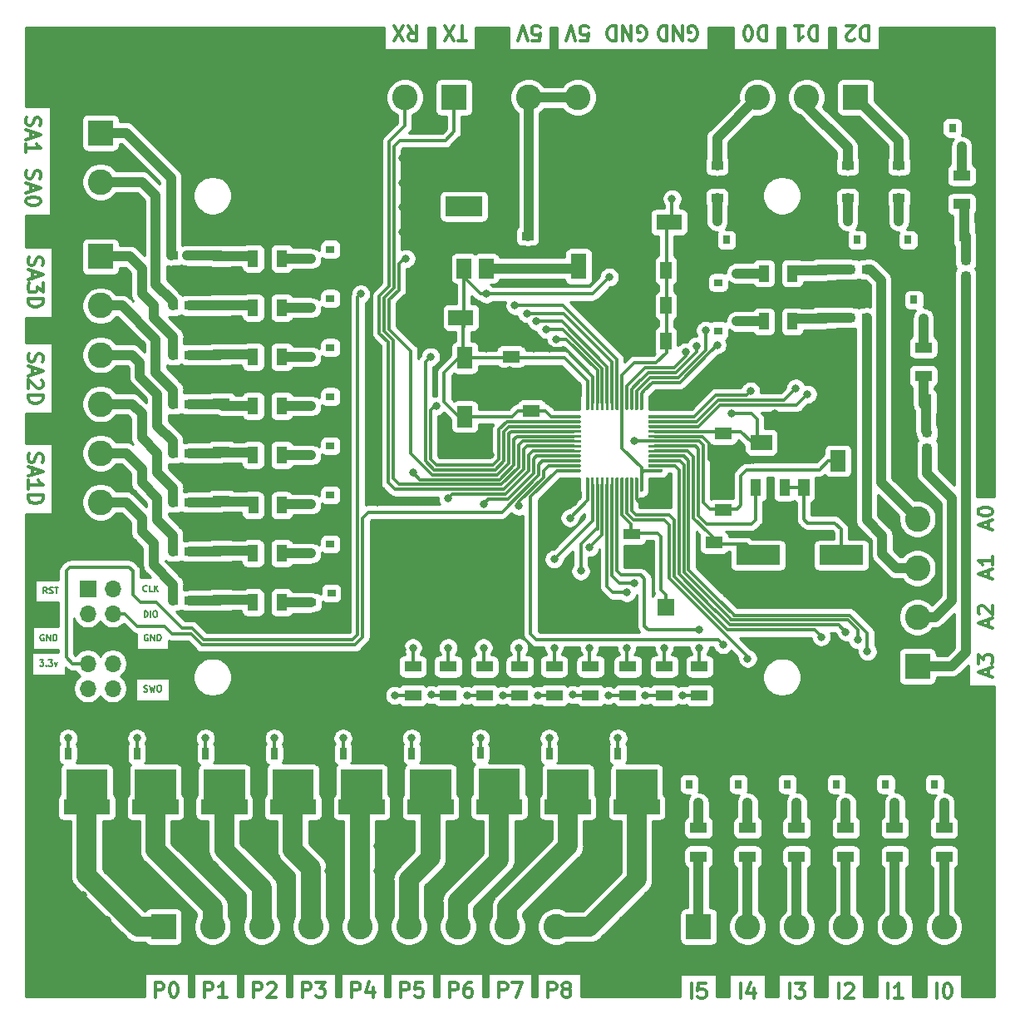
<source format=gbr>
G04 #@! TF.GenerationSoftware,KiCad,Pcbnew,5.1.8-db9833491~87~ubuntu18.04.1*
G04 #@! TF.CreationDate,2020-11-08T12:01:12+01:00*
G04 #@! TF.ProjectId,DAC ADC PWM IO,44414320-4144-4432-9050-574d20494f2e,rev?*
G04 #@! TF.SameCoordinates,Original*
G04 #@! TF.FileFunction,Copper,L1,Top*
G04 #@! TF.FilePolarity,Positive*
%FSLAX46Y46*%
G04 Gerber Fmt 4.6, Leading zero omitted, Abs format (unit mm)*
G04 Created by KiCad (PCBNEW 5.1.8-db9833491~87~ubuntu18.04.1) date 2020-11-08 12:01:12*
%MOMM*%
%LPD*%
G01*
G04 APERTURE LIST*
G04 #@! TA.AperFunction,NonConductor*
%ADD10C,0.300000*%
G04 #@! TD*
G04 #@! TA.AperFunction,NonConductor*
%ADD11C,0.158750*%
G04 #@! TD*
G04 #@! TA.AperFunction,NonConductor*
%ADD12C,0.150000*%
G04 #@! TD*
G04 #@! TA.AperFunction,NonConductor*
%ADD13C,0.127000*%
G04 #@! TD*
G04 #@! TA.AperFunction,SMDPad,CuDef*
%ADD14R,1.600000X2.180000*%
G04 #@! TD*
G04 #@! TA.AperFunction,SMDPad,CuDef*
%ADD15R,3.800000X2.000000*%
G04 #@! TD*
G04 #@! TA.AperFunction,SMDPad,CuDef*
%ADD16R,1.500000X2.000000*%
G04 #@! TD*
G04 #@! TA.AperFunction,SMDPad,CuDef*
%ADD17R,1.200000X0.900000*%
G04 #@! TD*
G04 #@! TA.AperFunction,SMDPad,CuDef*
%ADD18R,4.500000X2.000000*%
G04 #@! TD*
G04 #@! TA.AperFunction,ComponentPad*
%ADD19R,2.600000X2.600000*%
G04 #@! TD*
G04 #@! TA.AperFunction,ComponentPad*
%ADD20C,2.600000*%
G04 #@! TD*
G04 #@! TA.AperFunction,SMDPad,CuDef*
%ADD21R,0.700000X1.150000*%
G04 #@! TD*
G04 #@! TA.AperFunction,SMDPad,CuDef*
%ADD22C,0.100000*%
G04 #@! TD*
G04 #@! TA.AperFunction,ComponentPad*
%ADD23R,1.700000X1.700000*%
G04 #@! TD*
G04 #@! TA.AperFunction,ComponentPad*
%ADD24O,1.700000X1.700000*%
G04 #@! TD*
G04 #@! TA.AperFunction,SMDPad,CuDef*
%ADD25R,0.900000X0.800000*%
G04 #@! TD*
G04 #@! TA.AperFunction,SMDPad,CuDef*
%ADD26R,0.800000X0.900000*%
G04 #@! TD*
G04 #@! TA.AperFunction,SMDPad,CuDef*
%ADD27R,2.600000X1.600000*%
G04 #@! TD*
G04 #@! TA.AperFunction,SMDPad,CuDef*
%ADD28R,1.600000X2.600000*%
G04 #@! TD*
G04 #@! TA.AperFunction,SMDPad,CuDef*
%ADD29R,1.150000X1.800000*%
G04 #@! TD*
G04 #@! TA.AperFunction,SMDPad,CuDef*
%ADD30R,1.800000X1.150000*%
G04 #@! TD*
G04 #@! TA.AperFunction,SMDPad,CuDef*
%ADD31R,1.600000X2.200000*%
G04 #@! TD*
G04 #@! TA.AperFunction,SMDPad,CuDef*
%ADD32R,2.200000X1.600000*%
G04 #@! TD*
G04 #@! TA.AperFunction,SMDPad,CuDef*
%ADD33R,0.875000X0.950000*%
G04 #@! TD*
G04 #@! TA.AperFunction,SMDPad,CuDef*
%ADD34R,1.750000X1.125000*%
G04 #@! TD*
G04 #@! TA.AperFunction,SMDPad,CuDef*
%ADD35R,1.125000X1.750000*%
G04 #@! TD*
G04 #@! TA.AperFunction,SMDPad,CuDef*
%ADD36R,0.950000X0.875000*%
G04 #@! TD*
G04 #@! TA.AperFunction,ViaPad*
%ADD37C,0.800000*%
G04 #@! TD*
G04 #@! TA.AperFunction,Conductor*
%ADD38C,0.300000*%
G04 #@! TD*
G04 #@! TA.AperFunction,Conductor*
%ADD39C,1.000000*%
G04 #@! TD*
G04 #@! TA.AperFunction,Conductor*
%ADD40C,2.000000*%
G04 #@! TD*
G04 #@! TA.AperFunction,Conductor*
%ADD41C,0.254000*%
G04 #@! TD*
G04 #@! TA.AperFunction,Conductor*
%ADD42C,0.100000*%
G04 #@! TD*
G04 APERTURE END LIST*
D10*
X153185714Y-53021428D02*
X153900000Y-53021428D01*
X153971428Y-52307142D01*
X153900000Y-52378571D01*
X153757142Y-52450000D01*
X153400000Y-52450000D01*
X153257142Y-52378571D01*
X153185714Y-52307142D01*
X153114285Y-52164285D01*
X153114285Y-51807142D01*
X153185714Y-51664285D01*
X153257142Y-51592857D01*
X153400000Y-51521428D01*
X153757142Y-51521428D01*
X153900000Y-51592857D01*
X153971428Y-51664285D01*
X152685714Y-53021428D02*
X152185714Y-51521428D01*
X151685714Y-53021428D01*
D11*
X109116190Y-113482500D02*
X109055714Y-113452261D01*
X108965000Y-113452261D01*
X108874285Y-113482500D01*
X108813809Y-113542976D01*
X108783571Y-113603452D01*
X108753333Y-113724404D01*
X108753333Y-113815119D01*
X108783571Y-113936071D01*
X108813809Y-113996547D01*
X108874285Y-114057023D01*
X108965000Y-114087261D01*
X109025476Y-114087261D01*
X109116190Y-114057023D01*
X109146428Y-114026785D01*
X109146428Y-113815119D01*
X109025476Y-113815119D01*
X109418571Y-114087261D02*
X109418571Y-113452261D01*
X109781428Y-114087261D01*
X109781428Y-113452261D01*
X110083809Y-114087261D02*
X110083809Y-113452261D01*
X110235000Y-113452261D01*
X110325714Y-113482500D01*
X110386190Y-113542976D01*
X110416428Y-113603452D01*
X110446666Y-113724404D01*
X110446666Y-113815119D01*
X110416428Y-113936071D01*
X110386190Y-113996547D01*
X110325714Y-114057023D01*
X110235000Y-114087261D01*
X110083809Y-114087261D01*
D12*
X108723095Y-119257023D02*
X108813809Y-119287261D01*
X108965000Y-119287261D01*
X109025476Y-119257023D01*
X109055714Y-119226785D01*
X109085952Y-119166309D01*
X109085952Y-119105833D01*
X109055714Y-119045357D01*
X109025476Y-119015119D01*
X108965000Y-118984880D01*
X108844047Y-118954642D01*
X108783571Y-118924404D01*
X108753333Y-118894166D01*
X108723095Y-118833690D01*
X108723095Y-118773214D01*
X108753333Y-118712738D01*
X108783571Y-118682500D01*
X108844047Y-118652261D01*
X108995238Y-118652261D01*
X109085952Y-118682500D01*
X109297619Y-118652261D02*
X109448809Y-119287261D01*
X109569761Y-118833690D01*
X109690714Y-119287261D01*
X109841904Y-118652261D01*
X110204761Y-118652261D02*
X110325714Y-118652261D01*
X110386190Y-118682500D01*
X110446666Y-118742976D01*
X110476904Y-118863928D01*
X110476904Y-119075595D01*
X110446666Y-119196547D01*
X110386190Y-119257023D01*
X110325714Y-119287261D01*
X110204761Y-119287261D01*
X110144285Y-119257023D01*
X110083809Y-119196547D01*
X110053571Y-119075595D01*
X110053571Y-118863928D01*
X110083809Y-118742976D01*
X110144285Y-118682500D01*
X110204761Y-118652261D01*
X108749880Y-111687261D02*
X108749880Y-111052261D01*
X108901071Y-111052261D01*
X108991785Y-111082500D01*
X109052261Y-111142976D01*
X109082500Y-111203452D01*
X109112738Y-111324404D01*
X109112738Y-111415119D01*
X109082500Y-111536071D01*
X109052261Y-111596547D01*
X108991785Y-111657023D01*
X108901071Y-111687261D01*
X108749880Y-111687261D01*
X109384880Y-111687261D02*
X109384880Y-111052261D01*
X109808214Y-111052261D02*
X109929166Y-111052261D01*
X109989642Y-111082500D01*
X110050119Y-111142976D01*
X110080357Y-111263928D01*
X110080357Y-111475595D01*
X110050119Y-111596547D01*
X109989642Y-111657023D01*
X109929166Y-111687261D01*
X109808214Y-111687261D01*
X109747738Y-111657023D01*
X109687261Y-111596547D01*
X109657023Y-111475595D01*
X109657023Y-111263928D01*
X109687261Y-111142976D01*
X109747738Y-111082500D01*
X109808214Y-111052261D01*
X109022023Y-109026785D02*
X108991785Y-109057023D01*
X108901071Y-109087261D01*
X108840595Y-109087261D01*
X108749880Y-109057023D01*
X108689404Y-108996547D01*
X108659166Y-108936071D01*
X108628928Y-108815119D01*
X108628928Y-108724404D01*
X108659166Y-108603452D01*
X108689404Y-108542976D01*
X108749880Y-108482500D01*
X108840595Y-108452261D01*
X108901071Y-108452261D01*
X108991785Y-108482500D01*
X109022023Y-108512738D01*
X109596547Y-109087261D02*
X109294166Y-109087261D01*
X109294166Y-108452261D01*
X109808214Y-109087261D02*
X109808214Y-108452261D01*
X110171071Y-109087261D02*
X109898928Y-108724404D01*
X110171071Y-108452261D02*
X109808214Y-108815119D01*
X98092857Y-116052261D02*
X98485952Y-116052261D01*
X98274285Y-116294166D01*
X98365000Y-116294166D01*
X98425476Y-116324404D01*
X98455714Y-116354642D01*
X98485952Y-116415119D01*
X98485952Y-116566309D01*
X98455714Y-116626785D01*
X98425476Y-116657023D01*
X98365000Y-116687261D01*
X98183571Y-116687261D01*
X98123095Y-116657023D01*
X98092857Y-116626785D01*
X98758095Y-116626785D02*
X98788333Y-116657023D01*
X98758095Y-116687261D01*
X98727857Y-116657023D01*
X98758095Y-116626785D01*
X98758095Y-116687261D01*
X99000000Y-116052261D02*
X99393095Y-116052261D01*
X99181428Y-116294166D01*
X99272142Y-116294166D01*
X99332619Y-116324404D01*
X99362857Y-116354642D01*
X99393095Y-116415119D01*
X99393095Y-116566309D01*
X99362857Y-116626785D01*
X99332619Y-116657023D01*
X99272142Y-116687261D01*
X99090714Y-116687261D01*
X99030238Y-116657023D01*
X99000000Y-116626785D01*
X99604761Y-116263928D02*
X99755952Y-116687261D01*
X99907142Y-116263928D01*
X98516190Y-113482500D02*
X98455714Y-113452261D01*
X98365000Y-113452261D01*
X98274285Y-113482500D01*
X98213809Y-113542976D01*
X98183571Y-113603452D01*
X98153333Y-113724404D01*
X98153333Y-113815119D01*
X98183571Y-113936071D01*
X98213809Y-113996547D01*
X98274285Y-114057023D01*
X98365000Y-114087261D01*
X98425476Y-114087261D01*
X98516190Y-114057023D01*
X98546428Y-114026785D01*
X98546428Y-113815119D01*
X98425476Y-113815119D01*
X98818571Y-114087261D02*
X98818571Y-113452261D01*
X99181428Y-114087261D01*
X99181428Y-113452261D01*
X99483809Y-114087261D02*
X99483809Y-113452261D01*
X99635000Y-113452261D01*
X99725714Y-113482500D01*
X99786190Y-113542976D01*
X99816428Y-113603452D01*
X99846666Y-113724404D01*
X99846666Y-113815119D01*
X99816428Y-113936071D01*
X99786190Y-113996547D01*
X99725714Y-114057023D01*
X99635000Y-114087261D01*
X99483809Y-114087261D01*
D13*
X98852261Y-109287261D02*
X98640595Y-108984880D01*
X98489404Y-109287261D02*
X98489404Y-108652261D01*
X98731309Y-108652261D01*
X98791785Y-108682500D01*
X98822023Y-108712738D01*
X98852261Y-108773214D01*
X98852261Y-108863928D01*
X98822023Y-108924404D01*
X98791785Y-108954642D01*
X98731309Y-108984880D01*
X98489404Y-108984880D01*
X99094166Y-109257023D02*
X99184880Y-109287261D01*
X99336071Y-109287261D01*
X99396547Y-109257023D01*
X99426785Y-109226785D01*
X99457023Y-109166309D01*
X99457023Y-109105833D01*
X99426785Y-109045357D01*
X99396547Y-109015119D01*
X99336071Y-108984880D01*
X99215119Y-108954642D01*
X99154642Y-108924404D01*
X99124404Y-108894166D01*
X99094166Y-108833690D01*
X99094166Y-108773214D01*
X99124404Y-108712738D01*
X99154642Y-108682500D01*
X99215119Y-108652261D01*
X99366309Y-108652261D01*
X99457023Y-108682500D01*
X99638452Y-108652261D02*
X100001309Y-108652261D01*
X99819880Y-109287261D02*
X99819880Y-108652261D01*
D10*
X96992857Y-95064285D02*
X96921428Y-95278571D01*
X96921428Y-95635714D01*
X96992857Y-95778571D01*
X97064285Y-95850000D01*
X97207142Y-95921428D01*
X97350000Y-95921428D01*
X97492857Y-95850000D01*
X97564285Y-95778571D01*
X97635714Y-95635714D01*
X97707142Y-95350000D01*
X97778571Y-95207142D01*
X97850000Y-95135714D01*
X97992857Y-95064285D01*
X98135714Y-95064285D01*
X98278571Y-95135714D01*
X98350000Y-95207142D01*
X98421428Y-95350000D01*
X98421428Y-95707142D01*
X98350000Y-95921428D01*
X97350000Y-96492857D02*
X97350000Y-97207142D01*
X96921428Y-96350000D02*
X98421428Y-96850000D01*
X96921428Y-97350000D01*
X96921428Y-98635714D02*
X96921428Y-97778571D01*
X96921428Y-98207142D02*
X98421428Y-98207142D01*
X98207142Y-98064285D01*
X98064285Y-97921428D01*
X97992857Y-97778571D01*
X96921428Y-99278571D02*
X98421428Y-99278571D01*
X98421428Y-99635714D01*
X98350000Y-99850000D01*
X98207142Y-99992857D01*
X98064285Y-100064285D01*
X97778571Y-100135714D01*
X97564285Y-100135714D01*
X97278571Y-100064285D01*
X97135714Y-99992857D01*
X96992857Y-99850000D01*
X96921428Y-99635714D01*
X96921428Y-99278571D01*
X96992857Y-84864285D02*
X96921428Y-85078571D01*
X96921428Y-85435714D01*
X96992857Y-85578571D01*
X97064285Y-85650000D01*
X97207142Y-85721428D01*
X97350000Y-85721428D01*
X97492857Y-85650000D01*
X97564285Y-85578571D01*
X97635714Y-85435714D01*
X97707142Y-85150000D01*
X97778571Y-85007142D01*
X97850000Y-84935714D01*
X97992857Y-84864285D01*
X98135714Y-84864285D01*
X98278571Y-84935714D01*
X98350000Y-85007142D01*
X98421428Y-85150000D01*
X98421428Y-85507142D01*
X98350000Y-85721428D01*
X97350000Y-86292857D02*
X97350000Y-87007142D01*
X96921428Y-86150000D02*
X98421428Y-86650000D01*
X96921428Y-87150000D01*
X98278571Y-87578571D02*
X98350000Y-87650000D01*
X98421428Y-87792857D01*
X98421428Y-88150000D01*
X98350000Y-88292857D01*
X98278571Y-88364285D01*
X98135714Y-88435714D01*
X97992857Y-88435714D01*
X97778571Y-88364285D01*
X96921428Y-87507142D01*
X96921428Y-88435714D01*
X96921428Y-89078571D02*
X98421428Y-89078571D01*
X98421428Y-89435714D01*
X98350000Y-89650000D01*
X98207142Y-89792857D01*
X98064285Y-89864285D01*
X97778571Y-89935714D01*
X97564285Y-89935714D01*
X97278571Y-89864285D01*
X97135714Y-89792857D01*
X96992857Y-89650000D01*
X96921428Y-89435714D01*
X96921428Y-89078571D01*
X96992857Y-75064285D02*
X96921428Y-75278571D01*
X96921428Y-75635714D01*
X96992857Y-75778571D01*
X97064285Y-75850000D01*
X97207142Y-75921428D01*
X97350000Y-75921428D01*
X97492857Y-75850000D01*
X97564285Y-75778571D01*
X97635714Y-75635714D01*
X97707142Y-75350000D01*
X97778571Y-75207142D01*
X97850000Y-75135714D01*
X97992857Y-75064285D01*
X98135714Y-75064285D01*
X98278571Y-75135714D01*
X98350000Y-75207142D01*
X98421428Y-75350000D01*
X98421428Y-75707142D01*
X98350000Y-75921428D01*
X97350000Y-76492857D02*
X97350000Y-77207142D01*
X96921428Y-76350000D02*
X98421428Y-76850000D01*
X96921428Y-77350000D01*
X98421428Y-77707142D02*
X98421428Y-78635714D01*
X97850000Y-78135714D01*
X97850000Y-78350000D01*
X97778571Y-78492857D01*
X97707142Y-78564285D01*
X97564285Y-78635714D01*
X97207142Y-78635714D01*
X97064285Y-78564285D01*
X96992857Y-78492857D01*
X96921428Y-78350000D01*
X96921428Y-77921428D01*
X96992857Y-77778571D01*
X97064285Y-77707142D01*
X96921428Y-79278571D02*
X98421428Y-79278571D01*
X98421428Y-79635714D01*
X98350000Y-79850000D01*
X98207142Y-79992857D01*
X98064285Y-80064285D01*
X97778571Y-80135714D01*
X97564285Y-80135714D01*
X97278571Y-80064285D01*
X97135714Y-79992857D01*
X96992857Y-79850000D01*
X96921428Y-79635714D01*
X96921428Y-79278571D01*
X96792857Y-60814285D02*
X96721428Y-61028571D01*
X96721428Y-61385714D01*
X96792857Y-61528571D01*
X96864285Y-61600000D01*
X97007142Y-61671428D01*
X97150000Y-61671428D01*
X97292857Y-61600000D01*
X97364285Y-61528571D01*
X97435714Y-61385714D01*
X97507142Y-61100000D01*
X97578571Y-60957142D01*
X97650000Y-60885714D01*
X97792857Y-60814285D01*
X97935714Y-60814285D01*
X98078571Y-60885714D01*
X98150000Y-60957142D01*
X98221428Y-61100000D01*
X98221428Y-61457142D01*
X98150000Y-61671428D01*
X97150000Y-62242857D02*
X97150000Y-62957142D01*
X96721428Y-62100000D02*
X98221428Y-62600000D01*
X96721428Y-63100000D01*
X96721428Y-64385714D02*
X96721428Y-63528571D01*
X96721428Y-63957142D02*
X98221428Y-63957142D01*
X98007142Y-63814285D01*
X97864285Y-63671428D01*
X97792857Y-63528571D01*
X96792857Y-66214285D02*
X96721428Y-66428571D01*
X96721428Y-66785714D01*
X96792857Y-66928571D01*
X96864285Y-67000000D01*
X97007142Y-67071428D01*
X97150000Y-67071428D01*
X97292857Y-67000000D01*
X97364285Y-66928571D01*
X97435714Y-66785714D01*
X97507142Y-66500000D01*
X97578571Y-66357142D01*
X97650000Y-66285714D01*
X97792857Y-66214285D01*
X97935714Y-66214285D01*
X98078571Y-66285714D01*
X98150000Y-66357142D01*
X98221428Y-66500000D01*
X98221428Y-66857142D01*
X98150000Y-67071428D01*
X97150000Y-67642857D02*
X97150000Y-68357142D01*
X96721428Y-67500000D02*
X98221428Y-68000000D01*
X96721428Y-68500000D01*
X98221428Y-69285714D02*
X98221428Y-69428571D01*
X98150000Y-69571428D01*
X98078571Y-69642857D01*
X97935714Y-69714285D01*
X97650000Y-69785714D01*
X97292857Y-69785714D01*
X97007142Y-69714285D01*
X96864285Y-69642857D01*
X96792857Y-69571428D01*
X96721428Y-69428571D01*
X96721428Y-69285714D01*
X96792857Y-69142857D01*
X96864285Y-69071428D01*
X97007142Y-69000000D01*
X97292857Y-68928571D01*
X97650000Y-68928571D01*
X97935714Y-69000000D01*
X98078571Y-69071428D01*
X98150000Y-69142857D01*
X98221428Y-69285714D01*
X164242857Y-52950000D02*
X164385714Y-53021428D01*
X164600000Y-53021428D01*
X164814285Y-52950000D01*
X164957142Y-52807142D01*
X165028571Y-52664285D01*
X165100000Y-52378571D01*
X165100000Y-52164285D01*
X165028571Y-51878571D01*
X164957142Y-51735714D01*
X164814285Y-51592857D01*
X164600000Y-51521428D01*
X164457142Y-51521428D01*
X164242857Y-51592857D01*
X164171428Y-51664285D01*
X164171428Y-52164285D01*
X164457142Y-52164285D01*
X163528571Y-51521428D02*
X163528571Y-53021428D01*
X162671428Y-51521428D01*
X162671428Y-53021428D01*
X161957142Y-51521428D02*
X161957142Y-53021428D01*
X161600000Y-53021428D01*
X161385714Y-52950000D01*
X161242857Y-52807142D01*
X161171428Y-52664285D01*
X161100000Y-52378571D01*
X161100000Y-52164285D01*
X161171428Y-51878571D01*
X161242857Y-51735714D01*
X161385714Y-51592857D01*
X161600000Y-51521428D01*
X161957142Y-51521428D01*
X159042857Y-52950000D02*
X159185714Y-53021428D01*
X159400000Y-53021428D01*
X159614285Y-52950000D01*
X159757142Y-52807142D01*
X159828571Y-52664285D01*
X159900000Y-52378571D01*
X159900000Y-52164285D01*
X159828571Y-51878571D01*
X159757142Y-51735714D01*
X159614285Y-51592857D01*
X159400000Y-51521428D01*
X159257142Y-51521428D01*
X159042857Y-51592857D01*
X158971428Y-51664285D01*
X158971428Y-52164285D01*
X159257142Y-52164285D01*
X158328571Y-51521428D02*
X158328571Y-53021428D01*
X157471428Y-51521428D01*
X157471428Y-53021428D01*
X156757142Y-51521428D02*
X156757142Y-53021428D01*
X156400000Y-53021428D01*
X156185714Y-52950000D01*
X156042857Y-52807142D01*
X155971428Y-52664285D01*
X155900000Y-52378571D01*
X155900000Y-52164285D01*
X155971428Y-51878571D01*
X156042857Y-51735714D01*
X156185714Y-51592857D01*
X156400000Y-51521428D01*
X156757142Y-51521428D01*
X148285714Y-53021428D02*
X149000000Y-53021428D01*
X149071428Y-52307142D01*
X149000000Y-52378571D01*
X148857142Y-52450000D01*
X148500000Y-52450000D01*
X148357142Y-52378571D01*
X148285714Y-52307142D01*
X148214285Y-52164285D01*
X148214285Y-51807142D01*
X148285714Y-51664285D01*
X148357142Y-51592857D01*
X148500000Y-51521428D01*
X148857142Y-51521428D01*
X149000000Y-51592857D01*
X149071428Y-51664285D01*
X147785714Y-53021428D02*
X147285714Y-51521428D01*
X146785714Y-53021428D01*
X141542857Y-53021428D02*
X140685714Y-53021428D01*
X141114285Y-51521428D02*
X141114285Y-53021428D01*
X140328571Y-53021428D02*
X139328571Y-51521428D01*
X139328571Y-53021428D02*
X140328571Y-51521428D01*
X135650000Y-51521428D02*
X136150000Y-52235714D01*
X136507142Y-51521428D02*
X136507142Y-53021428D01*
X135935714Y-53021428D01*
X135792857Y-52950000D01*
X135721428Y-52878571D01*
X135650000Y-52735714D01*
X135650000Y-52521428D01*
X135721428Y-52378571D01*
X135792857Y-52307142D01*
X135935714Y-52235714D01*
X136507142Y-52235714D01*
X135150000Y-53021428D02*
X134150000Y-51521428D01*
X134150000Y-53021428D02*
X135150000Y-51521428D01*
X194750000Y-102671428D02*
X194750000Y-101957142D01*
X195178571Y-102814285D02*
X193678571Y-102314285D01*
X195178571Y-101814285D01*
X193678571Y-101028571D02*
X193678571Y-100885714D01*
X193750000Y-100742857D01*
X193821428Y-100671428D01*
X193964285Y-100600000D01*
X194250000Y-100528571D01*
X194607142Y-100528571D01*
X194892857Y-100600000D01*
X195035714Y-100671428D01*
X195107142Y-100742857D01*
X195178571Y-100885714D01*
X195178571Y-101028571D01*
X195107142Y-101171428D01*
X195035714Y-101242857D01*
X194892857Y-101314285D01*
X194607142Y-101385714D01*
X194250000Y-101385714D01*
X193964285Y-101314285D01*
X193821428Y-101242857D01*
X193750000Y-101171428D01*
X193678571Y-101028571D01*
X194750000Y-107671428D02*
X194750000Y-106957142D01*
X195178571Y-107814285D02*
X193678571Y-107314285D01*
X195178571Y-106814285D01*
X195178571Y-105528571D02*
X195178571Y-106385714D01*
X195178571Y-105957142D02*
X193678571Y-105957142D01*
X193892857Y-106100000D01*
X194035714Y-106242857D01*
X194107142Y-106385714D01*
X194750000Y-112671428D02*
X194750000Y-111957142D01*
X195178571Y-112814285D02*
X193678571Y-112314285D01*
X195178571Y-111814285D01*
X193821428Y-111385714D02*
X193750000Y-111314285D01*
X193678571Y-111171428D01*
X193678571Y-110814285D01*
X193750000Y-110671428D01*
X193821428Y-110600000D01*
X193964285Y-110528571D01*
X194107142Y-110528571D01*
X194321428Y-110600000D01*
X195178571Y-111457142D01*
X195178571Y-110528571D01*
X194750000Y-117671428D02*
X194750000Y-116957142D01*
X195178571Y-117814285D02*
X193678571Y-117314285D01*
X195178571Y-116814285D01*
X193678571Y-116457142D02*
X193678571Y-115528571D01*
X194250000Y-116028571D01*
X194250000Y-115814285D01*
X194321428Y-115671428D01*
X194392857Y-115600000D01*
X194535714Y-115528571D01*
X194892857Y-115528571D01*
X195035714Y-115600000D01*
X195107142Y-115671428D01*
X195178571Y-115814285D01*
X195178571Y-116242857D01*
X195107142Y-116385714D01*
X195035714Y-116457142D01*
X172107142Y-51521428D02*
X172107142Y-53021428D01*
X171750000Y-53021428D01*
X171535714Y-52950000D01*
X171392857Y-52807142D01*
X171321428Y-52664285D01*
X171250000Y-52378571D01*
X171250000Y-52164285D01*
X171321428Y-51878571D01*
X171392857Y-51735714D01*
X171535714Y-51592857D01*
X171750000Y-51521428D01*
X172107142Y-51521428D01*
X170321428Y-53021428D02*
X170178571Y-53021428D01*
X170035714Y-52950000D01*
X169964285Y-52878571D01*
X169892857Y-52735714D01*
X169821428Y-52450000D01*
X169821428Y-52092857D01*
X169892857Y-51807142D01*
X169964285Y-51664285D01*
X170035714Y-51592857D01*
X170178571Y-51521428D01*
X170321428Y-51521428D01*
X170464285Y-51592857D01*
X170535714Y-51664285D01*
X170607142Y-51807142D01*
X170678571Y-52092857D01*
X170678571Y-52450000D01*
X170607142Y-52735714D01*
X170535714Y-52878571D01*
X170464285Y-52950000D01*
X170321428Y-53021428D01*
X177307142Y-51521428D02*
X177307142Y-53021428D01*
X176950000Y-53021428D01*
X176735714Y-52950000D01*
X176592857Y-52807142D01*
X176521428Y-52664285D01*
X176450000Y-52378571D01*
X176450000Y-52164285D01*
X176521428Y-51878571D01*
X176592857Y-51735714D01*
X176735714Y-51592857D01*
X176950000Y-51521428D01*
X177307142Y-51521428D01*
X175021428Y-51521428D02*
X175878571Y-51521428D01*
X175450000Y-51521428D02*
X175450000Y-53021428D01*
X175592857Y-52807142D01*
X175735714Y-52664285D01*
X175878571Y-52592857D01*
X182507142Y-51521428D02*
X182507142Y-53021428D01*
X182150000Y-53021428D01*
X181935714Y-52950000D01*
X181792857Y-52807142D01*
X181721428Y-52664285D01*
X181650000Y-52378571D01*
X181650000Y-52164285D01*
X181721428Y-51878571D01*
X181792857Y-51735714D01*
X181935714Y-51592857D01*
X182150000Y-51521428D01*
X182507142Y-51521428D01*
X181078571Y-52878571D02*
X181007142Y-52950000D01*
X180864285Y-53021428D01*
X180507142Y-53021428D01*
X180364285Y-52950000D01*
X180292857Y-52878571D01*
X180221428Y-52735714D01*
X180221428Y-52592857D01*
X180292857Y-52378571D01*
X181150000Y-51521428D01*
X180221428Y-51521428D01*
X189485714Y-150478571D02*
X189485714Y-148978571D01*
X190485714Y-148978571D02*
X190628571Y-148978571D01*
X190771428Y-149050000D01*
X190842857Y-149121428D01*
X190914285Y-149264285D01*
X190985714Y-149550000D01*
X190985714Y-149907142D01*
X190914285Y-150192857D01*
X190842857Y-150335714D01*
X190771428Y-150407142D01*
X190628571Y-150478571D01*
X190485714Y-150478571D01*
X190342857Y-150407142D01*
X190271428Y-150335714D01*
X190200000Y-150192857D01*
X190128571Y-149907142D01*
X190128571Y-149550000D01*
X190200000Y-149264285D01*
X190271428Y-149121428D01*
X190342857Y-149050000D01*
X190485714Y-148978571D01*
X169485714Y-150478571D02*
X169485714Y-148978571D01*
X170842857Y-149478571D02*
X170842857Y-150478571D01*
X170485714Y-148907142D02*
X170128571Y-149978571D01*
X171057142Y-149978571D01*
X179485714Y-150478571D02*
X179485714Y-148978571D01*
X180128571Y-149121428D02*
X180200000Y-149050000D01*
X180342857Y-148978571D01*
X180700000Y-148978571D01*
X180842857Y-149050000D01*
X180914285Y-149121428D01*
X180985714Y-149264285D01*
X180985714Y-149407142D01*
X180914285Y-149621428D01*
X180057142Y-150478571D01*
X180985714Y-150478571D01*
X174485714Y-150478571D02*
X174485714Y-148978571D01*
X175057142Y-148978571D02*
X175985714Y-148978571D01*
X175485714Y-149550000D01*
X175700000Y-149550000D01*
X175842857Y-149621428D01*
X175914285Y-149692857D01*
X175985714Y-149835714D01*
X175985714Y-150192857D01*
X175914285Y-150335714D01*
X175842857Y-150407142D01*
X175700000Y-150478571D01*
X175271428Y-150478571D01*
X175128571Y-150407142D01*
X175057142Y-150335714D01*
X184485714Y-150478571D02*
X184485714Y-148978571D01*
X185985714Y-150478571D02*
X185128571Y-150478571D01*
X185557142Y-150478571D02*
X185557142Y-148978571D01*
X185414285Y-149192857D01*
X185271428Y-149335714D01*
X185128571Y-149407142D01*
X164485714Y-150478571D02*
X164485714Y-148978571D01*
X165914285Y-148978571D02*
X165200000Y-148978571D01*
X165128571Y-149692857D01*
X165200000Y-149621428D01*
X165342857Y-149550000D01*
X165700000Y-149550000D01*
X165842857Y-149621428D01*
X165914285Y-149692857D01*
X165985714Y-149835714D01*
X165985714Y-150192857D01*
X165914285Y-150335714D01*
X165842857Y-150407142D01*
X165700000Y-150478571D01*
X165342857Y-150478571D01*
X165200000Y-150407142D01*
X165128571Y-150335714D01*
X149892857Y-150378571D02*
X149892857Y-148878571D01*
X150464285Y-148878571D01*
X150607142Y-148950000D01*
X150678571Y-149021428D01*
X150750000Y-149164285D01*
X150750000Y-149378571D01*
X150678571Y-149521428D01*
X150607142Y-149592857D01*
X150464285Y-149664285D01*
X149892857Y-149664285D01*
X151607142Y-149521428D02*
X151464285Y-149450000D01*
X151392857Y-149378571D01*
X151321428Y-149235714D01*
X151321428Y-149164285D01*
X151392857Y-149021428D01*
X151464285Y-148950000D01*
X151607142Y-148878571D01*
X151892857Y-148878571D01*
X152035714Y-148950000D01*
X152107142Y-149021428D01*
X152178571Y-149164285D01*
X152178571Y-149235714D01*
X152107142Y-149378571D01*
X152035714Y-149450000D01*
X151892857Y-149521428D01*
X151607142Y-149521428D01*
X151464285Y-149592857D01*
X151392857Y-149664285D01*
X151321428Y-149807142D01*
X151321428Y-150092857D01*
X151392857Y-150235714D01*
X151464285Y-150307142D01*
X151607142Y-150378571D01*
X151892857Y-150378571D01*
X152035714Y-150307142D01*
X152107142Y-150235714D01*
X152178571Y-150092857D01*
X152178571Y-149807142D01*
X152107142Y-149664285D01*
X152035714Y-149592857D01*
X151892857Y-149521428D01*
X144892857Y-150378571D02*
X144892857Y-148878571D01*
X145464285Y-148878571D01*
X145607142Y-148950000D01*
X145678571Y-149021428D01*
X145750000Y-149164285D01*
X145750000Y-149378571D01*
X145678571Y-149521428D01*
X145607142Y-149592857D01*
X145464285Y-149664285D01*
X144892857Y-149664285D01*
X146250000Y-148878571D02*
X147250000Y-148878571D01*
X146607142Y-150378571D01*
X139892857Y-150378571D02*
X139892857Y-148878571D01*
X140464285Y-148878571D01*
X140607142Y-148950000D01*
X140678571Y-149021428D01*
X140750000Y-149164285D01*
X140750000Y-149378571D01*
X140678571Y-149521428D01*
X140607142Y-149592857D01*
X140464285Y-149664285D01*
X139892857Y-149664285D01*
X142035714Y-148878571D02*
X141750000Y-148878571D01*
X141607142Y-148950000D01*
X141535714Y-149021428D01*
X141392857Y-149235714D01*
X141321428Y-149521428D01*
X141321428Y-150092857D01*
X141392857Y-150235714D01*
X141464285Y-150307142D01*
X141607142Y-150378571D01*
X141892857Y-150378571D01*
X142035714Y-150307142D01*
X142107142Y-150235714D01*
X142178571Y-150092857D01*
X142178571Y-149735714D01*
X142107142Y-149592857D01*
X142035714Y-149521428D01*
X141892857Y-149450000D01*
X141607142Y-149450000D01*
X141464285Y-149521428D01*
X141392857Y-149592857D01*
X141321428Y-149735714D01*
X134892857Y-150378571D02*
X134892857Y-148878571D01*
X135464285Y-148878571D01*
X135607142Y-148950000D01*
X135678571Y-149021428D01*
X135750000Y-149164285D01*
X135750000Y-149378571D01*
X135678571Y-149521428D01*
X135607142Y-149592857D01*
X135464285Y-149664285D01*
X134892857Y-149664285D01*
X137107142Y-148878571D02*
X136392857Y-148878571D01*
X136321428Y-149592857D01*
X136392857Y-149521428D01*
X136535714Y-149450000D01*
X136892857Y-149450000D01*
X137035714Y-149521428D01*
X137107142Y-149592857D01*
X137178571Y-149735714D01*
X137178571Y-150092857D01*
X137107142Y-150235714D01*
X137035714Y-150307142D01*
X136892857Y-150378571D01*
X136535714Y-150378571D01*
X136392857Y-150307142D01*
X136321428Y-150235714D01*
X129892857Y-150378571D02*
X129892857Y-148878571D01*
X130464285Y-148878571D01*
X130607142Y-148950000D01*
X130678571Y-149021428D01*
X130750000Y-149164285D01*
X130750000Y-149378571D01*
X130678571Y-149521428D01*
X130607142Y-149592857D01*
X130464285Y-149664285D01*
X129892857Y-149664285D01*
X132035714Y-149378571D02*
X132035714Y-150378571D01*
X131678571Y-148807142D02*
X131321428Y-149878571D01*
X132250000Y-149878571D01*
X124892857Y-150378571D02*
X124892857Y-148878571D01*
X125464285Y-148878571D01*
X125607142Y-148950000D01*
X125678571Y-149021428D01*
X125750000Y-149164285D01*
X125750000Y-149378571D01*
X125678571Y-149521428D01*
X125607142Y-149592857D01*
X125464285Y-149664285D01*
X124892857Y-149664285D01*
X126250000Y-148878571D02*
X127178571Y-148878571D01*
X126678571Y-149450000D01*
X126892857Y-149450000D01*
X127035714Y-149521428D01*
X127107142Y-149592857D01*
X127178571Y-149735714D01*
X127178571Y-150092857D01*
X127107142Y-150235714D01*
X127035714Y-150307142D01*
X126892857Y-150378571D01*
X126464285Y-150378571D01*
X126321428Y-150307142D01*
X126250000Y-150235714D01*
X119892857Y-150378571D02*
X119892857Y-148878571D01*
X120464285Y-148878571D01*
X120607142Y-148950000D01*
X120678571Y-149021428D01*
X120750000Y-149164285D01*
X120750000Y-149378571D01*
X120678571Y-149521428D01*
X120607142Y-149592857D01*
X120464285Y-149664285D01*
X119892857Y-149664285D01*
X121321428Y-149021428D02*
X121392857Y-148950000D01*
X121535714Y-148878571D01*
X121892857Y-148878571D01*
X122035714Y-148950000D01*
X122107142Y-149021428D01*
X122178571Y-149164285D01*
X122178571Y-149307142D01*
X122107142Y-149521428D01*
X121250000Y-150378571D01*
X122178571Y-150378571D01*
X114892857Y-150378571D02*
X114892857Y-148878571D01*
X115464285Y-148878571D01*
X115607142Y-148950000D01*
X115678571Y-149021428D01*
X115750000Y-149164285D01*
X115750000Y-149378571D01*
X115678571Y-149521428D01*
X115607142Y-149592857D01*
X115464285Y-149664285D01*
X114892857Y-149664285D01*
X117178571Y-150378571D02*
X116321428Y-150378571D01*
X116750000Y-150378571D02*
X116750000Y-148878571D01*
X116607142Y-149092857D01*
X116464285Y-149235714D01*
X116321428Y-149307142D01*
X109892857Y-150378571D02*
X109892857Y-148878571D01*
X110464285Y-148878571D01*
X110607142Y-148950000D01*
X110678571Y-149021428D01*
X110750000Y-149164285D01*
X110750000Y-149378571D01*
X110678571Y-149521428D01*
X110607142Y-149592857D01*
X110464285Y-149664285D01*
X109892857Y-149664285D01*
X111678571Y-148878571D02*
X111821428Y-148878571D01*
X111964285Y-148950000D01*
X112035714Y-149021428D01*
X112107142Y-149164285D01*
X112178571Y-149450000D01*
X112178571Y-149807142D01*
X112107142Y-150092857D01*
X112035714Y-150235714D01*
X111964285Y-150307142D01*
X111821428Y-150378571D01*
X111678571Y-150378571D01*
X111535714Y-150307142D01*
X111464285Y-150235714D01*
X111392857Y-150092857D01*
X111321428Y-149807142D01*
X111321428Y-149450000D01*
X111392857Y-149164285D01*
X111464285Y-149021428D01*
X111535714Y-148950000D01*
X111678571Y-148878571D01*
D14*
G04 #@! TO.P,SW1,1*
G04 #@! TO.N,GND*
X179400000Y-86610000D03*
G04 #@! TO.P,SW1,2*
G04 #@! TO.N,/NRST*
X179400000Y-95790000D03*
G04 #@! TD*
G04 #@! TO.P,U1,1*
G04 #@! TO.N,+3V3*
G04 #@! TA.AperFunction,SMDPad,CuDef*
G36*
G01*
X161550000Y-96725000D02*
X161550000Y-96875000D01*
G75*
G02*
X161475000Y-96950000I-75000J0D01*
G01*
X160150000Y-96950000D01*
G75*
G02*
X160075000Y-96875000I0J75000D01*
G01*
X160075000Y-96725000D01*
G75*
G02*
X160150000Y-96650000I75000J0D01*
G01*
X161475000Y-96650000D01*
G75*
G02*
X161550000Y-96725000I0J-75000D01*
G01*
G37*
G04 #@! TD.AperFunction*
G04 #@! TO.P,U1,2*
G04 #@! TO.N,/PC13*
G04 #@! TA.AperFunction,SMDPad,CuDef*
G36*
G01*
X161550000Y-96225000D02*
X161550000Y-96375000D01*
G75*
G02*
X161475000Y-96450000I-75000J0D01*
G01*
X160150000Y-96450000D01*
G75*
G02*
X160075000Y-96375000I0J75000D01*
G01*
X160075000Y-96225000D01*
G75*
G02*
X160150000Y-96150000I75000J0D01*
G01*
X161475000Y-96150000D01*
G75*
G02*
X161550000Y-96225000I0J-75000D01*
G01*
G37*
G04 #@! TD.AperFunction*
G04 #@! TO.P,U1,3*
G04 #@! TO.N,/PC14*
G04 #@! TA.AperFunction,SMDPad,CuDef*
G36*
G01*
X161550000Y-95725000D02*
X161550000Y-95875000D01*
G75*
G02*
X161475000Y-95950000I-75000J0D01*
G01*
X160150000Y-95950000D01*
G75*
G02*
X160075000Y-95875000I0J75000D01*
G01*
X160075000Y-95725000D01*
G75*
G02*
X160150000Y-95650000I75000J0D01*
G01*
X161475000Y-95650000D01*
G75*
G02*
X161550000Y-95725000I0J-75000D01*
G01*
G37*
G04 #@! TD.AperFunction*
G04 #@! TO.P,U1,4*
G04 #@! TO.N,/PC15*
G04 #@! TA.AperFunction,SMDPad,CuDef*
G36*
G01*
X161550000Y-95225000D02*
X161550000Y-95375000D01*
G75*
G02*
X161475000Y-95450000I-75000J0D01*
G01*
X160150000Y-95450000D01*
G75*
G02*
X160075000Y-95375000I0J75000D01*
G01*
X160075000Y-95225000D01*
G75*
G02*
X160150000Y-95150000I75000J0D01*
G01*
X161475000Y-95150000D01*
G75*
G02*
X161550000Y-95225000I0J-75000D01*
G01*
G37*
G04 #@! TD.AperFunction*
G04 #@! TO.P,U1,5*
G04 #@! TO.N,/PF0*
G04 #@! TA.AperFunction,SMDPad,CuDef*
G36*
G01*
X161550000Y-94725000D02*
X161550000Y-94875000D01*
G75*
G02*
X161475000Y-94950000I-75000J0D01*
G01*
X160150000Y-94950000D01*
G75*
G02*
X160075000Y-94875000I0J75000D01*
G01*
X160075000Y-94725000D01*
G75*
G02*
X160150000Y-94650000I75000J0D01*
G01*
X161475000Y-94650000D01*
G75*
G02*
X161550000Y-94725000I0J-75000D01*
G01*
G37*
G04 #@! TD.AperFunction*
G04 #@! TO.P,U1,6*
G04 #@! TO.N,/PF1*
G04 #@! TA.AperFunction,SMDPad,CuDef*
G36*
G01*
X161550000Y-94225000D02*
X161550000Y-94375000D01*
G75*
G02*
X161475000Y-94450000I-75000J0D01*
G01*
X160150000Y-94450000D01*
G75*
G02*
X160075000Y-94375000I0J75000D01*
G01*
X160075000Y-94225000D01*
G75*
G02*
X160150000Y-94150000I75000J0D01*
G01*
X161475000Y-94150000D01*
G75*
G02*
X161550000Y-94225000I0J-75000D01*
G01*
G37*
G04 #@! TD.AperFunction*
G04 #@! TO.P,U1,7*
G04 #@! TO.N,/NRST*
G04 #@! TA.AperFunction,SMDPad,CuDef*
G36*
G01*
X161550000Y-93725000D02*
X161550000Y-93875000D01*
G75*
G02*
X161475000Y-93950000I-75000J0D01*
G01*
X160150000Y-93950000D01*
G75*
G02*
X160075000Y-93875000I0J75000D01*
G01*
X160075000Y-93725000D01*
G75*
G02*
X160150000Y-93650000I75000J0D01*
G01*
X161475000Y-93650000D01*
G75*
G02*
X161550000Y-93725000I0J-75000D01*
G01*
G37*
G04 #@! TD.AperFunction*
G04 #@! TO.P,U1,8*
G04 #@! TO.N,GND*
G04 #@! TA.AperFunction,SMDPad,CuDef*
G36*
G01*
X161550000Y-93225000D02*
X161550000Y-93375000D01*
G75*
G02*
X161475000Y-93450000I-75000J0D01*
G01*
X160150000Y-93450000D01*
G75*
G02*
X160075000Y-93375000I0J75000D01*
G01*
X160075000Y-93225000D01*
G75*
G02*
X160150000Y-93150000I75000J0D01*
G01*
X161475000Y-93150000D01*
G75*
G02*
X161550000Y-93225000I0J-75000D01*
G01*
G37*
G04 #@! TD.AperFunction*
G04 #@! TO.P,U1,9*
G04 #@! TO.N,+3V3*
G04 #@! TA.AperFunction,SMDPad,CuDef*
G36*
G01*
X161550000Y-92725000D02*
X161550000Y-92875000D01*
G75*
G02*
X161475000Y-92950000I-75000J0D01*
G01*
X160150000Y-92950000D01*
G75*
G02*
X160075000Y-92875000I0J75000D01*
G01*
X160075000Y-92725000D01*
G75*
G02*
X160150000Y-92650000I75000J0D01*
G01*
X161475000Y-92650000D01*
G75*
G02*
X161550000Y-92725000I0J-75000D01*
G01*
G37*
G04 #@! TD.AperFunction*
G04 #@! TO.P,U1,10*
G04 #@! TO.N,/PA0*
G04 #@! TA.AperFunction,SMDPad,CuDef*
G36*
G01*
X161550000Y-92225000D02*
X161550000Y-92375000D01*
G75*
G02*
X161475000Y-92450000I-75000J0D01*
G01*
X160150000Y-92450000D01*
G75*
G02*
X160075000Y-92375000I0J75000D01*
G01*
X160075000Y-92225000D01*
G75*
G02*
X160150000Y-92150000I75000J0D01*
G01*
X161475000Y-92150000D01*
G75*
G02*
X161550000Y-92225000I0J-75000D01*
G01*
G37*
G04 #@! TD.AperFunction*
G04 #@! TO.P,U1,11*
G04 #@! TO.N,/PA1*
G04 #@! TA.AperFunction,SMDPad,CuDef*
G36*
G01*
X161550000Y-91725000D02*
X161550000Y-91875000D01*
G75*
G02*
X161475000Y-91950000I-75000J0D01*
G01*
X160150000Y-91950000D01*
G75*
G02*
X160075000Y-91875000I0J75000D01*
G01*
X160075000Y-91725000D01*
G75*
G02*
X160150000Y-91650000I75000J0D01*
G01*
X161475000Y-91650000D01*
G75*
G02*
X161550000Y-91725000I0J-75000D01*
G01*
G37*
G04 #@! TD.AperFunction*
G04 #@! TO.P,U1,12*
G04 #@! TO.N,/PA2*
G04 #@! TA.AperFunction,SMDPad,CuDef*
G36*
G01*
X161550000Y-91225000D02*
X161550000Y-91375000D01*
G75*
G02*
X161475000Y-91450000I-75000J0D01*
G01*
X160150000Y-91450000D01*
G75*
G02*
X160075000Y-91375000I0J75000D01*
G01*
X160075000Y-91225000D01*
G75*
G02*
X160150000Y-91150000I75000J0D01*
G01*
X161475000Y-91150000D01*
G75*
G02*
X161550000Y-91225000I0J-75000D01*
G01*
G37*
G04 #@! TD.AperFunction*
G04 #@! TO.P,U1,13*
G04 #@! TO.N,/PA3*
G04 #@! TA.AperFunction,SMDPad,CuDef*
G36*
G01*
X159550000Y-89225000D02*
X159550000Y-90550000D01*
G75*
G02*
X159475000Y-90625000I-75000J0D01*
G01*
X159325000Y-90625000D01*
G75*
G02*
X159250000Y-90550000I0J75000D01*
G01*
X159250000Y-89225000D01*
G75*
G02*
X159325000Y-89150000I75000J0D01*
G01*
X159475000Y-89150000D01*
G75*
G02*
X159550000Y-89225000I0J-75000D01*
G01*
G37*
G04 #@! TD.AperFunction*
G04 #@! TO.P,U1,14*
G04 #@! TO.N,/PA4*
G04 #@! TA.AperFunction,SMDPad,CuDef*
G36*
G01*
X159050000Y-89225000D02*
X159050000Y-90550000D01*
G75*
G02*
X158975000Y-90625000I-75000J0D01*
G01*
X158825000Y-90625000D01*
G75*
G02*
X158750000Y-90550000I0J75000D01*
G01*
X158750000Y-89225000D01*
G75*
G02*
X158825000Y-89150000I75000J0D01*
G01*
X158975000Y-89150000D01*
G75*
G02*
X159050000Y-89225000I0J-75000D01*
G01*
G37*
G04 #@! TD.AperFunction*
G04 #@! TO.P,U1,15*
G04 #@! TO.N,/PA5*
G04 #@! TA.AperFunction,SMDPad,CuDef*
G36*
G01*
X158550000Y-89225000D02*
X158550000Y-90550000D01*
G75*
G02*
X158475000Y-90625000I-75000J0D01*
G01*
X158325000Y-90625000D01*
G75*
G02*
X158250000Y-90550000I0J75000D01*
G01*
X158250000Y-89225000D01*
G75*
G02*
X158325000Y-89150000I75000J0D01*
G01*
X158475000Y-89150000D01*
G75*
G02*
X158550000Y-89225000I0J-75000D01*
G01*
G37*
G04 #@! TD.AperFunction*
G04 #@! TO.P,U1,16*
G04 #@! TO.N,/PA6*
G04 #@! TA.AperFunction,SMDPad,CuDef*
G36*
G01*
X158050000Y-89225000D02*
X158050000Y-90550000D01*
G75*
G02*
X157975000Y-90625000I-75000J0D01*
G01*
X157825000Y-90625000D01*
G75*
G02*
X157750000Y-90550000I0J75000D01*
G01*
X157750000Y-89225000D01*
G75*
G02*
X157825000Y-89150000I75000J0D01*
G01*
X157975000Y-89150000D01*
G75*
G02*
X158050000Y-89225000I0J-75000D01*
G01*
G37*
G04 #@! TD.AperFunction*
G04 #@! TO.P,U1,17*
G04 #@! TO.N,+3V3*
G04 #@! TA.AperFunction,SMDPad,CuDef*
G36*
G01*
X157550000Y-89225000D02*
X157550000Y-90550000D01*
G75*
G02*
X157475000Y-90625000I-75000J0D01*
G01*
X157325000Y-90625000D01*
G75*
G02*
X157250000Y-90550000I0J75000D01*
G01*
X157250000Y-89225000D01*
G75*
G02*
X157325000Y-89150000I75000J0D01*
G01*
X157475000Y-89150000D01*
G75*
G02*
X157550000Y-89225000I0J-75000D01*
G01*
G37*
G04 #@! TD.AperFunction*
G04 #@! TO.P,U1,18*
G04 #@! TO.N,/PB0*
G04 #@! TA.AperFunction,SMDPad,CuDef*
G36*
G01*
X157050000Y-89225000D02*
X157050000Y-90550000D01*
G75*
G02*
X156975000Y-90625000I-75000J0D01*
G01*
X156825000Y-90625000D01*
G75*
G02*
X156750000Y-90550000I0J75000D01*
G01*
X156750000Y-89225000D01*
G75*
G02*
X156825000Y-89150000I75000J0D01*
G01*
X156975000Y-89150000D01*
G75*
G02*
X157050000Y-89225000I0J-75000D01*
G01*
G37*
G04 #@! TD.AperFunction*
G04 #@! TO.P,U1,19*
G04 #@! TO.N,/PB1*
G04 #@! TA.AperFunction,SMDPad,CuDef*
G36*
G01*
X156550000Y-89225000D02*
X156550000Y-90550000D01*
G75*
G02*
X156475000Y-90625000I-75000J0D01*
G01*
X156325000Y-90625000D01*
G75*
G02*
X156250000Y-90550000I0J75000D01*
G01*
X156250000Y-89225000D01*
G75*
G02*
X156325000Y-89150000I75000J0D01*
G01*
X156475000Y-89150000D01*
G75*
G02*
X156550000Y-89225000I0J-75000D01*
G01*
G37*
G04 #@! TD.AperFunction*
G04 #@! TO.P,U1,20*
G04 #@! TO.N,/PB2*
G04 #@! TA.AperFunction,SMDPad,CuDef*
G36*
G01*
X156050000Y-89225000D02*
X156050000Y-90550000D01*
G75*
G02*
X155975000Y-90625000I-75000J0D01*
G01*
X155825000Y-90625000D01*
G75*
G02*
X155750000Y-90550000I0J75000D01*
G01*
X155750000Y-89225000D01*
G75*
G02*
X155825000Y-89150000I75000J0D01*
G01*
X155975000Y-89150000D01*
G75*
G02*
X156050000Y-89225000I0J-75000D01*
G01*
G37*
G04 #@! TD.AperFunction*
G04 #@! TO.P,U1,21*
G04 #@! TO.N,/PE8*
G04 #@! TA.AperFunction,SMDPad,CuDef*
G36*
G01*
X155550000Y-89225000D02*
X155550000Y-90550000D01*
G75*
G02*
X155475000Y-90625000I-75000J0D01*
G01*
X155325000Y-90625000D01*
G75*
G02*
X155250000Y-90550000I0J75000D01*
G01*
X155250000Y-89225000D01*
G75*
G02*
X155325000Y-89150000I75000J0D01*
G01*
X155475000Y-89150000D01*
G75*
G02*
X155550000Y-89225000I0J-75000D01*
G01*
G37*
G04 #@! TD.AperFunction*
G04 #@! TO.P,U1,22*
G04 #@! TO.N,/PE9*
G04 #@! TA.AperFunction,SMDPad,CuDef*
G36*
G01*
X155050000Y-89225000D02*
X155050000Y-90550000D01*
G75*
G02*
X154975000Y-90625000I-75000J0D01*
G01*
X154825000Y-90625000D01*
G75*
G02*
X154750000Y-90550000I0J75000D01*
G01*
X154750000Y-89225000D01*
G75*
G02*
X154825000Y-89150000I75000J0D01*
G01*
X154975000Y-89150000D01*
G75*
G02*
X155050000Y-89225000I0J-75000D01*
G01*
G37*
G04 #@! TD.AperFunction*
G04 #@! TO.P,U1,23*
G04 #@! TO.N,GND*
G04 #@! TA.AperFunction,SMDPad,CuDef*
G36*
G01*
X154550000Y-89225000D02*
X154550000Y-90550000D01*
G75*
G02*
X154475000Y-90625000I-75000J0D01*
G01*
X154325000Y-90625000D01*
G75*
G02*
X154250000Y-90550000I0J75000D01*
G01*
X154250000Y-89225000D01*
G75*
G02*
X154325000Y-89150000I75000J0D01*
G01*
X154475000Y-89150000D01*
G75*
G02*
X154550000Y-89225000I0J-75000D01*
G01*
G37*
G04 #@! TD.AperFunction*
G04 #@! TO.P,U1,24*
G04 #@! TO.N,+3V3*
G04 #@! TA.AperFunction,SMDPad,CuDef*
G36*
G01*
X154050000Y-89225000D02*
X154050000Y-90550000D01*
G75*
G02*
X153975000Y-90625000I-75000J0D01*
G01*
X153825000Y-90625000D01*
G75*
G02*
X153750000Y-90550000I0J75000D01*
G01*
X153750000Y-89225000D01*
G75*
G02*
X153825000Y-89150000I75000J0D01*
G01*
X153975000Y-89150000D01*
G75*
G02*
X154050000Y-89225000I0J-75000D01*
G01*
G37*
G04 #@! TD.AperFunction*
G04 #@! TO.P,U1,25*
G04 #@! TA.AperFunction,SMDPad,CuDef*
G36*
G01*
X153225000Y-91225000D02*
X153225000Y-91375000D01*
G75*
G02*
X153150000Y-91450000I-75000J0D01*
G01*
X151825000Y-91450000D01*
G75*
G02*
X151750000Y-91375000I0J75000D01*
G01*
X151750000Y-91225000D01*
G75*
G02*
X151825000Y-91150000I75000J0D01*
G01*
X153150000Y-91150000D01*
G75*
G02*
X153225000Y-91225000I0J-75000D01*
G01*
G37*
G04 #@! TD.AperFunction*
G04 #@! TO.P,U1,26*
G04 #@! TO.N,/PB14*
G04 #@! TA.AperFunction,SMDPad,CuDef*
G36*
G01*
X153225000Y-91725000D02*
X153225000Y-91875000D01*
G75*
G02*
X153150000Y-91950000I-75000J0D01*
G01*
X151825000Y-91950000D01*
G75*
G02*
X151750000Y-91875000I0J75000D01*
G01*
X151750000Y-91725000D01*
G75*
G02*
X151825000Y-91650000I75000J0D01*
G01*
X153150000Y-91650000D01*
G75*
G02*
X153225000Y-91725000I0J-75000D01*
G01*
G37*
G04 #@! TD.AperFunction*
G04 #@! TO.P,U1,27*
G04 #@! TO.N,/PB15*
G04 #@! TA.AperFunction,SMDPad,CuDef*
G36*
G01*
X153225000Y-92225000D02*
X153225000Y-92375000D01*
G75*
G02*
X153150000Y-92450000I-75000J0D01*
G01*
X151825000Y-92450000D01*
G75*
G02*
X151750000Y-92375000I0J75000D01*
G01*
X151750000Y-92225000D01*
G75*
G02*
X151825000Y-92150000I75000J0D01*
G01*
X153150000Y-92150000D01*
G75*
G02*
X153225000Y-92225000I0J-75000D01*
G01*
G37*
G04 #@! TD.AperFunction*
G04 #@! TO.P,U1,28*
G04 #@! TO.N,/PD8*
G04 #@! TA.AperFunction,SMDPad,CuDef*
G36*
G01*
X153225000Y-92725000D02*
X153225000Y-92875000D01*
G75*
G02*
X153150000Y-92950000I-75000J0D01*
G01*
X151825000Y-92950000D01*
G75*
G02*
X151750000Y-92875000I0J75000D01*
G01*
X151750000Y-92725000D01*
G75*
G02*
X151825000Y-92650000I75000J0D01*
G01*
X153150000Y-92650000D01*
G75*
G02*
X153225000Y-92725000I0J-75000D01*
G01*
G37*
G04 #@! TD.AperFunction*
G04 #@! TO.P,U1,29*
G04 #@! TO.N,/PA8*
G04 #@! TA.AperFunction,SMDPad,CuDef*
G36*
G01*
X153225000Y-93225000D02*
X153225000Y-93375000D01*
G75*
G02*
X153150000Y-93450000I-75000J0D01*
G01*
X151825000Y-93450000D01*
G75*
G02*
X151750000Y-93375000I0J75000D01*
G01*
X151750000Y-93225000D01*
G75*
G02*
X151825000Y-93150000I75000J0D01*
G01*
X153150000Y-93150000D01*
G75*
G02*
X153225000Y-93225000I0J-75000D01*
G01*
G37*
G04 #@! TD.AperFunction*
G04 #@! TO.P,U1,30*
G04 #@! TO.N,/PA9*
G04 #@! TA.AperFunction,SMDPad,CuDef*
G36*
G01*
X153225000Y-93725000D02*
X153225000Y-93875000D01*
G75*
G02*
X153150000Y-93950000I-75000J0D01*
G01*
X151825000Y-93950000D01*
G75*
G02*
X151750000Y-93875000I0J75000D01*
G01*
X151750000Y-93725000D01*
G75*
G02*
X151825000Y-93650000I75000J0D01*
G01*
X153150000Y-93650000D01*
G75*
G02*
X153225000Y-93725000I0J-75000D01*
G01*
G37*
G04 #@! TD.AperFunction*
G04 #@! TO.P,U1,31*
G04 #@! TO.N,/PA10*
G04 #@! TA.AperFunction,SMDPad,CuDef*
G36*
G01*
X153225000Y-94225000D02*
X153225000Y-94375000D01*
G75*
G02*
X153150000Y-94450000I-75000J0D01*
G01*
X151825000Y-94450000D01*
G75*
G02*
X151750000Y-94375000I0J75000D01*
G01*
X151750000Y-94225000D01*
G75*
G02*
X151825000Y-94150000I75000J0D01*
G01*
X153150000Y-94150000D01*
G75*
G02*
X153225000Y-94225000I0J-75000D01*
G01*
G37*
G04 #@! TD.AperFunction*
G04 #@! TO.P,U1,32*
G04 #@! TO.N,/PA11*
G04 #@! TA.AperFunction,SMDPad,CuDef*
G36*
G01*
X153225000Y-94725000D02*
X153225000Y-94875000D01*
G75*
G02*
X153150000Y-94950000I-75000J0D01*
G01*
X151825000Y-94950000D01*
G75*
G02*
X151750000Y-94875000I0J75000D01*
G01*
X151750000Y-94725000D01*
G75*
G02*
X151825000Y-94650000I75000J0D01*
G01*
X153150000Y-94650000D01*
G75*
G02*
X153225000Y-94725000I0J-75000D01*
G01*
G37*
G04 #@! TD.AperFunction*
G04 #@! TO.P,U1,33*
G04 #@! TO.N,/PA12*
G04 #@! TA.AperFunction,SMDPad,CuDef*
G36*
G01*
X153225000Y-95225000D02*
X153225000Y-95375000D01*
G75*
G02*
X153150000Y-95450000I-75000J0D01*
G01*
X151825000Y-95450000D01*
G75*
G02*
X151750000Y-95375000I0J75000D01*
G01*
X151750000Y-95225000D01*
G75*
G02*
X151825000Y-95150000I75000J0D01*
G01*
X153150000Y-95150000D01*
G75*
G02*
X153225000Y-95225000I0J-75000D01*
G01*
G37*
G04 #@! TD.AperFunction*
G04 #@! TO.P,U1,34*
G04 #@! TO.N,/PA13*
G04 #@! TA.AperFunction,SMDPad,CuDef*
G36*
G01*
X153225000Y-95725000D02*
X153225000Y-95875000D01*
G75*
G02*
X153150000Y-95950000I-75000J0D01*
G01*
X151825000Y-95950000D01*
G75*
G02*
X151750000Y-95875000I0J75000D01*
G01*
X151750000Y-95725000D01*
G75*
G02*
X151825000Y-95650000I75000J0D01*
G01*
X153150000Y-95650000D01*
G75*
G02*
X153225000Y-95725000I0J-75000D01*
G01*
G37*
G04 #@! TD.AperFunction*
G04 #@! TO.P,U1,35*
G04 #@! TO.N,/PF6*
G04 #@! TA.AperFunction,SMDPad,CuDef*
G36*
G01*
X153225000Y-96225000D02*
X153225000Y-96375000D01*
G75*
G02*
X153150000Y-96450000I-75000J0D01*
G01*
X151825000Y-96450000D01*
G75*
G02*
X151750000Y-96375000I0J75000D01*
G01*
X151750000Y-96225000D01*
G75*
G02*
X151825000Y-96150000I75000J0D01*
G01*
X153150000Y-96150000D01*
G75*
G02*
X153225000Y-96225000I0J-75000D01*
G01*
G37*
G04 #@! TD.AperFunction*
G04 #@! TO.P,U1,36*
G04 #@! TO.N,/PF7*
G04 #@! TA.AperFunction,SMDPad,CuDef*
G36*
G01*
X153225000Y-96725000D02*
X153225000Y-96875000D01*
G75*
G02*
X153150000Y-96950000I-75000J0D01*
G01*
X151825000Y-96950000D01*
G75*
G02*
X151750000Y-96875000I0J75000D01*
G01*
X151750000Y-96725000D01*
G75*
G02*
X151825000Y-96650000I75000J0D01*
G01*
X153150000Y-96650000D01*
G75*
G02*
X153225000Y-96725000I0J-75000D01*
G01*
G37*
G04 #@! TD.AperFunction*
G04 #@! TO.P,U1,37*
G04 #@! TO.N,/PA14*
G04 #@! TA.AperFunction,SMDPad,CuDef*
G36*
G01*
X154050000Y-97550000D02*
X154050000Y-98875000D01*
G75*
G02*
X153975000Y-98950000I-75000J0D01*
G01*
X153825000Y-98950000D01*
G75*
G02*
X153750000Y-98875000I0J75000D01*
G01*
X153750000Y-97550000D01*
G75*
G02*
X153825000Y-97475000I75000J0D01*
G01*
X153975000Y-97475000D01*
G75*
G02*
X154050000Y-97550000I0J-75000D01*
G01*
G37*
G04 #@! TD.AperFunction*
G04 #@! TO.P,U1,38*
G04 #@! TO.N,/PA15*
G04 #@! TA.AperFunction,SMDPad,CuDef*
G36*
G01*
X154550000Y-97550000D02*
X154550000Y-98875000D01*
G75*
G02*
X154475000Y-98950000I-75000J0D01*
G01*
X154325000Y-98950000D01*
G75*
G02*
X154250000Y-98875000I0J75000D01*
G01*
X154250000Y-97550000D01*
G75*
G02*
X154325000Y-97475000I75000J0D01*
G01*
X154475000Y-97475000D01*
G75*
G02*
X154550000Y-97550000I0J-75000D01*
G01*
G37*
G04 #@! TD.AperFunction*
G04 #@! TO.P,U1,39*
G04 #@! TO.N,/PB3*
G04 #@! TA.AperFunction,SMDPad,CuDef*
G36*
G01*
X155050000Y-97550000D02*
X155050000Y-98875000D01*
G75*
G02*
X154975000Y-98950000I-75000J0D01*
G01*
X154825000Y-98950000D01*
G75*
G02*
X154750000Y-98875000I0J75000D01*
G01*
X154750000Y-97550000D01*
G75*
G02*
X154825000Y-97475000I75000J0D01*
G01*
X154975000Y-97475000D01*
G75*
G02*
X155050000Y-97550000I0J-75000D01*
G01*
G37*
G04 #@! TD.AperFunction*
G04 #@! TO.P,U1,40*
G04 #@! TO.N,/PB4*
G04 #@! TA.AperFunction,SMDPad,CuDef*
G36*
G01*
X155550000Y-97550000D02*
X155550000Y-98875000D01*
G75*
G02*
X155475000Y-98950000I-75000J0D01*
G01*
X155325000Y-98950000D01*
G75*
G02*
X155250000Y-98875000I0J75000D01*
G01*
X155250000Y-97550000D01*
G75*
G02*
X155325000Y-97475000I75000J0D01*
G01*
X155475000Y-97475000D01*
G75*
G02*
X155550000Y-97550000I0J-75000D01*
G01*
G37*
G04 #@! TD.AperFunction*
G04 #@! TO.P,U1,41*
G04 #@! TO.N,/PB5*
G04 #@! TA.AperFunction,SMDPad,CuDef*
G36*
G01*
X156050000Y-97550000D02*
X156050000Y-98875000D01*
G75*
G02*
X155975000Y-98950000I-75000J0D01*
G01*
X155825000Y-98950000D01*
G75*
G02*
X155750000Y-98875000I0J75000D01*
G01*
X155750000Y-97550000D01*
G75*
G02*
X155825000Y-97475000I75000J0D01*
G01*
X155975000Y-97475000D01*
G75*
G02*
X156050000Y-97550000I0J-75000D01*
G01*
G37*
G04 #@! TD.AperFunction*
G04 #@! TO.P,U1,42*
G04 #@! TO.N,/PB6*
G04 #@! TA.AperFunction,SMDPad,CuDef*
G36*
G01*
X156550000Y-97550000D02*
X156550000Y-98875000D01*
G75*
G02*
X156475000Y-98950000I-75000J0D01*
G01*
X156325000Y-98950000D01*
G75*
G02*
X156250000Y-98875000I0J75000D01*
G01*
X156250000Y-97550000D01*
G75*
G02*
X156325000Y-97475000I75000J0D01*
G01*
X156475000Y-97475000D01*
G75*
G02*
X156550000Y-97550000I0J-75000D01*
G01*
G37*
G04 #@! TD.AperFunction*
G04 #@! TO.P,U1,43*
G04 #@! TO.N,/PB7*
G04 #@! TA.AperFunction,SMDPad,CuDef*
G36*
G01*
X157050000Y-97550000D02*
X157050000Y-98875000D01*
G75*
G02*
X156975000Y-98950000I-75000J0D01*
G01*
X156825000Y-98950000D01*
G75*
G02*
X156750000Y-98875000I0J75000D01*
G01*
X156750000Y-97550000D01*
G75*
G02*
X156825000Y-97475000I75000J0D01*
G01*
X156975000Y-97475000D01*
G75*
G02*
X157050000Y-97550000I0J-75000D01*
G01*
G37*
G04 #@! TD.AperFunction*
G04 #@! TO.P,U1,44*
G04 #@! TO.N,/BOOT0*
G04 #@! TA.AperFunction,SMDPad,CuDef*
G36*
G01*
X157550000Y-97550000D02*
X157550000Y-98875000D01*
G75*
G02*
X157475000Y-98950000I-75000J0D01*
G01*
X157325000Y-98950000D01*
G75*
G02*
X157250000Y-98875000I0J75000D01*
G01*
X157250000Y-97550000D01*
G75*
G02*
X157325000Y-97475000I75000J0D01*
G01*
X157475000Y-97475000D01*
G75*
G02*
X157550000Y-97550000I0J-75000D01*
G01*
G37*
G04 #@! TD.AperFunction*
G04 #@! TO.P,U1,45*
G04 #@! TO.N,/PB8*
G04 #@! TA.AperFunction,SMDPad,CuDef*
G36*
G01*
X158050000Y-97550000D02*
X158050000Y-98875000D01*
G75*
G02*
X157975000Y-98950000I-75000J0D01*
G01*
X157825000Y-98950000D01*
G75*
G02*
X157750000Y-98875000I0J75000D01*
G01*
X157750000Y-97550000D01*
G75*
G02*
X157825000Y-97475000I75000J0D01*
G01*
X157975000Y-97475000D01*
G75*
G02*
X158050000Y-97550000I0J-75000D01*
G01*
G37*
G04 #@! TD.AperFunction*
G04 #@! TO.P,U1,46*
G04 #@! TO.N,/PB9*
G04 #@! TA.AperFunction,SMDPad,CuDef*
G36*
G01*
X158550000Y-97550000D02*
X158550000Y-98875000D01*
G75*
G02*
X158475000Y-98950000I-75000J0D01*
G01*
X158325000Y-98950000D01*
G75*
G02*
X158250000Y-98875000I0J75000D01*
G01*
X158250000Y-97550000D01*
G75*
G02*
X158325000Y-97475000I75000J0D01*
G01*
X158475000Y-97475000D01*
G75*
G02*
X158550000Y-97550000I0J-75000D01*
G01*
G37*
G04 #@! TD.AperFunction*
G04 #@! TO.P,U1,47*
G04 #@! TO.N,GND*
G04 #@! TA.AperFunction,SMDPad,CuDef*
G36*
G01*
X159050000Y-97550000D02*
X159050000Y-98875000D01*
G75*
G02*
X158975000Y-98950000I-75000J0D01*
G01*
X158825000Y-98950000D01*
G75*
G02*
X158750000Y-98875000I0J75000D01*
G01*
X158750000Y-97550000D01*
G75*
G02*
X158825000Y-97475000I75000J0D01*
G01*
X158975000Y-97475000D01*
G75*
G02*
X159050000Y-97550000I0J-75000D01*
G01*
G37*
G04 #@! TD.AperFunction*
G04 #@! TO.P,U1,48*
G04 #@! TO.N,+3V3*
G04 #@! TA.AperFunction,SMDPad,CuDef*
G36*
G01*
X159550000Y-97550000D02*
X159550000Y-98875000D01*
G75*
G02*
X159475000Y-98950000I-75000J0D01*
G01*
X159325000Y-98950000D01*
G75*
G02*
X159250000Y-98875000I0J75000D01*
G01*
X159250000Y-97550000D01*
G75*
G02*
X159325000Y-97475000I75000J0D01*
G01*
X159475000Y-97475000D01*
G75*
G02*
X159550000Y-97550000I0J-75000D01*
G01*
G37*
G04 #@! TD.AperFunction*
G04 #@! TD*
D15*
G04 #@! TO.P,U2,4*
G04 #@! TO.N,N/C*
X141300000Y-69900000D03*
D16*
G04 #@! TO.P,U2,2*
G04 #@! TO.N,+3V3*
X141300000Y-76200000D03*
G04 #@! TO.P,U2,3*
G04 #@! TO.N,Net-(C2-Pad1)*
X143600000Y-76200000D03*
G04 #@! TO.P,U2,1*
G04 #@! TO.N,GND*
X139000000Y-76200000D03*
G04 #@! TD*
D17*
G04 #@! TO.P,D1,1*
G04 #@! TO.N,Net-(C2-Pad1)*
X147800000Y-76200000D03*
G04 #@! TO.P,D1,2*
G04 #@! TO.N,+5V*
X147800000Y-72900000D03*
G04 #@! TD*
D18*
G04 #@! TO.P,Y1,1*
G04 #@! TO.N,/PF0*
X171250000Y-105400000D03*
G04 #@! TO.P,Y1,2*
G04 #@! TO.N,Net-(C4-Pad2)*
X179750000Y-105400000D03*
G04 #@! TD*
D19*
G04 #@! TO.P,J2,1*
G04 #@! TO.N,/PWM/PWM0*
X110700000Y-143200000D03*
D20*
G04 #@! TO.P,J2,2*
G04 #@! TO.N,/PWM/PWM1*
X115700000Y-143200000D03*
G04 #@! TO.P,J2,3*
G04 #@! TO.N,/PWM/PWM2*
X120700000Y-143200000D03*
G04 #@! TO.P,J2,4*
G04 #@! TO.N,/PWM/PWM3*
X125700000Y-143200000D03*
G04 #@! TO.P,J2,5*
G04 #@! TO.N,/PWM/PWM4*
X130700000Y-143200000D03*
G04 #@! TO.P,J2,6*
G04 #@! TO.N,/PWM/PWM5*
X135700000Y-143200000D03*
G04 #@! TO.P,J2,7*
G04 #@! TO.N,/PWM/PWM6*
X140700000Y-143200000D03*
G04 #@! TO.P,J2,8*
G04 #@! TO.N,/PWM/PWM7*
X145700000Y-143200000D03*
G04 #@! TO.P,J2,9*
G04 #@! TO.N,/PWM/PWM8*
X150700000Y-143200000D03*
G04 #@! TD*
D19*
G04 #@! TO.P,J3,1*
G04 #@! TO.N,/DAC/DAC2*
X181200000Y-58800000D03*
D20*
G04 #@! TO.P,J3,2*
G04 #@! TO.N,/DAC/DAC1*
X176200000Y-58800000D03*
G04 #@! TO.P,J3,3*
G04 #@! TO.N,/DAC/DAC0*
X171200000Y-58800000D03*
G04 #@! TD*
D19*
G04 #@! TO.P,J4,1*
G04 #@! TO.N,/ADC/ADC3*
X187500000Y-116700000D03*
D20*
G04 #@! TO.P,J4,2*
G04 #@! TO.N,/ADC/ADC2*
X187500000Y-111700000D03*
G04 #@! TO.P,J4,3*
G04 #@! TO.N,/ADC/ADC1*
X187500000Y-106700000D03*
G04 #@! TO.P,J4,4*
G04 #@! TO.N,/ADC/ADC0*
X187500000Y-101700000D03*
G04 #@! TD*
G04 #@! TO.P,J5,6*
G04 #@! TO.N,/SDADC/SDADC0P*
X104300000Y-100000000D03*
G04 #@! TO.P,J5,5*
G04 #@! TO.N,/SDADC/SDADC0M*
X104300000Y-95000000D03*
G04 #@! TO.P,J5,4*
G04 #@! TO.N,/SDADC/SDADC2P*
X104300000Y-90000000D03*
G04 #@! TO.P,J5,3*
G04 #@! TO.N,/SDADC/SDADC2M*
X104300000Y-85000000D03*
G04 #@! TO.P,J5,2*
G04 #@! TO.N,/SDADC/SDADC3P*
X104300000Y-80000000D03*
D19*
G04 #@! TO.P,J5,1*
G04 #@! TO.N,/SDADC/SDADC3M*
X104300000Y-75000000D03*
G04 #@! TD*
D20*
G04 #@! TO.P,J6,2*
G04 #@! TO.N,/SDADC/SDADC1*
X104300000Y-67400000D03*
D19*
G04 #@! TO.P,J6,1*
G04 #@! TO.N,/SDADC/SDADC2*
X104300000Y-62400000D03*
G04 #@! TD*
G04 #@! TO.P,J7,1*
G04 #@! TO.N,/INPUT/INPUT5*
X165200000Y-143200000D03*
D20*
G04 #@! TO.P,J7,2*
G04 #@! TO.N,/INPUT/INPUT4*
X170200000Y-143200000D03*
G04 #@! TO.P,J7,3*
G04 #@! TO.N,/INPUT/INPUT3*
X175200000Y-143200000D03*
G04 #@! TO.P,J7,4*
G04 #@! TO.N,/INPUT/INPUT2*
X180200000Y-143200000D03*
G04 #@! TO.P,J7,5*
G04 #@! TO.N,/INPUT/INPUT1*
X185200000Y-143200000D03*
G04 #@! TO.P,J7,6*
G04 #@! TO.N,/INPUT/INPUT0*
X190200000Y-143200000D03*
G04 #@! TD*
D19*
G04 #@! TO.P,J8,1*
G04 #@! TO.N,/PA9*
X140300000Y-58800000D03*
D20*
G04 #@! TO.P,J8,2*
G04 #@! TO.N,/PA10*
X135300000Y-58800000D03*
G04 #@! TD*
D17*
G04 #@! TO.P,D6,1*
G04 #@! TO.N,/DAC/DAC0*
X167100000Y-65750000D03*
G04 #@! TO.P,D6,2*
G04 #@! TO.N,/PA6*
X167100000Y-69050000D03*
G04 #@! TD*
G04 #@! TO.P,D7,2*
G04 #@! TO.N,/PA5*
X180400000Y-69050000D03*
G04 #@! TO.P,D7,1*
G04 #@! TO.N,/DAC/DAC1*
X180400000Y-65750000D03*
G04 #@! TD*
G04 #@! TO.P,D8,1*
G04 #@! TO.N,/DAC/DAC2*
X185600000Y-65750000D03*
G04 #@! TO.P,D8,2*
G04 #@! TO.N,/PA4*
X185600000Y-69050000D03*
G04 #@! TD*
D21*
G04 #@! TO.P,Q1,2*
G04 #@! TO.N,GND*
X103540000Y-125565000D03*
G04 #@! TO.P,Q1,1*
X104810000Y-125565000D03*
G04 #@! TO.P,Q1,3*
X102260000Y-125565000D03*
G04 #@! TO.P,Q1,4*
G04 #@! TO.N,Net-(Q1-Pad4)*
X100990000Y-125565000D03*
G04 #@! TA.AperFunction,SMDPad,CuDef*
D22*
G04 #@! TO.P,Q1,5*
G04 #@! TO.N,/PWM/PWM0*
G36*
X100550000Y-131810000D02*
G01*
X100550000Y-130260000D01*
X100800000Y-130260000D01*
X100800000Y-127185000D01*
X105000000Y-127185000D01*
X105000000Y-130260000D01*
X105250000Y-130260000D01*
X105250000Y-131810000D01*
X100550000Y-131810000D01*
G37*
G04 #@! TD.AperFunction*
G04 #@! TD*
G04 #@! TA.AperFunction,SMDPad,CuDef*
G04 #@! TO.P,Q2,5*
G04 #@! TO.N,/PWM/PWM1*
G36*
X107550000Y-131810000D02*
G01*
X107550000Y-130260000D01*
X107800000Y-130260000D01*
X107800000Y-127185000D01*
X112000000Y-127185000D01*
X112000000Y-130260000D01*
X112250000Y-130260000D01*
X112250000Y-131810000D01*
X107550000Y-131810000D01*
G37*
G04 #@! TD.AperFunction*
D21*
G04 #@! TO.P,Q2,4*
G04 #@! TO.N,Net-(Q2-Pad4)*
X107990000Y-125565000D03*
G04 #@! TO.P,Q2,3*
G04 #@! TO.N,GND*
X109260000Y-125565000D03*
G04 #@! TO.P,Q2,1*
X111810000Y-125565000D03*
G04 #@! TO.P,Q2,2*
X110540000Y-125565000D03*
G04 #@! TD*
G04 #@! TO.P,Q3,2*
G04 #@! TO.N,GND*
X117540000Y-125565000D03*
G04 #@! TO.P,Q3,1*
X118810000Y-125565000D03*
G04 #@! TO.P,Q3,3*
X116260000Y-125565000D03*
G04 #@! TO.P,Q3,4*
G04 #@! TO.N,Net-(Q3-Pad4)*
X114990000Y-125565000D03*
G04 #@! TA.AperFunction,SMDPad,CuDef*
D22*
G04 #@! TO.P,Q3,5*
G04 #@! TO.N,/PWM/PWM2*
G36*
X114550000Y-131810000D02*
G01*
X114550000Y-130260000D01*
X114800000Y-130260000D01*
X114800000Y-127185000D01*
X119000000Y-127185000D01*
X119000000Y-130260000D01*
X119250000Y-130260000D01*
X119250000Y-131810000D01*
X114550000Y-131810000D01*
G37*
G04 #@! TD.AperFunction*
G04 #@! TD*
D21*
G04 #@! TO.P,Q4,2*
G04 #@! TO.N,GND*
X124540000Y-125565000D03*
G04 #@! TO.P,Q4,1*
X125810000Y-125565000D03*
G04 #@! TO.P,Q4,3*
X123260000Y-125565000D03*
G04 #@! TO.P,Q4,4*
G04 #@! TO.N,Net-(Q4-Pad4)*
X121990000Y-125565000D03*
G04 #@! TA.AperFunction,SMDPad,CuDef*
D22*
G04 #@! TO.P,Q4,5*
G04 #@! TO.N,/PWM/PWM3*
G36*
X121550000Y-131810000D02*
G01*
X121550000Y-130260000D01*
X121800000Y-130260000D01*
X121800000Y-127185000D01*
X126000000Y-127185000D01*
X126000000Y-130260000D01*
X126250000Y-130260000D01*
X126250000Y-131810000D01*
X121550000Y-131810000D01*
G37*
G04 #@! TD.AperFunction*
G04 #@! TD*
G04 #@! TA.AperFunction,SMDPad,CuDef*
G04 #@! TO.P,Q5,5*
G04 #@! TO.N,/PWM/PWM4*
G36*
X128550000Y-131810000D02*
G01*
X128550000Y-130260000D01*
X128800000Y-130260000D01*
X128800000Y-127185000D01*
X133000000Y-127185000D01*
X133000000Y-130260000D01*
X133250000Y-130260000D01*
X133250000Y-131810000D01*
X128550000Y-131810000D01*
G37*
G04 #@! TD.AperFunction*
D21*
G04 #@! TO.P,Q5,4*
G04 #@! TO.N,Net-(Q5-Pad4)*
X128990000Y-125565000D03*
G04 #@! TO.P,Q5,3*
G04 #@! TO.N,GND*
X130260000Y-125565000D03*
G04 #@! TO.P,Q5,1*
X132810000Y-125565000D03*
G04 #@! TO.P,Q5,2*
X131540000Y-125565000D03*
G04 #@! TD*
G04 #@! TO.P,Q6,2*
G04 #@! TO.N,GND*
X138540000Y-125565000D03*
G04 #@! TO.P,Q6,1*
X139810000Y-125565000D03*
G04 #@! TO.P,Q6,3*
X137260000Y-125565000D03*
G04 #@! TO.P,Q6,4*
G04 #@! TO.N,Net-(Q6-Pad4)*
X135990000Y-125565000D03*
G04 #@! TA.AperFunction,SMDPad,CuDef*
D22*
G04 #@! TO.P,Q6,5*
G04 #@! TO.N,/PWM/PWM5*
G36*
X135550000Y-131810000D02*
G01*
X135550000Y-130260000D01*
X135800000Y-130260000D01*
X135800000Y-127185000D01*
X140000000Y-127185000D01*
X140000000Y-130260000D01*
X140250000Y-130260000D01*
X140250000Y-131810000D01*
X135550000Y-131810000D01*
G37*
G04 #@! TD.AperFunction*
G04 #@! TD*
D21*
G04 #@! TO.P,Q7,2*
G04 #@! TO.N,GND*
X145540000Y-125530000D03*
G04 #@! TO.P,Q7,1*
X146810000Y-125530000D03*
G04 #@! TO.P,Q7,3*
X144260000Y-125530000D03*
G04 #@! TO.P,Q7,4*
G04 #@! TO.N,Net-(Q7-Pad4)*
X142990000Y-125530000D03*
G04 #@! TA.AperFunction,SMDPad,CuDef*
D22*
G04 #@! TO.P,Q7,5*
G04 #@! TO.N,/PWM/PWM6*
G36*
X142550000Y-131775000D02*
G01*
X142550000Y-130225000D01*
X142800000Y-130225000D01*
X142800000Y-127150000D01*
X147000000Y-127150000D01*
X147000000Y-130225000D01*
X147250000Y-130225000D01*
X147250000Y-131775000D01*
X142550000Y-131775000D01*
G37*
G04 #@! TD.AperFunction*
G04 #@! TD*
G04 #@! TA.AperFunction,SMDPad,CuDef*
G04 #@! TO.P,Q8,5*
G04 #@! TO.N,/PWM/PWM7*
G36*
X149550000Y-131810000D02*
G01*
X149550000Y-130260000D01*
X149800000Y-130260000D01*
X149800000Y-127185000D01*
X154000000Y-127185000D01*
X154000000Y-130260000D01*
X154250000Y-130260000D01*
X154250000Y-131810000D01*
X149550000Y-131810000D01*
G37*
G04 #@! TD.AperFunction*
D21*
G04 #@! TO.P,Q8,4*
G04 #@! TO.N,Net-(Q8-Pad4)*
X149990000Y-125565000D03*
G04 #@! TO.P,Q8,3*
G04 #@! TO.N,GND*
X151260000Y-125565000D03*
G04 #@! TO.P,Q8,1*
X153810000Y-125565000D03*
G04 #@! TO.P,Q8,2*
X152540000Y-125565000D03*
G04 #@! TD*
G04 #@! TA.AperFunction,SMDPad,CuDef*
D22*
G04 #@! TO.P,Q9,5*
G04 #@! TO.N,/PWM/PWM8*
G36*
X156550000Y-131810000D02*
G01*
X156550000Y-130260000D01*
X156800000Y-130260000D01*
X156800000Y-127185000D01*
X161000000Y-127185000D01*
X161000000Y-130260000D01*
X161250000Y-130260000D01*
X161250000Y-131810000D01*
X156550000Y-131810000D01*
G37*
G04 #@! TD.AperFunction*
D21*
G04 #@! TO.P,Q9,4*
G04 #@! TO.N,Net-(Q9-Pad4)*
X156990000Y-125565000D03*
G04 #@! TO.P,Q9,3*
G04 #@! TO.N,GND*
X158260000Y-125565000D03*
G04 #@! TO.P,Q9,1*
X160810000Y-125565000D03*
G04 #@! TO.P,Q9,2*
X159540000Y-125565000D03*
G04 #@! TD*
D23*
G04 #@! TO.P,J1,1*
G04 #@! TO.N,/NRST*
X103000000Y-108800000D03*
D24*
G04 #@! TO.P,J1,2*
G04 #@! TO.N,/PA14*
X105540000Y-108800000D03*
G04 #@! TO.P,J1,3*
G04 #@! TO.N,Net-(J1-Pad3)*
X103000000Y-111340000D03*
G04 #@! TO.P,J1,4*
G04 #@! TO.N,/PA13*
X105540000Y-111340000D03*
G04 #@! TO.P,J1,5*
G04 #@! TO.N,GND*
X103000000Y-113880000D03*
G04 #@! TO.P,J1,6*
X105540000Y-113880000D03*
G04 #@! TO.P,J1,7*
G04 #@! TO.N,+3V3*
X103000000Y-116420000D03*
G04 #@! TO.P,J1,8*
G04 #@! TO.N,Net-(J1-Pad8)*
X105540000Y-116420000D03*
G04 #@! TO.P,J1,9*
G04 #@! TO.N,Net-(J1-Pad9)*
X103000000Y-118960000D03*
G04 #@! TO.P,J1,10*
G04 #@! TO.N,/PB3*
X105540000Y-118960000D03*
G04 #@! TD*
D23*
G04 #@! TO.P,J10,1*
G04 #@! TO.N,/BOOT0*
X161900000Y-110700000D03*
G04 #@! TD*
D25*
G04 #@! TO.P,D2,1*
G04 #@! TO.N,/PA3*
X169200000Y-76700000D03*
G04 #@! TO.P,D2,*
G04 #@! TO.N,*
X167200000Y-77650000D03*
G04 #@! TO.P,D2,2*
G04 #@! TO.N,GND*
X167200000Y-75750000D03*
G04 #@! TD*
D26*
G04 #@! TO.P,D3,2*
G04 #@! TO.N,GND*
X189050000Y-79400000D03*
G04 #@! TO.P,D3,*
G04 #@! TO.N,*
X187150000Y-79400000D03*
G04 #@! TO.P,D3,1*
G04 #@! TO.N,/PA0*
X188100000Y-81400000D03*
G04 #@! TD*
D25*
G04 #@! TO.P,D4,2*
G04 #@! TO.N,GND*
X167200000Y-80650000D03*
G04 #@! TO.P,D4,*
G04 #@! TO.N,*
X167200000Y-82550000D03*
G04 #@! TO.P,D4,1*
G04 #@! TO.N,/PA2*
X169200000Y-81600000D03*
G04 #@! TD*
D26*
G04 #@! TO.P,D5,1*
G04 #@! TO.N,/PA1*
X192000000Y-63900000D03*
G04 #@! TO.P,D5,*
G04 #@! TO.N,*
X191050000Y-61900000D03*
G04 #@! TO.P,D5,2*
G04 #@! TO.N,GND*
X192950000Y-61900000D03*
G04 #@! TD*
G04 #@! TO.P,D9,1*
G04 #@! TO.N,/PA6*
X167100000Y-71300000D03*
G04 #@! TO.P,D9,*
G04 #@! TO.N,*
X168050000Y-73300000D03*
G04 #@! TO.P,D9,2*
G04 #@! TO.N,GND*
X166150000Y-73300000D03*
G04 #@! TD*
G04 #@! TO.P,D10,2*
G04 #@! TO.N,GND*
X191150000Y-128700000D03*
G04 #@! TO.P,D10,*
G04 #@! TO.N,*
X189250000Y-128700000D03*
G04 #@! TO.P,D10,1*
G04 #@! TO.N,/PC15*
X190200000Y-130700000D03*
G04 #@! TD*
G04 #@! TO.P,D11,2*
G04 #@! TO.N,GND*
X186150000Y-128700000D03*
G04 #@! TO.P,D11,*
G04 #@! TO.N,*
X184250000Y-128700000D03*
G04 #@! TO.P,D11,1*
G04 #@! TO.N,/PC14*
X185200000Y-130700000D03*
G04 #@! TD*
G04 #@! TO.P,D12,2*
G04 #@! TO.N,GND*
X181150000Y-128700000D03*
G04 #@! TO.P,D12,*
G04 #@! TO.N,*
X179250000Y-128700000D03*
G04 #@! TO.P,D12,1*
G04 #@! TO.N,/PC13*
X180200000Y-130700000D03*
G04 #@! TD*
G04 #@! TO.P,D13,1*
G04 #@! TO.N,/PB9*
X175200000Y-130700000D03*
G04 #@! TO.P,D13,*
G04 #@! TO.N,*
X174250000Y-128700000D03*
G04 #@! TO.P,D13,2*
G04 #@! TO.N,GND*
X176150000Y-128700000D03*
G04 #@! TD*
G04 #@! TO.P,D14,1*
G04 #@! TO.N,/PB8*
X170200000Y-130700000D03*
G04 #@! TO.P,D14,*
G04 #@! TO.N,*
X169250000Y-128700000D03*
G04 #@! TO.P,D14,2*
G04 #@! TO.N,GND*
X171150000Y-128700000D03*
G04 #@! TD*
G04 #@! TO.P,D15,2*
G04 #@! TO.N,GND*
X166150000Y-128700000D03*
G04 #@! TO.P,D15,*
G04 #@! TO.N,*
X164250000Y-128700000D03*
G04 #@! TO.P,D15,1*
G04 #@! TO.N,/PF7*
X165200000Y-130700000D03*
G04 #@! TD*
G04 #@! TO.P,D16,1*
G04 #@! TO.N,/PA5*
X180400000Y-71300000D03*
G04 #@! TO.P,D16,*
G04 #@! TO.N,*
X181350000Y-73300000D03*
G04 #@! TO.P,D16,2*
G04 #@! TO.N,GND*
X179450000Y-73300000D03*
G04 #@! TD*
G04 #@! TO.P,D17,2*
G04 #@! TO.N,GND*
X184650000Y-73300000D03*
G04 #@! TO.P,D17,*
G04 #@! TO.N,*
X186550000Y-73300000D03*
G04 #@! TO.P,D17,1*
G04 #@! TO.N,/PA4*
X185600000Y-71300000D03*
G04 #@! TD*
D25*
G04 #@! TO.P,D18,1*
G04 #@! TO.N,/PB0*
X125800000Y-110200000D03*
G04 #@! TO.P,D18,*
G04 #@! TO.N,*
X127800000Y-109250000D03*
G04 #@! TO.P,D18,2*
G04 #@! TO.N,GND*
X127800000Y-111150000D03*
G04 #@! TD*
G04 #@! TO.P,D19,1*
G04 #@! TO.N,/PB1*
X125700000Y-105200000D03*
G04 #@! TO.P,D19,*
G04 #@! TO.N,*
X127700000Y-104250000D03*
G04 #@! TO.P,D19,2*
G04 #@! TO.N,GND*
X127700000Y-106150000D03*
G04 #@! TD*
G04 #@! TO.P,D20,2*
G04 #@! TO.N,GND*
X127700000Y-81150000D03*
G04 #@! TO.P,D20,*
G04 #@! TO.N,*
X127700000Y-79250000D03*
G04 #@! TO.P,D20,1*
G04 #@! TO.N,/PB2*
X125700000Y-80200000D03*
G04 #@! TD*
G04 #@! TO.P,D21,1*
G04 #@! TO.N,/PD8*
X125700000Y-75200000D03*
G04 #@! TO.P,D21,*
G04 #@! TO.N,*
X127700000Y-74250000D03*
G04 #@! TO.P,D21,2*
G04 #@! TO.N,GND*
X127700000Y-76150000D03*
G04 #@! TD*
G04 #@! TO.P,D22,2*
G04 #@! TO.N,GND*
X127700000Y-101150000D03*
G04 #@! TO.P,D22,*
G04 #@! TO.N,*
X127700000Y-99250000D03*
G04 #@! TO.P,D22,1*
G04 #@! TO.N,/PE8*
X125700000Y-100200000D03*
G04 #@! TD*
G04 #@! TO.P,D23,2*
G04 #@! TO.N,GND*
X127700000Y-96150000D03*
G04 #@! TO.P,D23,*
G04 #@! TO.N,*
X127700000Y-94250000D03*
G04 #@! TO.P,D23,1*
G04 #@! TO.N,/PE9*
X125700000Y-95200000D03*
G04 #@! TD*
G04 #@! TO.P,D24,1*
G04 #@! TO.N,/PB14*
X125700000Y-90200000D03*
G04 #@! TO.P,D24,*
G04 #@! TO.N,*
X127700000Y-89250000D03*
G04 #@! TO.P,D24,2*
G04 #@! TO.N,GND*
X127700000Y-91150000D03*
G04 #@! TD*
G04 #@! TO.P,D25,2*
G04 #@! TO.N,GND*
X127700000Y-86150000D03*
G04 #@! TO.P,D25,*
G04 #@! TO.N,*
X127700000Y-84250000D03*
G04 #@! TO.P,D25,1*
G04 #@! TO.N,/PB15*
X125700000Y-85200000D03*
G04 #@! TD*
D27*
G04 #@! TO.P,C5,1*
G04 #@! TO.N,+3V3*
X141000000Y-81200000D03*
G04 #@! TO.P,C5,2*
G04 #@! TO.N,GND*
X137400000Y-81200000D03*
G04 #@! TD*
D28*
G04 #@! TO.P,C2,1*
G04 #@! TO.N,Net-(C2-Pad1)*
X153000000Y-76000000D03*
G04 #@! TO.P,C2,2*
G04 #@! TO.N,GND*
X153000000Y-72400000D03*
G04 #@! TD*
D29*
G04 #@! TO.P,C8,1*
G04 #@! TO.N,+3V3*
X161875000Y-76400000D03*
G04 #@! TO.P,C8,2*
G04 #@! TO.N,GND*
X158925000Y-76400000D03*
G04 #@! TD*
G04 #@! TO.P,C7,1*
G04 #@! TO.N,+3V3*
X161875000Y-80000000D03*
G04 #@! TO.P,C7,2*
G04 #@! TO.N,GND*
X158925000Y-80000000D03*
G04 #@! TD*
G04 #@! TO.P,C6,1*
G04 #@! TO.N,+3V3*
X161875000Y-83600000D03*
G04 #@! TO.P,C6,2*
G04 #@! TO.N,GND*
X158925000Y-83600000D03*
G04 #@! TD*
D30*
G04 #@! TO.P,C10,1*
G04 #@! TO.N,+3V3*
X148200000Y-90675000D03*
G04 #@! TO.P,C10,2*
G04 #@! TO.N,GND*
X148200000Y-87725000D03*
G04 #@! TD*
G04 #@! TO.P,C16,1*
G04 #@! TO.N,+3V3*
X146100000Y-85175000D03*
G04 #@! TO.P,C16,2*
G04 #@! TO.N,GND*
X146100000Y-82225000D03*
G04 #@! TD*
G04 #@! TO.P,C14,1*
G04 #@! TO.N,+3V3*
X167700000Y-93025000D03*
G04 #@! TO.P,C14,2*
G04 #@! TO.N,GND*
X167700000Y-95975000D03*
G04 #@! TD*
G04 #@! TO.P,C1,1*
G04 #@! TO.N,GND*
X167700000Y-97825000D03*
G04 #@! TO.P,C1,2*
G04 #@! TO.N,/NRST*
X167700000Y-100775000D03*
G04 #@! TD*
D29*
G04 #@! TO.P,C4,1*
G04 #@! TO.N,GND*
X178875000Y-98500000D03*
G04 #@! TO.P,C4,2*
G04 #@! TO.N,Net-(C4-Pad2)*
X175925000Y-98500000D03*
G04 #@! TD*
D30*
G04 #@! TO.P,C3,1*
G04 #@! TO.N,GND*
X166800000Y-107075000D03*
G04 #@! TO.P,C3,2*
G04 #@! TO.N,/PF0*
X166800000Y-104125000D03*
G04 #@! TD*
D31*
G04 #@! TO.P,C11,1*
G04 #@! TO.N,+3V3*
X141400000Y-91300000D03*
G04 #@! TO.P,C11,2*
G04 #@! TO.N,GND*
X141400000Y-94300000D03*
G04 #@! TD*
G04 #@! TO.P,C17,1*
G04 #@! TO.N,+3V3*
X141400000Y-85300000D03*
G04 #@! TO.P,C17,2*
G04 #@! TO.N,GND*
X141400000Y-88300000D03*
G04 #@! TD*
D32*
G04 #@! TO.P,C15,1*
G04 #@! TO.N,+3V3*
X171600000Y-93900000D03*
G04 #@! TO.P,C15,2*
G04 #@! TO.N,GND*
X174600000Y-93900000D03*
G04 #@! TD*
D27*
G04 #@! TO.P,C9,1*
G04 #@! TO.N,+3V3*
X162200000Y-71500000D03*
G04 #@! TO.P,C9,2*
G04 #@! TO.N,GND*
X158600000Y-71500000D03*
G04 #@! TD*
D33*
G04 #@! TO.P,F12,1*
G04 #@! TO.N,Net-(F12-Pad1)*
X113287500Y-85000000D03*
G04 #@! TO.P,F12,2*
G04 #@! TO.N,/SDADC/SDADC3M*
X111712500Y-85000000D03*
G04 #@! TD*
G04 #@! TO.P,F11,1*
G04 #@! TO.N,Net-(F11-Pad1)*
X113287500Y-90000000D03*
G04 #@! TO.P,F11,2*
G04 #@! TO.N,/SDADC/SDADC3P*
X111712500Y-90000000D03*
G04 #@! TD*
G04 #@! TO.P,F10,1*
G04 #@! TO.N,Net-(F10-Pad1)*
X113287500Y-95000000D03*
G04 #@! TO.P,F10,2*
G04 #@! TO.N,/SDADC/SDADC2M*
X111712500Y-95000000D03*
G04 #@! TD*
G04 #@! TO.P,F9,1*
G04 #@! TO.N,Net-(F9-Pad1)*
X113287500Y-100000000D03*
G04 #@! TO.P,F9,2*
G04 #@! TO.N,/SDADC/SDADC2P*
X111712500Y-100000000D03*
G04 #@! TD*
G04 #@! TO.P,F6,1*
G04 #@! TO.N,Net-(F6-Pad1)*
X113287500Y-105000000D03*
G04 #@! TO.P,F6,2*
G04 #@! TO.N,/SDADC/SDADC0M*
X111712500Y-105000000D03*
G04 #@! TD*
G04 #@! TO.P,F5,1*
G04 #@! TO.N,Net-(F5-Pad1)*
X113287500Y-110000000D03*
G04 #@! TO.P,F5,2*
G04 #@! TO.N,/SDADC/SDADC0P*
X111712500Y-110000000D03*
G04 #@! TD*
D34*
G04 #@! TO.P,R16,1*
G04 #@! TO.N,/INPUT/INPUT5*
X165200000Y-136062500D03*
G04 #@! TO.P,R16,2*
G04 #@! TO.N,/PF7*
X165200000Y-133137500D03*
G04 #@! TD*
G04 #@! TO.P,R15,1*
G04 #@! TO.N,/INPUT/INPUT4*
X170200000Y-136062500D03*
G04 #@! TO.P,R15,2*
G04 #@! TO.N,/PB8*
X170200000Y-133137500D03*
G04 #@! TD*
G04 #@! TO.P,R14,1*
G04 #@! TO.N,/INPUT/INPUT3*
X175200000Y-136062500D03*
G04 #@! TO.P,R14,2*
G04 #@! TO.N,/PB9*
X175200000Y-133137500D03*
G04 #@! TD*
G04 #@! TO.P,R13,1*
G04 #@! TO.N,/INPUT/INPUT2*
X180200000Y-136062500D03*
G04 #@! TO.P,R13,2*
G04 #@! TO.N,/PC13*
X180200000Y-133137500D03*
G04 #@! TD*
G04 #@! TO.P,R12,1*
G04 #@! TO.N,/INPUT/INPUT1*
X185200000Y-136062500D03*
G04 #@! TO.P,R12,2*
G04 #@! TO.N,/PC14*
X185200000Y-133137500D03*
G04 #@! TD*
G04 #@! TO.P,R11,1*
G04 #@! TO.N,/INPUT/INPUT0*
X190200000Y-136062500D03*
G04 #@! TO.P,R11,2*
G04 #@! TO.N,/PC15*
X190200000Y-133137500D03*
G04 #@! TD*
G04 #@! TO.P,R33,1*
G04 #@! TO.N,/PA8*
X136100000Y-116737500D03*
G04 #@! TO.P,R33,2*
G04 #@! TO.N,Net-(Q1-Pad4)*
X136100000Y-119662500D03*
G04 #@! TD*
G04 #@! TO.P,R34,1*
G04 #@! TO.N,/PA11*
X139700000Y-116737500D03*
G04 #@! TO.P,R34,2*
G04 #@! TO.N,Net-(Q2-Pad4)*
X139700000Y-119662500D03*
G04 #@! TD*
G04 #@! TO.P,R35,1*
G04 #@! TO.N,/PA12*
X143400000Y-116737500D03*
G04 #@! TO.P,R35,2*
G04 #@! TO.N,Net-(Q3-Pad4)*
X143400000Y-119662500D03*
G04 #@! TD*
G04 #@! TO.P,R36,1*
G04 #@! TO.N,/PF6*
X147000000Y-116737500D03*
G04 #@! TO.P,R36,2*
G04 #@! TO.N,Net-(Q4-Pad4)*
X147000000Y-119662500D03*
G04 #@! TD*
G04 #@! TO.P,R37,1*
G04 #@! TO.N,/PA15*
X150500000Y-116737500D03*
G04 #@! TO.P,R37,2*
G04 #@! TO.N,Net-(Q5-Pad4)*
X150500000Y-119662500D03*
G04 #@! TD*
G04 #@! TO.P,R38,1*
G04 #@! TO.N,/PB4*
X154200000Y-116737500D03*
G04 #@! TO.P,R38,2*
G04 #@! TO.N,Net-(Q6-Pad4)*
X154200000Y-119662500D03*
G04 #@! TD*
G04 #@! TO.P,R39,1*
G04 #@! TO.N,/PB5*
X158000000Y-116737500D03*
G04 #@! TO.P,R39,2*
G04 #@! TO.N,Net-(Q7-Pad4)*
X158000000Y-119662500D03*
G04 #@! TD*
G04 #@! TO.P,R40,1*
G04 #@! TO.N,/PB6*
X161700000Y-116737500D03*
G04 #@! TO.P,R40,2*
G04 #@! TO.N,Net-(Q8-Pad4)*
X161700000Y-119662500D03*
G04 #@! TD*
G04 #@! TO.P,R41,1*
G04 #@! TO.N,/PB7*
X165300000Y-116737500D03*
G04 #@! TO.P,R41,2*
G04 #@! TO.N,Net-(Q9-Pad4)*
X165300000Y-119662500D03*
G04 #@! TD*
G04 #@! TO.P,R2,1*
G04 #@! TO.N,/BOOT0*
X158400000Y-103237500D03*
G04 #@! TO.P,R2,2*
G04 #@! TO.N,GND*
X158400000Y-106162500D03*
G04 #@! TD*
D35*
G04 #@! TO.P,R1,1*
G04 #@! TO.N,Net-(C4-Pad2)*
X173962500Y-98500000D03*
G04 #@! TO.P,R1,2*
G04 #@! TO.N,/PF1*
X171037500Y-98500000D03*
G04 #@! TD*
G04 #@! TO.P,R4,1*
G04 #@! TO.N,Net-(F2-Pad1)*
X188362500Y-89900000D03*
G04 #@! TO.P,R4,2*
G04 #@! TO.N,GND*
X185437500Y-89900000D03*
G04 #@! TD*
D36*
G04 #@! TO.P,F2,1*
G04 #@! TO.N,Net-(F2-Pad1)*
X188500000Y-92912500D03*
G04 #@! TO.P,F2,2*
G04 #@! TO.N,/ADC/ADC2*
X188500000Y-94487500D03*
G04 #@! TD*
D34*
G04 #@! TO.P,R6,1*
G04 #@! TO.N,Net-(F2-Pad1)*
X188100000Y-87162500D03*
G04 #@! TO.P,R6,2*
G04 #@! TO.N,/PA0*
X188100000Y-84237500D03*
G04 #@! TD*
D36*
G04 #@! TO.P,F4,1*
G04 #@! TO.N,Net-(F4-Pad1)*
X192400000Y-75412500D03*
G04 #@! TO.P,F4,2*
G04 #@! TO.N,/ADC/ADC3*
X192400000Y-76987500D03*
G04 #@! TD*
D35*
G04 #@! TO.P,R8,1*
G04 #@! TO.N,Net-(F4-Pad1)*
X192262500Y-72600000D03*
G04 #@! TO.P,R8,2*
G04 #@! TO.N,GND*
X189337500Y-72600000D03*
G04 #@! TD*
D34*
G04 #@! TO.P,R10,1*
G04 #@! TO.N,Net-(F4-Pad1)*
X192000000Y-69662500D03*
G04 #@! TO.P,R10,2*
G04 #@! TO.N,/PA1*
X192000000Y-66737500D03*
G04 #@! TD*
D35*
G04 #@! TO.P,R9,1*
G04 #@! TO.N,Net-(F3-Pad1)*
X174762500Y-81600000D03*
G04 #@! TO.P,R9,2*
G04 #@! TO.N,/PA2*
X171837500Y-81600000D03*
G04 #@! TD*
D34*
G04 #@! TO.P,R7,1*
G04 #@! TO.N,Net-(F3-Pad1)*
X178100000Y-81237500D03*
G04 #@! TO.P,R7,2*
G04 #@! TO.N,GND*
X178100000Y-84162500D03*
G04 #@! TD*
D35*
G04 #@! TO.P,R5,1*
G04 #@! TO.N,Net-(F1-Pad1)*
X174762500Y-76700000D03*
G04 #@! TO.P,R5,2*
G04 #@! TO.N,/PA3*
X171837500Y-76700000D03*
G04 #@! TD*
D34*
G04 #@! TO.P,R3,1*
G04 #@! TO.N,Net-(F1-Pad1)*
X178100000Y-76337500D03*
G04 #@! TO.P,R3,2*
G04 #@! TO.N,GND*
X178100000Y-79262500D03*
G04 #@! TD*
D33*
G04 #@! TO.P,F1,1*
G04 #@! TO.N,Net-(F1-Pad1)*
X180712500Y-76300000D03*
G04 #@! TO.P,F1,2*
G04 #@! TO.N,/ADC/ADC0*
X182287500Y-76300000D03*
G04 #@! TD*
G04 #@! TO.P,F3,1*
G04 #@! TO.N,Net-(F3-Pad1)*
X180712500Y-81200000D03*
G04 #@! TO.P,F3,2*
G04 #@! TO.N,/ADC/ADC1*
X182287500Y-81200000D03*
G04 #@! TD*
G04 #@! TO.P,F8,1*
G04 #@! TO.N,Net-(F8-Pad1)*
X113287500Y-74900000D03*
G04 #@! TO.P,F8,2*
G04 #@! TO.N,/SDADC/SDADC2*
X111712500Y-74900000D03*
G04 #@! TD*
G04 #@! TO.P,F7,1*
G04 #@! TO.N,Net-(F7-Pad1)*
X113287500Y-80000000D03*
G04 #@! TO.P,F7,2*
G04 #@! TO.N,/SDADC/SDADC1*
X111712500Y-80000000D03*
G04 #@! TD*
D34*
G04 #@! TO.P,R17,1*
G04 #@! TO.N,Net-(F5-Pad1)*
X116600000Y-109937500D03*
G04 #@! TO.P,R17,2*
G04 #@! TO.N,GND*
X116600000Y-112862500D03*
G04 #@! TD*
D35*
G04 #@! TO.P,R21,1*
G04 #@! TO.N,Net-(F5-Pad1)*
X119837500Y-110200000D03*
G04 #@! TO.P,R21,2*
G04 #@! TO.N,/PB0*
X122762500Y-110200000D03*
G04 #@! TD*
D34*
G04 #@! TO.P,R18,1*
G04 #@! TO.N,Net-(F6-Pad1)*
X116600000Y-104937500D03*
G04 #@! TO.P,R18,2*
G04 #@! TO.N,GND*
X116600000Y-107862500D03*
G04 #@! TD*
D35*
G04 #@! TO.P,R22,1*
G04 #@! TO.N,Net-(F6-Pad1)*
X119837500Y-105200000D03*
G04 #@! TO.P,R22,2*
G04 #@! TO.N,/PB1*
X122762500Y-105200000D03*
G04 #@! TD*
D34*
G04 #@! TO.P,R29,1*
G04 #@! TO.N,Net-(F11-Pad1)*
X116600000Y-89937500D03*
G04 #@! TO.P,R29,2*
G04 #@! TO.N,GND*
X116600000Y-92862500D03*
G04 #@! TD*
D35*
G04 #@! TO.P,R31,1*
G04 #@! TO.N,Net-(F11-Pad1)*
X119837500Y-90200000D03*
G04 #@! TO.P,R31,2*
G04 #@! TO.N,/PB14*
X122762500Y-90200000D03*
G04 #@! TD*
D34*
G04 #@! TO.P,R19,1*
G04 #@! TO.N,Net-(F7-Pad1)*
X116600000Y-79937500D03*
G04 #@! TO.P,R19,2*
G04 #@! TO.N,GND*
X116600000Y-82862500D03*
G04 #@! TD*
D35*
G04 #@! TO.P,R23,1*
G04 #@! TO.N,Net-(F7-Pad1)*
X119837500Y-80200000D03*
G04 #@! TO.P,R23,2*
G04 #@! TO.N,/PB2*
X122762500Y-80200000D03*
G04 #@! TD*
D34*
G04 #@! TO.P,R20,1*
G04 #@! TO.N,Net-(F8-Pad1)*
X116600000Y-74937500D03*
G04 #@! TO.P,R20,2*
G04 #@! TO.N,GND*
X116600000Y-77862500D03*
G04 #@! TD*
D35*
G04 #@! TO.P,R24,1*
G04 #@! TO.N,Net-(F8-Pad1)*
X119837500Y-75200000D03*
G04 #@! TO.P,R24,2*
G04 #@! TO.N,/PD8*
X122762500Y-75200000D03*
G04 #@! TD*
D34*
G04 #@! TO.P,R26,1*
G04 #@! TO.N,Net-(F10-Pad1)*
X116600000Y-94837500D03*
G04 #@! TO.P,R26,2*
G04 #@! TO.N,GND*
X116600000Y-97762500D03*
G04 #@! TD*
G04 #@! TO.P,R25,1*
G04 #@! TO.N,Net-(F9-Pad1)*
X116600000Y-99837500D03*
G04 #@! TO.P,R25,2*
G04 #@! TO.N,GND*
X116600000Y-102762500D03*
G04 #@! TD*
D35*
G04 #@! TO.P,R28,1*
G04 #@! TO.N,Net-(F10-Pad1)*
X119837500Y-95200000D03*
G04 #@! TO.P,R28,2*
G04 #@! TO.N,/PE9*
X122762500Y-95200000D03*
G04 #@! TD*
G04 #@! TO.P,R27,1*
G04 #@! TO.N,Net-(F9-Pad1)*
X119842501Y-100300000D03*
G04 #@! TO.P,R27,2*
G04 #@! TO.N,/PE8*
X122767501Y-100300000D03*
G04 #@! TD*
G04 #@! TO.P,R32,1*
G04 #@! TO.N,Net-(F12-Pad1)*
X119837500Y-85200000D03*
G04 #@! TO.P,R32,2*
G04 #@! TO.N,/PB15*
X122762500Y-85200000D03*
G04 #@! TD*
D34*
G04 #@! TO.P,R30,1*
G04 #@! TO.N,Net-(F12-Pad1)*
X116600000Y-84937500D03*
G04 #@! TO.P,R30,2*
G04 #@! TO.N,GND*
X116600000Y-87862500D03*
G04 #@! TD*
D19*
G04 #@! TO.P,J9,1*
G04 #@! TO.N,GND*
X162900000Y-58800000D03*
D20*
G04 #@! TO.P,J9,2*
X157900000Y-58800000D03*
G04 #@! TO.P,J9,3*
G04 #@! TO.N,+5V*
X152900000Y-58800000D03*
G04 #@! TO.P,J9,4*
X147900000Y-58800000D03*
G04 #@! TD*
D37*
G04 #@! TO.N,/NRST*
X158700000Y-93800000D03*
G04 #@! TO.N,GND*
X100000000Y-55000000D03*
X102500000Y-55000000D03*
X105000000Y-55000000D03*
X107500000Y-55000000D03*
X110000000Y-55000000D03*
X112500000Y-55000000D03*
X115000000Y-55000000D03*
X117500000Y-55000000D03*
X120000000Y-55000000D03*
X122500000Y-55000000D03*
X125000000Y-55000000D03*
X127500000Y-55000000D03*
X130000000Y-55000000D03*
X130000000Y-57500000D03*
X127500000Y-57500000D03*
X125000000Y-57500000D03*
X122500000Y-57500000D03*
X120000000Y-57500000D03*
X117500000Y-57500000D03*
X115000000Y-57500000D03*
X112500000Y-57500000D03*
X110000000Y-57500000D03*
X107500000Y-57500000D03*
X105000000Y-57500000D03*
X102500000Y-57500000D03*
X100000000Y-57500000D03*
X110000000Y-60000000D03*
X112500000Y-60000000D03*
X115000000Y-60000000D03*
X117500000Y-60000000D03*
X120000000Y-60000000D03*
X122500000Y-60000000D03*
X125000000Y-60000000D03*
X127500000Y-60000000D03*
X130000000Y-60000000D03*
X130000000Y-62500000D03*
X127500000Y-62500000D03*
X125000000Y-62500000D03*
X122500000Y-62500000D03*
X120000000Y-62500000D03*
X117500000Y-62500000D03*
X115000000Y-62500000D03*
X112500000Y-62500000D03*
X110000000Y-62500000D03*
X112500000Y-65000000D03*
X115000000Y-65000000D03*
X117500000Y-65000000D03*
X120000000Y-65000000D03*
X122500000Y-65000000D03*
X125000000Y-65000000D03*
X127500000Y-65000000D03*
X130000000Y-65000000D03*
X132500000Y-65000000D03*
X132500000Y-67500000D03*
X130000000Y-67500000D03*
X127500000Y-67500000D03*
X125000000Y-67500000D03*
X122500000Y-67500000D03*
X120000000Y-67500000D03*
X120000000Y-70000000D03*
X125000000Y-70000000D03*
X122500000Y-70000000D03*
X127500000Y-70000000D03*
X130000000Y-70000000D03*
X132500000Y-70000000D03*
X142500000Y-65000000D03*
X145000000Y-65000000D03*
X145000000Y-67500000D03*
X142500000Y-67500000D03*
X140000000Y-67500000D03*
X137500000Y-67500000D03*
X150000000Y-65000000D03*
X152500000Y-65000000D03*
X152500000Y-67500000D03*
X150000000Y-67500000D03*
X150000000Y-70000000D03*
X152500000Y-70000000D03*
X188200000Y-138000000D03*
X188200000Y-135500000D03*
X188200000Y-133000000D03*
X183200000Y-138000000D03*
X183200000Y-135500000D03*
X183200000Y-133000000D03*
X178200000Y-138000000D03*
X178200000Y-135500000D03*
X178200000Y-133000000D03*
X173200000Y-133000000D03*
X173200000Y-135500000D03*
X173200000Y-138000000D03*
X168200000Y-138000000D03*
X168200000Y-135500000D03*
X168200000Y-133000000D03*
X163200000Y-138000000D03*
X163200000Y-135500000D03*
X163200000Y-133000000D03*
X160000000Y-147500000D03*
X160000000Y-145000000D03*
X160000000Y-142500000D03*
X160000000Y-140000000D03*
X155000000Y-137500000D03*
X155000000Y-135000000D03*
X155000000Y-145000000D03*
X155000000Y-147500000D03*
X147500000Y-135000000D03*
X142500000Y-135000000D03*
X140000000Y-135000000D03*
X140000000Y-137500000D03*
X135000000Y-135000000D03*
X132500000Y-135000000D03*
X132500000Y-137500000D03*
X127500000Y-137500000D03*
X127500000Y-135000000D03*
X127500000Y-132500000D03*
X120000000Y-132500000D03*
X120000000Y-135000000D03*
X122500000Y-137500000D03*
X115000000Y-137500000D03*
X115000000Y-135000000D03*
X112500000Y-135000000D03*
X107500000Y-135000000D03*
X105000000Y-135000000D03*
X105000000Y-137500000D03*
X107500000Y-137500000D03*
X161900000Y-100000000D03*
X160000000Y-100000000D03*
X160200000Y-105000000D03*
X160200000Y-106600000D03*
X155000000Y-110000000D03*
X155000000Y-112500000D03*
X145000000Y-112500000D03*
X145000000Y-107500000D03*
X145000000Y-110000000D03*
X145000000Y-105000000D03*
X145000000Y-102500000D03*
X150000000Y-102500000D03*
X150000000Y-100000000D03*
X152500000Y-100000000D03*
X142500000Y-112500000D03*
X142500000Y-110000000D03*
X142500000Y-107500000D03*
X142500000Y-105000000D03*
X142500000Y-102500000D03*
X137500000Y-102500000D03*
X137500000Y-105000000D03*
X137500000Y-107500000D03*
X137500000Y-110000000D03*
X137500000Y-112500000D03*
X137500000Y-115000000D03*
X145000000Y-115000000D03*
X135000000Y-115000000D03*
X132500000Y-115000000D03*
X120000000Y-116900000D03*
X122500000Y-116900000D03*
X125000000Y-116900000D03*
X127500000Y-116900000D03*
X127500000Y-119600000D03*
X125000000Y-119600000D03*
X122500000Y-119600000D03*
X120000000Y-119600000D03*
X132500000Y-116800000D03*
X132500000Y-119600000D03*
X132500000Y-112500000D03*
X132500000Y-110000000D03*
X132500000Y-107500000D03*
X132500000Y-105000000D03*
X132500000Y-102500000D03*
X132500000Y-100000000D03*
X132500000Y-97500000D03*
X132500000Y-95000000D03*
X132500000Y-92500000D03*
X132500000Y-87500000D03*
X132500000Y-76400000D03*
X136000000Y-79200000D03*
X139200000Y-84400000D03*
X143600000Y-90000000D03*
X146000000Y-90000000D03*
X146000000Y-86600000D03*
X150400000Y-86600000D03*
X150400000Y-90000000D03*
X152000000Y-88200000D03*
X139000000Y-95200000D03*
X144000000Y-95200000D03*
X150000000Y-84400000D03*
X148400000Y-84400000D03*
X143600000Y-84400000D03*
X112500000Y-119600000D03*
X100000000Y-135000000D03*
X100000000Y-137500000D03*
X100000000Y-140000000D03*
X102500000Y-142500000D03*
X105000000Y-145000000D03*
X105000000Y-147500000D03*
X102500000Y-147500000D03*
X100000000Y-147500000D03*
X100000000Y-142500000D03*
X100000000Y-145000000D03*
X102500000Y-145000000D03*
X161900000Y-98500000D03*
X157500000Y-147500000D03*
X157500000Y-147500000D03*
X157500000Y-145000000D03*
X157500000Y-142500000D03*
X105000000Y-142500000D03*
X102500000Y-140000000D03*
X112500000Y-117500000D03*
X100000000Y-105000000D03*
X102500000Y-105000000D03*
X105000000Y-105000000D03*
X107500000Y-105000000D03*
X120000000Y-112500000D03*
X122500000Y-112500000D03*
X125000000Y-112500000D03*
X130000000Y-116900000D03*
X130000000Y-119600000D03*
X171000000Y-108800000D03*
X175000000Y-108800000D03*
X180000000Y-108800000D03*
X173000000Y-101000000D03*
X177000000Y-101000000D03*
X180000000Y-101000000D03*
X154800000Y-79800000D03*
X156800000Y-79800000D03*
X156800000Y-81800000D03*
X154800000Y-81800000D03*
X155000000Y-65000000D03*
X155000000Y-67500000D03*
X155000000Y-70000000D03*
X157500000Y-65000000D03*
X160000000Y-65000000D03*
X162500000Y-65000000D03*
X162500000Y-67500000D03*
X160000000Y-67500000D03*
X157500000Y-67500000D03*
X162500000Y-90000000D03*
X140000000Y-65000000D03*
X137500000Y-65000000D03*
X132500000Y-72500000D03*
X127500000Y-72500000D03*
X130000000Y-72500000D03*
X125000000Y-72500000D03*
X122500000Y-72500000D03*
X120000000Y-72500000D03*
X135000000Y-65000000D03*
X135000000Y-67500000D03*
X135000000Y-70000000D03*
X135000000Y-72500000D03*
X157400000Y-70000000D03*
X120000000Y-107500000D03*
X120000000Y-102500000D03*
X120000000Y-97500000D03*
X120000000Y-92500000D03*
X120000000Y-87500000D03*
X120000000Y-82500000D03*
X120000000Y-77500000D03*
X122500000Y-77500000D03*
X125000000Y-77500000D03*
X125000000Y-87500000D03*
X125000000Y-92500000D03*
X125000000Y-97500000D03*
X125000000Y-102500000D03*
X125000000Y-107500000D03*
X112500000Y-107000000D03*
X112500000Y-102000000D03*
X112500000Y-97000000D03*
X112500000Y-92500000D03*
X112500000Y-87000000D03*
X112500000Y-82000000D03*
X112500000Y-77500000D03*
X117500000Y-72500000D03*
X115000000Y-72500000D03*
X127500000Y-112500000D03*
X127500000Y-107500000D03*
X127500000Y-102500000D03*
X127500000Y-97500000D03*
X127500000Y-92500000D03*
X127500000Y-87500000D03*
X127500000Y-77500000D03*
X130000000Y-77500000D03*
X173000000Y-86000000D03*
X173000000Y-88000000D03*
X165000000Y-88000000D03*
X186000000Y-94000000D03*
X186000000Y-97000000D03*
X186000000Y-87000000D03*
X186000000Y-84000000D03*
X186000000Y-75000000D03*
X186000000Y-78000000D03*
X189000000Y-78000000D03*
X189000000Y-75000000D03*
X173000000Y-74000000D03*
X170000000Y-74000000D03*
X167500000Y-55000000D03*
X167500000Y-57500000D03*
X167500000Y-60000000D03*
X165000000Y-65000000D03*
X165000000Y-67500000D03*
X165000000Y-70000000D03*
X170000000Y-65000000D03*
X172500000Y-65000000D03*
X175000000Y-65000000D03*
X177500000Y-65000000D03*
X187500000Y-62500000D03*
X185000000Y-60000000D03*
X185000000Y-57500000D03*
X185000000Y-55000000D03*
X187500000Y-55000000D03*
X187500000Y-57500000D03*
X187500000Y-60000000D03*
X190000000Y-60000000D03*
X190000000Y-57500000D03*
X190000000Y-55000000D03*
X192500000Y-55000000D03*
X192500000Y-57500000D03*
X192500000Y-60000000D03*
X176000000Y-91000000D03*
X173000000Y-91000000D03*
X176700000Y-95000000D03*
X186000000Y-92000000D03*
X190000000Y-95000000D03*
X190000000Y-90000000D03*
X190000000Y-85000000D03*
X190000000Y-87500000D03*
X190000000Y-92500000D03*
X192500000Y-122500000D03*
X190000000Y-122500000D03*
X187500000Y-122500000D03*
X185000000Y-122500000D03*
X192500000Y-125000000D03*
X192500000Y-127500000D03*
X182500000Y-125000000D03*
X177500000Y-125000000D03*
X177500000Y-122500000D03*
X172500000Y-122500000D03*
X172500000Y-125000000D03*
X167500000Y-125000000D03*
X162500000Y-125000000D03*
X169000000Y-86000000D03*
X167000000Y-86000000D03*
X167000000Y-88000000D03*
X169000000Y-88000000D03*
X170800000Y-95700000D03*
G04 #@! TO.N,+3V3*
X168600000Y-91000000D03*
X143600000Y-78800000D03*
X130800000Y-78800000D03*
X162500000Y-69100000D03*
X156100000Y-77100000D03*
G04 #@! TO.N,/PC13*
X180200000Y-131800000D03*
X180200000Y-113200000D03*
G04 #@! TO.N,/PC14*
X185200000Y-131800000D03*
X181400000Y-114000000D03*
G04 #@! TO.N,/PC15*
X190200000Y-131800000D03*
X182400000Y-115200000D03*
G04 #@! TO.N,/PA0*
X188100000Y-82900000D03*
X176300000Y-89000000D03*
G04 #@! TO.N,/PA1*
X192000000Y-65400000D03*
X175100000Y-88400000D03*
G04 #@! TO.N,/PA2*
X170500000Y-81600000D03*
X170500000Y-88700000D03*
G04 #@! TO.N,/PA3*
X170500000Y-76700000D03*
X167100000Y-84000000D03*
G04 #@! TO.N,/PA4*
X185600000Y-70200000D03*
X165900000Y-82500000D03*
G04 #@! TO.N,/PA5*
X180400000Y-70200000D03*
X165000000Y-84100000D03*
G04 #@! TO.N,/PA6*
X167100000Y-70200000D03*
X163900000Y-84700000D03*
G04 #@! TO.N,/PB0*
X146500000Y-80000000D03*
X124300000Y-110200000D03*
G04 #@! TO.N,/PB1*
X147700000Y-80800000D03*
X124300000Y-105200000D03*
G04 #@! TO.N,/PB2*
X148700000Y-81600000D03*
X124300000Y-80200000D03*
G04 #@! TO.N,/PE8*
X149700000Y-82400000D03*
X124300000Y-100200000D03*
G04 #@! TO.N,/PE9*
X150700000Y-83400000D03*
X150700000Y-83400000D03*
X124300000Y-95200000D03*
G04 #@! TO.N,/PB14*
X138500000Y-90200000D03*
X124300000Y-90200000D03*
G04 #@! TO.N,/PB15*
X137900000Y-85200000D03*
X124300000Y-85200000D03*
G04 #@! TO.N,/PD8*
X135400000Y-75200000D03*
X124300000Y-75200000D03*
G04 #@! TO.N,/PA8*
X136100000Y-97000000D03*
X136100000Y-114800000D03*
G04 #@! TO.N,/PA11*
X139700000Y-99600000D03*
X139700000Y-114800000D03*
G04 #@! TO.N,/PA12*
X143300000Y-100200000D03*
X143300000Y-114800000D03*
G04 #@! TO.N,/PF6*
X146900000Y-100400000D03*
X146900000Y-114800000D03*
G04 #@! TO.N,/PF7*
X165200000Y-131800000D03*
X167700000Y-114500000D03*
G04 #@! TO.N,/PA14*
X152100000Y-101600000D03*
G04 #@! TO.N,/PA15*
X150500000Y-105800000D03*
X150500000Y-114800000D03*
G04 #@! TO.N,/PB3*
X153200000Y-107000000D03*
G04 #@! TO.N,/PB4*
X154100000Y-104600000D03*
X154100000Y-114800000D03*
G04 #@! TO.N,/PB5*
X157900000Y-109200000D03*
X157900000Y-114800000D03*
G04 #@! TO.N,/PB6*
X158700000Y-108200000D03*
X161700000Y-114800000D03*
G04 #@! TO.N,/PB7*
X165300000Y-113000000D03*
X165300000Y-114800000D03*
G04 #@! TO.N,/PB8*
X170200000Y-131800000D03*
X170200000Y-115900000D03*
G04 #@! TO.N,/PB9*
X175200000Y-131800000D03*
X177700000Y-113700000D03*
G04 #@! TO.N,Net-(Q1-Pad4)*
X100990000Y-124010000D03*
X134262500Y-119662500D03*
G04 #@! TO.N,Net-(Q2-Pad4)*
X138000000Y-119600000D03*
X107990000Y-124010000D03*
G04 #@! TO.N,Net-(Q3-Pad4)*
X114990000Y-124010000D03*
X141662500Y-119662500D03*
G04 #@! TO.N,Net-(Q4-Pad4)*
X121990000Y-124010000D03*
X145262500Y-119662500D03*
G04 #@! TO.N,Net-(Q5-Pad4)*
X128990000Y-124010000D03*
X148862500Y-119662500D03*
G04 #@! TO.N,Net-(Q6-Pad4)*
X152400000Y-119600000D03*
X135990000Y-124010000D03*
G04 #@! TO.N,Net-(Q7-Pad4)*
X142990000Y-124010000D03*
X156000000Y-119662500D03*
G04 #@! TO.N,Net-(Q8-Pad4)*
X149990000Y-124010000D03*
X159800000Y-119662500D03*
G04 #@! TO.N,Net-(Q9-Pad4)*
X156990000Y-124010000D03*
X163600000Y-119662500D03*
G04 #@! TD*
D38*
G04 #@! TO.N,/NRST*
X160812500Y-93800000D02*
X158700000Y-93800000D01*
X178890000Y-96100000D02*
X179400000Y-95590000D01*
X178410000Y-95790000D02*
X179400000Y-95790000D01*
X177500000Y-96700000D02*
X178410000Y-95790000D01*
X170100000Y-96700000D02*
X177500000Y-96700000D01*
X160812500Y-93800000D02*
X165300000Y-93800000D01*
X166375000Y-100675000D02*
X169125000Y-100675000D01*
X165700000Y-94200000D02*
X165700000Y-100000000D01*
X165300000Y-93800000D02*
X165700000Y-94200000D01*
X165700000Y-100000000D02*
X166375000Y-100675000D01*
X169500000Y-97300000D02*
X170100000Y-96700000D01*
X169500000Y-100300000D02*
X169500000Y-97300000D01*
X169125000Y-100675000D02*
X169500000Y-100300000D01*
G04 #@! TO.N,GND*
X166300000Y-95600000D02*
X166475000Y-95775000D01*
X166300000Y-94000000D02*
X166300000Y-95600000D01*
X166475000Y-95775000D02*
X167750000Y-95775000D01*
X160812500Y-93300000D02*
X165600000Y-93300000D01*
X165600000Y-93300000D02*
X166300000Y-94000000D01*
X160000000Y-100000000D02*
X159200000Y-100000000D01*
X158900000Y-99700000D02*
X158900000Y-98212500D01*
X159200000Y-100000000D02*
X158900000Y-99700000D01*
X160200000Y-106600000D02*
X160200000Y-106400000D01*
X159862500Y-106062500D02*
X158300000Y-106062500D01*
X160200000Y-106400000D02*
X159862500Y-106062500D01*
X154400000Y-89887500D02*
X154400000Y-87200000D01*
X151600000Y-84400000D02*
X150000000Y-84400000D01*
X154400000Y-87200000D02*
X151600000Y-84400000D01*
X170525000Y-95975000D02*
X170800000Y-95700000D01*
X167700000Y-95975000D02*
X170525000Y-95975000D01*
D39*
G04 #@! TO.N,Net-(C2-Pad1)*
X147800000Y-76200000D02*
X143600000Y-76200000D01*
X147800000Y-76200000D02*
X152950000Y-76200000D01*
D38*
G04 #@! TO.N,/PF0*
X164100000Y-94800000D02*
X164699980Y-95399980D01*
X160812500Y-94800000D02*
X164100000Y-94800000D01*
X164699980Y-101607100D02*
X166192880Y-103100000D01*
X164699980Y-95399980D02*
X164699980Y-101607100D01*
X171250000Y-105400000D02*
X171200000Y-105400000D01*
X170050000Y-104250000D02*
X166800000Y-104250000D01*
X171200000Y-105400000D02*
X170050000Y-104250000D01*
X166192880Y-103100000D02*
X166200000Y-103100000D01*
X166800000Y-103700000D02*
X166800000Y-104250000D01*
X166200000Y-103100000D02*
X166800000Y-103700000D01*
G04 #@! TO.N,Net-(C4-Pad2)*
X173962500Y-98500000D02*
X175925000Y-98500000D01*
X175925000Y-98500000D02*
X175925000Y-101725000D01*
X175925000Y-101725000D02*
X176300000Y-102100000D01*
X176300000Y-102100000D02*
X179100000Y-102100000D01*
X179750000Y-102750000D02*
X179750000Y-105400000D01*
X179100000Y-102100000D02*
X179750000Y-102750000D01*
G04 #@! TO.N,+3V3*
X141475000Y-91325000D02*
X141250000Y-91550000D01*
X167725000Y-92800000D02*
X167750000Y-92825000D01*
X160812500Y-92800000D02*
X167725000Y-92800000D01*
X146675000Y-85325000D02*
X145950000Y-85325000D01*
X141275000Y-85325000D02*
X141250000Y-85300000D01*
X145950000Y-85325000D02*
X141475000Y-85325000D01*
X153900000Y-89887500D02*
X153900000Y-87700000D01*
X153900000Y-87700000D02*
X151525000Y-85325000D01*
X141250000Y-81500000D02*
X140800000Y-81050000D01*
X141350000Y-76250000D02*
X141300000Y-76200000D01*
X161925000Y-83400000D02*
X161925000Y-79900000D01*
X161925000Y-79900000D02*
X161925000Y-76400000D01*
X161925000Y-71975000D02*
X162250000Y-71650000D01*
X161925000Y-76400000D02*
X161925000Y-71975000D01*
X141300000Y-82200000D02*
X141250000Y-82250000D01*
X141300000Y-76200000D02*
X141300000Y-82200000D01*
X141250000Y-85300000D02*
X141250000Y-82250000D01*
X141250000Y-82250000D02*
X141250000Y-81500000D01*
X141250000Y-91300000D02*
X140800000Y-91300000D01*
X140800000Y-91300000D02*
X139300000Y-89800000D01*
X139300000Y-89800000D02*
X139300000Y-86800000D01*
X140800000Y-85300000D02*
X141250000Y-85300000D01*
X139300000Y-86800000D02*
X140800000Y-85300000D01*
X151525000Y-85325000D02*
X145950000Y-85325000D01*
X152487500Y-91300000D02*
X150200000Y-91300000D01*
X149575000Y-90675000D02*
X148300000Y-90675000D01*
X150200000Y-91300000D02*
X149575000Y-90675000D01*
X148300000Y-90675000D02*
X146825000Y-90675000D01*
X146200000Y-91300000D02*
X141250000Y-91300000D01*
X146825000Y-90675000D02*
X146200000Y-91300000D01*
X159400000Y-98212500D02*
X159400000Y-97100000D01*
X159700000Y-96800000D02*
X160812500Y-96800000D01*
X159400000Y-97100000D02*
X159700000Y-96800000D01*
X159400000Y-98212500D02*
X159400000Y-96500000D01*
X157400000Y-94500000D02*
X159400000Y-96500000D01*
X157400000Y-89887500D02*
X157400000Y-94500000D01*
X171200000Y-93800000D02*
X170500000Y-93800000D01*
X169525000Y-92825000D02*
X167750000Y-92825000D01*
X170500000Y-93800000D02*
X169525000Y-92825000D01*
X171200000Y-93800000D02*
X171200000Y-91600000D01*
X171200000Y-91600000D02*
X170600000Y-91000000D01*
X170600000Y-91000000D02*
X168600000Y-91000000D01*
X168600000Y-91000000D02*
X168600000Y-91000000D01*
X143600000Y-78800000D02*
X143000000Y-78800000D01*
X141300000Y-77100000D02*
X141300000Y-76200000D01*
X143000000Y-78800000D02*
X141300000Y-77100000D01*
X161925000Y-84775000D02*
X161925000Y-83400000D01*
X158700000Y-85800000D02*
X160900000Y-85800000D01*
X160900000Y-85800000D02*
X161925000Y-84775000D01*
X157400000Y-89887500D02*
X157400000Y-87100000D01*
X157400000Y-87100000D02*
X158700000Y-85800000D01*
X154400000Y-78800000D02*
X156100000Y-77100000D01*
X143600000Y-78800000D02*
X154400000Y-78800000D01*
X130800000Y-78800000D02*
X130800000Y-78800000D01*
X156200000Y-77000000D02*
X156200000Y-77000000D01*
X162500000Y-71400000D02*
X162250000Y-71650000D01*
X162500000Y-69100000D02*
X162500000Y-71400000D01*
X156100000Y-77100000D02*
X156200000Y-77000000D01*
X100800000Y-107000000D02*
X100800000Y-115800000D01*
X101200000Y-106600000D02*
X100800000Y-107000000D01*
X107200000Y-106600000D02*
X101200000Y-106600000D01*
X107600000Y-107000000D02*
X107200000Y-106600000D01*
X100800000Y-115800000D02*
X101420000Y-116420000D01*
X108400000Y-110200000D02*
X107600000Y-109400000D01*
X110000000Y-110200000D02*
X108400000Y-110200000D01*
X130800000Y-78800000D02*
X130499990Y-79100010D01*
X101420000Y-116420000D02*
X103000000Y-116420000D01*
X130499990Y-79100010D02*
X130499990Y-113500010D01*
X130499990Y-113500010D02*
X130000000Y-114000000D01*
X130000000Y-114000000D02*
X114800000Y-114000000D01*
X112600000Y-112800000D02*
X110000000Y-110200000D01*
X114800000Y-114000000D02*
X113600000Y-112800000D01*
X107600000Y-109400000D02*
X107600000Y-107000000D01*
X113600000Y-112800000D02*
X112600000Y-112800000D01*
D39*
G04 #@! TO.N,+5V*
X147900000Y-72800000D02*
X147800000Y-72900000D01*
X147900000Y-58800000D02*
X147900000Y-72800000D01*
X147900000Y-58800000D02*
X152900000Y-58800000D01*
D38*
G04 #@! TO.N,/PF1*
X165600000Y-101800000D02*
X165600000Y-101800000D01*
X164900000Y-94300000D02*
X165199990Y-94599990D01*
X160812500Y-94300000D02*
X164900000Y-94300000D01*
X165199990Y-94599990D02*
X165199990Y-101399990D01*
X171037500Y-101762500D02*
X171037500Y-98500000D01*
X165199990Y-101399990D02*
X166000000Y-102200000D01*
X166000000Y-102200000D02*
X170600000Y-102200000D01*
X170600000Y-102200000D02*
X171037500Y-101762500D01*
G04 #@! TO.N,/BOOT0*
X157400000Y-98212500D02*
X157400000Y-101300000D01*
X157400000Y-101300000D02*
X158300000Y-102200000D01*
X158300000Y-102200000D02*
X158300000Y-103137500D01*
X161900000Y-110700000D02*
X161900000Y-109400000D01*
X161900000Y-109400000D02*
X161400000Y-108900000D01*
X161400000Y-108900000D02*
X161400000Y-103500000D01*
X161037500Y-103137500D02*
X158300000Y-103137500D01*
X161400000Y-103500000D02*
X161037500Y-103137500D01*
D39*
G04 #@! TO.N,/PC13*
X180200000Y-133137500D02*
X180200000Y-131800000D01*
X180200000Y-131800000D02*
X180200000Y-130600000D01*
D38*
X162800000Y-96300000D02*
X160812500Y-96300000D01*
X163199950Y-96699950D02*
X162800000Y-96300000D01*
X166717968Y-110846448D02*
X163199950Y-107328430D01*
X163199950Y-107328430D02*
X163199950Y-96699950D01*
X166717968Y-110846448D02*
X167089312Y-111217792D01*
X167089312Y-111217792D02*
X168371490Y-112499970D01*
X175807090Y-112499970D02*
X175807120Y-112500000D01*
X168371490Y-112499970D02*
X175807090Y-112499970D01*
D39*
X180200000Y-131800000D02*
X180200000Y-131800000D01*
D38*
X175807090Y-112499970D02*
X179499970Y-112499970D01*
X179499970Y-112499970D02*
X180200000Y-113200000D01*
X180200000Y-113200000D02*
X180200000Y-113200000D01*
D39*
G04 #@! TO.N,/PC14*
X185200000Y-133137500D02*
X185200000Y-131800000D01*
X185200000Y-131800000D02*
X185200000Y-130600000D01*
D38*
X163299960Y-95800000D02*
X163699960Y-96200000D01*
X160812500Y-95800000D02*
X163299960Y-95800000D01*
X163699960Y-96200000D02*
X163699960Y-107121320D01*
X163699960Y-107121320D02*
X166925080Y-110346440D01*
X168500000Y-111900000D02*
X168500000Y-111921360D01*
X166925080Y-110346440D02*
X166946440Y-110346440D01*
X166946440Y-110346440D02*
X168500000Y-111900000D01*
D39*
X185200000Y-131800000D02*
X185200000Y-131800000D01*
D38*
X168500000Y-111900000D02*
X168599960Y-111999960D01*
X168599960Y-111999960D02*
X180399960Y-111999960D01*
X180399960Y-111999960D02*
X181400000Y-113000000D01*
X181400000Y-113000000D02*
X181400000Y-114000000D01*
X181400000Y-114000000D02*
X181400000Y-114000000D01*
D39*
G04 #@! TO.N,/PC15*
X190200000Y-133137500D02*
X190200000Y-131800000D01*
X190200000Y-131800000D02*
X190200000Y-130600000D01*
D38*
X164199970Y-95800000D02*
X164199970Y-106914210D01*
X167132190Y-109846430D02*
X167153550Y-109846430D01*
X160812500Y-95300000D02*
X163699970Y-95300000D01*
X163699970Y-95300000D02*
X164199970Y-95800000D01*
X164199970Y-106914210D02*
X167132190Y-109846430D01*
D39*
X190200000Y-131800000D02*
X190200000Y-131800000D01*
D38*
X167153550Y-109846430D02*
X168707112Y-111399992D01*
X168707112Y-111399992D02*
X168807070Y-111499950D01*
X168807070Y-111499950D02*
X178800000Y-111499950D01*
X180607070Y-111499950D02*
X182400000Y-113292880D01*
X178800000Y-111499950D02*
X180607070Y-111499950D01*
X182400000Y-113292880D02*
X182400000Y-115200000D01*
X182400000Y-115200000D02*
X182400000Y-115200000D01*
D39*
G04 #@! TO.N,/PA0*
X188100000Y-84237500D02*
X188100000Y-82900000D01*
X188100000Y-82900000D02*
X188100000Y-81300000D01*
D38*
X175199970Y-90100030D02*
X176300000Y-89000000D01*
X167407090Y-90100030D02*
X175199970Y-90100030D01*
X166500000Y-91000000D02*
X166507120Y-91000000D01*
X166507120Y-91000000D02*
X167407090Y-90100030D01*
X160812500Y-92300000D02*
X165200000Y-92300000D01*
X165200000Y-92300000D02*
X166500000Y-91000000D01*
G04 #@! TO.N,/PA1*
X160812500Y-91800000D02*
X164992880Y-91800000D01*
X164992880Y-91800000D02*
X166292890Y-90499990D01*
X166300010Y-90499990D02*
X167199980Y-89600020D01*
X166292890Y-90499990D02*
X166300010Y-90499990D01*
X167199980Y-89600020D02*
X173592860Y-89600020D01*
D39*
X192000000Y-66737500D02*
X192000000Y-65400000D01*
X192000000Y-65400000D02*
X192000000Y-63800000D01*
D38*
X173592860Y-89600020D02*
X173899980Y-89600020D01*
X173899980Y-89600020D02*
X175100000Y-88400000D01*
X175100000Y-88400000D02*
X175100000Y-88400000D01*
D39*
G04 #@! TO.N,/PA2*
X171837500Y-81600000D02*
X170500000Y-81600000D01*
X170500000Y-81600000D02*
X169100000Y-81600000D01*
D38*
X164785760Y-91300000D02*
X160812500Y-91300000D01*
X166985750Y-89100010D02*
X164785760Y-91300000D01*
X166985750Y-89100010D02*
X166992870Y-89100010D01*
X166992870Y-89100010D02*
X170099990Y-89100010D01*
X170099990Y-89100010D02*
X170500000Y-88700000D01*
X170500000Y-88700000D02*
X170500000Y-88700000D01*
D39*
G04 #@! TO.N,/PA3*
X171837500Y-76700000D02*
X170500000Y-76700000D01*
X170500000Y-76700000D02*
X169100000Y-76700000D01*
D38*
X166400008Y-84724234D02*
X166400008Y-84699992D01*
X166400008Y-84699992D02*
X167100000Y-84000000D01*
X159400000Y-88900000D02*
X159700000Y-88600000D01*
X159400000Y-89887500D02*
X159400000Y-88900000D01*
X160514200Y-87800040D02*
X163324202Y-87800040D01*
X159700000Y-88600000D02*
X159714240Y-88600000D01*
X159714240Y-88600000D02*
X160514200Y-87800040D01*
X163324202Y-87800040D02*
X166400008Y-84724234D01*
G04 #@! TO.N,/PA4*
X158900000Y-89887500D02*
X158900000Y-88692880D01*
X158900000Y-88692880D02*
X159492890Y-88099990D01*
D39*
X185600000Y-69050000D02*
X185600000Y-70200000D01*
X185600000Y-70200000D02*
X185600000Y-71400000D01*
D38*
X159507130Y-88099990D02*
X160307090Y-87300030D01*
X159492890Y-88099990D02*
X159507130Y-88099990D01*
X160307090Y-87300030D02*
X161200000Y-87300030D01*
X163117092Y-87300030D02*
X165900000Y-84517122D01*
X161200000Y-87300030D02*
X163117092Y-87300030D01*
X165900000Y-84517122D02*
X165900000Y-82500000D01*
X165900000Y-82500000D02*
X165900000Y-82500000D01*
D39*
G04 #@! TO.N,/PA5*
X180400000Y-69050000D02*
X180400000Y-70200000D01*
X180400000Y-70200000D02*
X180400000Y-71400000D01*
D38*
X158400000Y-89887500D02*
X158400000Y-88485760D01*
X158400000Y-88485760D02*
X159285780Y-87599980D01*
X159285780Y-87599980D02*
X159300020Y-87599980D01*
X159300020Y-87599980D02*
X160099980Y-86800020D01*
X162909982Y-86800020D02*
X165000000Y-84710002D01*
X160099980Y-86800020D02*
X162909982Y-86800020D01*
X165000000Y-84710002D02*
X165000000Y-84100000D01*
X165000000Y-84100000D02*
X165000000Y-84100000D01*
D39*
G04 #@! TO.N,/PA6*
X167100000Y-69050000D02*
X167100000Y-70200000D01*
X167100000Y-70200000D02*
X167100000Y-71400000D01*
D38*
X157900000Y-89887500D02*
X157900000Y-88200000D01*
X157900000Y-88200000D02*
X159000030Y-87099970D01*
X159000030Y-87099970D02*
X159200000Y-86900000D01*
X159200000Y-86900000D02*
X159799990Y-86300010D01*
X159799990Y-86300010D02*
X162699990Y-86300010D01*
X162699990Y-86300010D02*
X163900000Y-85100000D01*
X163900000Y-85100000D02*
X163900000Y-84700000D01*
X163900000Y-84700000D02*
X163900000Y-84700000D01*
D39*
G04 #@! TO.N,/PB0*
X122762500Y-110200000D02*
X125700000Y-110200000D01*
D38*
X156900000Y-85492880D02*
X151407120Y-80000000D01*
X156900000Y-89887500D02*
X156900000Y-85492880D01*
X151407120Y-80000000D02*
X146500000Y-80000000D01*
X146500000Y-80000000D02*
X146500000Y-80000000D01*
D39*
G04 #@! TO.N,/PB1*
X122762500Y-105200000D02*
X124300000Y-105200000D01*
D38*
X156400000Y-85700000D02*
X151500000Y-80800000D01*
X156400000Y-89887500D02*
X156400000Y-85700000D01*
X151500000Y-80800000D02*
X147700000Y-80800000D01*
X147700000Y-80800000D02*
X147700000Y-80800000D01*
D39*
X124300000Y-105200000D02*
X125700000Y-105200000D01*
G04 #@! TO.N,/PB2*
X122762500Y-80200000D02*
X125700000Y-80200000D01*
D38*
X155900000Y-86185760D02*
X151314240Y-81600000D01*
X155900000Y-89887500D02*
X155900000Y-86185760D01*
X149700000Y-81600000D02*
X148700000Y-81600000D01*
X151314240Y-81600000D02*
X149700000Y-81600000D01*
D39*
G04 #@! TO.N,/PE8*
X122762500Y-100200000D02*
X125700000Y-100200000D01*
D38*
X155400000Y-86392880D02*
X151407120Y-82400000D01*
X155400000Y-89887500D02*
X155400000Y-86392880D01*
X149700000Y-82400000D02*
X151407120Y-82400000D01*
D39*
G04 #@! TO.N,/PE9*
X122762500Y-95200000D02*
X125700000Y-95200000D01*
D38*
X154900000Y-89887500D02*
X154900000Y-86600000D01*
X154900000Y-86600000D02*
X151700000Y-83400000D01*
X151700000Y-83400000D02*
X150700000Y-83400000D01*
D39*
G04 #@! TO.N,/PB14*
X122762500Y-90200000D02*
X124300000Y-90200000D01*
X124300000Y-90200000D02*
X125700000Y-90200000D01*
D38*
X137900000Y-90600000D02*
X138300000Y-90200000D01*
X152487500Y-91800000D02*
X145700000Y-91800000D01*
X144900000Y-92600000D02*
X144900000Y-95600000D01*
X145700000Y-91800000D02*
X144900000Y-92600000D01*
X144900000Y-95600000D02*
X144300000Y-96200000D01*
X137900000Y-95600000D02*
X137900000Y-90600000D01*
X144300000Y-96200000D02*
X138500000Y-96200000D01*
X138500000Y-96200000D02*
X137900000Y-95600000D01*
D39*
G04 #@! TO.N,/PB15*
X122762500Y-85200000D02*
X124300000Y-85200000D01*
D38*
X137900000Y-85200000D02*
X137900000Y-85200000D01*
D39*
X124300000Y-85200000D02*
X125700000Y-85200000D01*
D38*
X145907120Y-92300000D02*
X149687500Y-92300000D01*
X137399990Y-85700010D02*
X137399990Y-95807110D01*
X137900000Y-85200000D02*
X137399990Y-85700010D01*
X145400010Y-95807110D02*
X145400010Y-92807110D01*
X137399990Y-95807110D02*
X138292890Y-96700010D01*
X149687500Y-92300000D02*
X152487500Y-92300000D01*
X138292890Y-96700010D02*
X144507110Y-96700010D01*
X145400010Y-92807110D02*
X145907120Y-92300000D01*
X144507110Y-96700010D02*
X145400010Y-95807110D01*
D39*
G04 #@! TO.N,/PD8*
X122762500Y-75200000D02*
X124300000Y-75200000D01*
X124300000Y-75200000D02*
X125700000Y-75200000D01*
D38*
X133700000Y-82400000D02*
X133700000Y-79400000D01*
X135899980Y-84599980D02*
X133700000Y-82400000D01*
X133700000Y-79400000D02*
X134700020Y-78399980D01*
X134700020Y-78399980D02*
X134700020Y-75699980D01*
X134700020Y-75699980D02*
X135200000Y-75200000D01*
X135899980Y-95014220D02*
X135899980Y-94499980D01*
X138085780Y-97200020D02*
X135899980Y-95014220D01*
X135899980Y-94499980D02*
X135899980Y-84599980D01*
X152487500Y-92800000D02*
X146114240Y-92800000D01*
X144714220Y-97200020D02*
X138085780Y-97200020D01*
X146114240Y-92800000D02*
X145900020Y-93014220D01*
X145900020Y-93014220D02*
X145900020Y-96014220D01*
X145900020Y-96014220D02*
X144714220Y-97200020D01*
G04 #@! TO.N,/PA8*
X136100000Y-97000000D02*
X136100000Y-97000000D01*
X136100000Y-116737500D02*
X136100000Y-114800000D01*
X136800030Y-97700030D02*
X136100000Y-97000000D01*
X144921330Y-97700030D02*
X136800030Y-97700030D01*
X146400030Y-96221330D02*
X144921330Y-97700030D01*
X146400030Y-93600000D02*
X146400030Y-96221330D01*
X152487500Y-93300000D02*
X146700030Y-93300000D01*
X146700030Y-93300000D02*
X146400030Y-93600000D01*
G04 #@! TO.N,/PA9*
X139400000Y-63200000D02*
X140300000Y-62300000D01*
X140300000Y-62300000D02*
X140300000Y-58800000D01*
X136600000Y-63200000D02*
X139400000Y-63200000D01*
X136400000Y-63200000D02*
X136600000Y-63200000D01*
X134200010Y-78192870D02*
X134200010Y-63799990D01*
X134200010Y-63799990D02*
X134800000Y-63200000D01*
X133199990Y-79192890D02*
X134200010Y-78192870D01*
X134800000Y-63200000D02*
X136600000Y-63200000D01*
X133199990Y-82607110D02*
X133199990Y-79192890D01*
X134100000Y-83507120D02*
X133199990Y-82607110D01*
X152487500Y-93800000D02*
X147300040Y-93800000D01*
X134100000Y-97600000D02*
X134100000Y-83507120D01*
X147300040Y-93800000D02*
X146900040Y-94200000D01*
X146900040Y-96428440D02*
X145128440Y-98200040D01*
X146900040Y-94200000D02*
X146900040Y-96428440D01*
X134700040Y-98200040D02*
X134100000Y-97600000D01*
X145128440Y-98200040D02*
X134700040Y-98200040D01*
G04 #@! TO.N,/PA10*
X133700000Y-77985760D02*
X133700000Y-63300000D01*
X132699980Y-78985780D02*
X133700000Y-77985760D01*
X133599990Y-83714230D02*
X132699980Y-82814220D01*
X133599990Y-97999990D02*
X133599990Y-83714230D01*
X135300000Y-61700000D02*
X135300000Y-58800000D01*
X132699980Y-82814220D02*
X132699980Y-78985780D01*
X147700050Y-94300000D02*
X147400050Y-94600000D01*
X133700000Y-63300000D02*
X135300000Y-61700000D01*
X152487500Y-94300000D02*
X147700050Y-94300000D01*
X147400050Y-94600000D02*
X147400050Y-96635550D01*
X147400050Y-96635550D02*
X145335550Y-98700050D01*
X145335550Y-98700050D02*
X134300050Y-98700050D01*
X134300050Y-98700050D02*
X133599990Y-97999990D01*
G04 #@! TO.N,/PA11*
X139700000Y-99600000D02*
X139700000Y-99600000D01*
X139700000Y-116737500D02*
X139700000Y-114800000D01*
X139700000Y-114800000D02*
X139700000Y-114800000D01*
X140099940Y-99200060D02*
X139700000Y-99600000D01*
X145542660Y-99200060D02*
X140099940Y-99200060D01*
X147900060Y-96842660D02*
X145542660Y-99200060D01*
X147900060Y-95200000D02*
X147900060Y-96842660D01*
X152487500Y-94800000D02*
X148300060Y-94800000D01*
X148300060Y-94800000D02*
X147900060Y-95200000D01*
G04 #@! TO.N,/PA12*
X152487500Y-95300000D02*
X148700070Y-95300000D01*
X148700070Y-95300000D02*
X148400070Y-95600000D01*
X148400070Y-97049770D02*
X145749770Y-99700070D01*
X148400070Y-95600000D02*
X148400070Y-97049770D01*
X145749770Y-99700070D02*
X143799930Y-99700070D01*
X143799930Y-99700070D02*
X143300000Y-100200000D01*
X143300000Y-100200000D02*
X143300000Y-100200000D01*
X143300000Y-116737500D02*
X143300000Y-114800000D01*
X143300000Y-114800000D02*
X143300000Y-114800000D01*
G04 #@! TO.N,/PA13*
X108000000Y-112600000D02*
X106740000Y-111340000D01*
X110800000Y-112600000D02*
X108000000Y-112600000D01*
X111600000Y-113400000D02*
X110800000Y-112600000D01*
X114592890Y-114500010D02*
X113492880Y-113400000D01*
X131000000Y-101600000D02*
X131000000Y-113707120D01*
X106740000Y-111340000D02*
X105540000Y-111340000D01*
X152487500Y-95800000D02*
X149300000Y-95800000D01*
X148900080Y-96199920D02*
X148900080Y-97256880D01*
X130207110Y-114500010D02*
X114592890Y-114500010D01*
X148900080Y-97256880D02*
X145156960Y-101000000D01*
X113492880Y-113400000D02*
X111600000Y-113400000D01*
X145156960Y-101000000D02*
X131600000Y-101000000D01*
X131000000Y-113707120D02*
X130207110Y-114500010D01*
X149300000Y-95800000D02*
X148900080Y-96199920D01*
X131600000Y-101000000D02*
X131000000Y-101600000D01*
G04 #@! TO.N,/PF6*
X152487500Y-96300000D02*
X149900090Y-96300000D01*
X149900090Y-96300000D02*
X149400090Y-96800000D01*
X149400090Y-97463990D02*
X146900000Y-99964080D01*
X149400090Y-96800000D02*
X149400090Y-97463990D01*
X146900000Y-99964080D02*
X146900000Y-100400000D01*
X146900000Y-100400000D02*
X146900000Y-100400000D01*
X146900000Y-116737500D02*
X146900000Y-114800000D01*
X146900000Y-114800000D02*
X146900000Y-114800000D01*
D39*
G04 #@! TO.N,/PF7*
X165200000Y-133137500D02*
X165200000Y-131800000D01*
X165200000Y-131800000D02*
X165200000Y-130600000D01*
X165200000Y-131800000D02*
X165200000Y-131800000D01*
D38*
X150771200Y-96800000D02*
X148100000Y-99471200D01*
X152487500Y-96800000D02*
X150771200Y-96800000D01*
X148100000Y-99471200D02*
X148100000Y-113400000D01*
X148100000Y-113400000D02*
X148700000Y-114000000D01*
X148700000Y-114000000D02*
X167200000Y-114000000D01*
X167200000Y-114000000D02*
X167700000Y-114500000D01*
D39*
X165200000Y-131800000D02*
X165200000Y-131800000D01*
D38*
X167700000Y-114500000D02*
X167700000Y-114500000D01*
G04 #@! TO.N,/PA14*
X153900000Y-98212500D02*
X153900000Y-99800000D01*
X153900000Y-99800000D02*
X152100000Y-101600000D01*
X152100000Y-101600000D02*
X152100000Y-101600000D01*
G04 #@! TO.N,/PA15*
X154400000Y-98212500D02*
X154400000Y-101900000D01*
X154400000Y-101900000D02*
X150500000Y-105800000D01*
X150500000Y-105800000D02*
X150500000Y-105800000D01*
X150500000Y-116737500D02*
X150500000Y-114800000D01*
X150500000Y-114800000D02*
X150500000Y-114800000D01*
G04 #@! TO.N,/PB3*
X154900000Y-98212500D02*
X154900000Y-102600000D01*
X154900000Y-102600000D02*
X154900000Y-102700000D01*
X154900000Y-102600000D02*
X153200000Y-104300000D01*
X153200000Y-104300000D02*
X153200000Y-107000000D01*
X153200000Y-107000000D02*
X153200000Y-107000000D01*
G04 #@! TO.N,/PB4*
X155400000Y-98212500D02*
X155400000Y-103300000D01*
X155400000Y-103300000D02*
X154100000Y-104600000D01*
X154100000Y-104600000D02*
X154100000Y-104600000D01*
X154100000Y-116737500D02*
X154100000Y-114800000D01*
X154100000Y-114800000D02*
X154100000Y-114800000D01*
G04 #@! TO.N,/PB5*
X155900000Y-98212500D02*
X155900000Y-108600000D01*
X155900000Y-108600000D02*
X156500000Y-109200000D01*
X156500000Y-109200000D02*
X157900000Y-109200000D01*
X157900000Y-109200000D02*
X157900000Y-109200000D01*
X157900000Y-116737500D02*
X157900000Y-114800000D01*
X157900000Y-114800000D02*
X157900000Y-114800000D01*
G04 #@! TO.N,/PB6*
X156400000Y-98212500D02*
X156400000Y-107500000D01*
X156400000Y-107500000D02*
X157100000Y-108200000D01*
X161700000Y-116737500D02*
X161700000Y-114800000D01*
X161700000Y-114800000D02*
X161700000Y-114800000D01*
X157100000Y-108200000D02*
X158700000Y-108200000D01*
G04 #@! TO.N,/PB7*
X156900000Y-98212500D02*
X156900000Y-107000000D01*
X156900000Y-107000000D02*
X157300000Y-107400000D01*
X157300000Y-107400000D02*
X159300000Y-107400000D01*
X159300000Y-107400000D02*
X159700000Y-107800000D01*
X159700000Y-107800000D02*
X159700000Y-112000000D01*
X159700000Y-112000000D02*
X159700000Y-112600000D01*
X159700000Y-112600000D02*
X160100000Y-113000000D01*
X160100000Y-113000000D02*
X165300000Y-113000000D01*
X165300000Y-116737500D02*
X165300000Y-114800000D01*
X165300000Y-113000000D02*
X165300000Y-113000000D01*
X165300000Y-114800000D02*
X165300000Y-114800000D01*
D39*
G04 #@! TO.N,/PB8*
X170200000Y-133137500D02*
X170200000Y-131800000D01*
X170200000Y-131800000D02*
X170200000Y-131800000D01*
D38*
X170200000Y-115900000D02*
X170200000Y-115900000D01*
X160300002Y-101800002D02*
X161700002Y-101800002D01*
X160300000Y-101800000D02*
X160300002Y-101800002D01*
X157900000Y-98212500D02*
X157900000Y-101092880D01*
X157900000Y-101092880D02*
X158607120Y-101800000D01*
X161700002Y-101800002D02*
X162199930Y-102299930D01*
X162199930Y-107742650D02*
X167957270Y-113499990D01*
X162199930Y-102299930D02*
X162199930Y-107742650D01*
X167957270Y-113499990D02*
X167999990Y-113499990D01*
X167999990Y-113499990D02*
X170200000Y-115700000D01*
X158607120Y-101800000D02*
X160300000Y-101800000D01*
D39*
X170200000Y-131800000D02*
X170200000Y-130600000D01*
D38*
X170200000Y-115900000D02*
X170200000Y-115900000D01*
D39*
G04 #@! TO.N,/PB9*
X175200000Y-130600000D02*
X175200000Y-131800000D01*
X175200000Y-131800000D02*
X175200000Y-133137500D01*
D38*
X158400000Y-100885760D02*
X158814230Y-101299990D01*
X158814230Y-101299990D02*
X160499990Y-101299990D01*
X158400000Y-98212500D02*
X158400000Y-100885760D01*
X160499990Y-101299990D02*
X160499992Y-101299992D01*
X160907108Y-101299992D02*
X160907110Y-101299990D01*
X160499992Y-101299992D02*
X160907108Y-101299992D01*
X162199992Y-101299992D02*
X160907108Y-101299992D01*
X162699940Y-101799940D02*
X162199992Y-101299992D01*
X162699940Y-107535540D02*
X162699940Y-101799940D01*
X167100000Y-111935600D02*
X166882200Y-111717800D01*
X166882200Y-111717800D02*
X162699940Y-107535540D01*
X175599980Y-112999980D02*
X168164380Y-112999980D01*
X168164380Y-112999980D02*
X166882200Y-111717800D01*
D39*
X175200000Y-131800000D02*
X175200000Y-131800000D01*
D38*
X175600008Y-113000008D02*
X176599992Y-113000008D01*
X175599980Y-112999980D02*
X175600008Y-113000008D01*
X176599992Y-113000008D02*
X176600000Y-113000000D01*
X176600000Y-113000000D02*
X177000000Y-113000000D01*
X177000000Y-113000000D02*
X177500000Y-113500000D01*
D39*
G04 #@! TO.N,/DAC/DAC0*
X167100000Y-62900000D02*
X171200000Y-58800000D01*
X167100000Y-65750000D02*
X167100000Y-62900000D01*
G04 #@! TO.N,/DAC/DAC1*
X180400000Y-65750000D02*
X180400000Y-63900000D01*
X176200000Y-59700000D02*
X176200000Y-58800000D01*
X180400000Y-63900000D02*
X176200000Y-59700000D01*
G04 #@! TO.N,/DAC/DAC2*
X185600000Y-63200000D02*
X181200000Y-58800000D01*
X185600000Y-65750000D02*
X185600000Y-63200000D01*
G04 #@! TO.N,Net-(F1-Pad1)*
X178237500Y-76300000D02*
X178100000Y-76437500D01*
X180675000Y-76300000D02*
X178237500Y-76300000D01*
X175025000Y-76437500D02*
X174762500Y-76700000D01*
X178100000Y-76437500D02*
X175025000Y-76437500D01*
G04 #@! TO.N,/ADC/ADC0*
X182700000Y-76300000D02*
X182325000Y-76300000D01*
X187500000Y-101700000D02*
X183800000Y-98000000D01*
X183800000Y-77400000D02*
X182700000Y-76300000D01*
X183800000Y-98000000D02*
X183800000Y-77400000D01*
G04 #@! TO.N,Net-(F2-Pad1)*
X188100000Y-90037500D02*
X188362500Y-90300000D01*
X188100000Y-87162500D02*
X188100000Y-90037500D01*
X188362500Y-92737500D02*
X188500000Y-92875000D01*
X188362500Y-90300000D02*
X188362500Y-92737500D01*
G04 #@! TO.N,/ADC/ADC2*
X188500000Y-94525000D02*
X188500000Y-97100000D01*
X188500000Y-97100000D02*
X191000000Y-99600000D01*
X191000000Y-99600000D02*
X191000000Y-110000000D01*
X189300000Y-111700000D02*
X187500000Y-111700000D01*
X191000000Y-110000000D02*
X189300000Y-111700000D01*
G04 #@! TO.N,/ADC/ADC1*
X182325000Y-81200000D02*
X182325000Y-101825000D01*
X182325000Y-101825000D02*
X183900000Y-103400000D01*
X183900000Y-103400000D02*
X183900000Y-105300000D01*
X185300000Y-106700000D02*
X187500000Y-106700000D01*
X183900000Y-105300000D02*
X185300000Y-106700000D01*
G04 #@! TO.N,Net-(F3-Pad1)*
X178237500Y-81200000D02*
X178100000Y-81337500D01*
X180675000Y-81200000D02*
X178237500Y-81200000D01*
X175025000Y-81337500D02*
X174762500Y-81600000D01*
X178100000Y-81337500D02*
X175025000Y-81337500D01*
G04 #@! TO.N,/ADC/ADC3*
X192400000Y-77025000D02*
X192400000Y-115300000D01*
X191000000Y-116700000D02*
X187500000Y-116700000D01*
X192400000Y-115300000D02*
X191000000Y-116700000D01*
G04 #@! TO.N,Net-(F4-Pad1)*
X192400000Y-72937500D02*
X192262500Y-72800000D01*
X192400000Y-75375000D02*
X192400000Y-72937500D01*
X192262500Y-69925000D02*
X192000000Y-69662500D01*
X192262500Y-72800000D02*
X192262500Y-69925000D01*
G04 #@! TO.N,/SDADC/SDADC0P*
X104300000Y-100000000D02*
X106900000Y-100000000D01*
X106900000Y-100000000D02*
X108500000Y-101600000D01*
X108500000Y-101600000D02*
X108500000Y-103000000D01*
X108500000Y-103000000D02*
X109700000Y-104200000D01*
X109700000Y-104200000D02*
X109700000Y-106400000D01*
X111675000Y-108375000D02*
X111675000Y-110000000D01*
X109700000Y-106400000D02*
X111675000Y-108375000D01*
G04 #@! TO.N,Net-(F5-Pad1)*
X116437500Y-110000000D02*
X116500000Y-109937500D01*
X113325000Y-110000000D02*
X116437500Y-110000000D01*
X119575000Y-109937500D02*
X119837500Y-110200000D01*
X116500000Y-109937500D02*
X119575000Y-109937500D01*
G04 #@! TO.N,Net-(F6-Pad1)*
X116437500Y-105000000D02*
X116500000Y-104937500D01*
X113325000Y-105000000D02*
X116437500Y-105000000D01*
X119575000Y-104937500D02*
X119837500Y-105200000D01*
X116500000Y-104937500D02*
X119575000Y-104937500D01*
G04 #@! TO.N,/SDADC/SDADC0M*
X104300000Y-95000000D02*
X106900000Y-95000000D01*
X106900000Y-95000000D02*
X108500000Y-96600000D01*
X108500000Y-96600000D02*
X108500000Y-98000000D01*
X108500000Y-98000000D02*
X110100000Y-99600000D01*
X110100000Y-99600000D02*
X110100000Y-101800000D01*
X111675000Y-103375000D02*
X111675000Y-105000000D01*
X110100000Y-101800000D02*
X111675000Y-103375000D01*
G04 #@! TO.N,/SDADC/SDADC1*
X104300000Y-67400000D02*
X108500000Y-67400000D01*
X108500000Y-67400000D02*
X109900000Y-68800000D01*
X109900000Y-68800000D02*
X109900000Y-77800000D01*
X111675000Y-79575000D02*
X111675000Y-80000000D01*
X109900000Y-77800000D02*
X111675000Y-79575000D01*
G04 #@! TO.N,Net-(F7-Pad1)*
X116437500Y-80000000D02*
X116500000Y-79937500D01*
X113325000Y-80000000D02*
X116437500Y-80000000D01*
X119575000Y-79937500D02*
X119837500Y-80200000D01*
X116500000Y-79937500D02*
X119575000Y-79937500D01*
G04 #@! TO.N,/SDADC/SDADC2*
X104300000Y-62400000D02*
X106900000Y-62400000D01*
X111475000Y-66975000D02*
X111475000Y-74900000D01*
X106900000Y-62400000D02*
X111475000Y-66975000D01*
G04 #@! TO.N,Net-(F8-Pad1)*
X116462500Y-74900000D02*
X116500000Y-74937500D01*
X113125000Y-74900000D02*
X116462500Y-74900000D01*
X119575000Y-74937500D02*
X119837500Y-75200000D01*
X116500000Y-74937500D02*
X119575000Y-74937500D01*
G04 #@! TO.N,/SDADC/SDADC2P*
X104300000Y-90000000D02*
X107500000Y-90000000D01*
X107500000Y-90000000D02*
X108500000Y-91000000D01*
X108500000Y-91000000D02*
X108500000Y-93400000D01*
X108500000Y-93400000D02*
X110100000Y-95000000D01*
X110100000Y-95000000D02*
X110100000Y-97000000D01*
X111675000Y-98575000D02*
X111675000Y-100000000D01*
X110100000Y-97000000D02*
X111675000Y-98575000D01*
G04 #@! TO.N,Net-(F9-Pad1)*
X116437500Y-100000000D02*
X116500000Y-99937500D01*
X113325000Y-100000000D02*
X116437500Y-100000000D01*
X119575000Y-99937500D02*
X119837500Y-100200000D01*
X116500000Y-99937500D02*
X119575000Y-99937500D01*
G04 #@! TO.N,Net-(F10-Pad1)*
X116437500Y-95000000D02*
X116500000Y-94937500D01*
X113325000Y-95000000D02*
X116437500Y-95000000D01*
X119575000Y-94937500D02*
X119837500Y-95200000D01*
X116500000Y-94937500D02*
X119575000Y-94937500D01*
G04 #@! TO.N,/SDADC/SDADC2M*
X104300000Y-85000000D02*
X107500000Y-85000000D01*
X107500000Y-85000000D02*
X108300000Y-85800000D01*
X108300000Y-85800000D02*
X108300000Y-87200000D01*
X108300000Y-87200000D02*
X110100000Y-89000000D01*
X110100000Y-89000000D02*
X110100000Y-92200000D01*
X111675000Y-93775000D02*
X111675000Y-95000000D01*
X110100000Y-92200000D02*
X111675000Y-93775000D01*
G04 #@! TO.N,Net-(F11-Pad1)*
X116437500Y-90000000D02*
X116500000Y-89937500D01*
X113325000Y-90000000D02*
X116437500Y-90000000D01*
X116762500Y-90200000D02*
X116500000Y-89937500D01*
X119837500Y-90200000D02*
X116762500Y-90200000D01*
G04 #@! TO.N,/SDADC/SDADC3P*
X104300000Y-80000000D02*
X106500000Y-80000000D01*
X106500000Y-80000000D02*
X109900000Y-83400000D01*
X109900000Y-83400000D02*
X109900000Y-86800000D01*
X111675000Y-88575000D02*
X111675000Y-90000000D01*
X109900000Y-86800000D02*
X111675000Y-88575000D01*
G04 #@! TO.N,Net-(F12-Pad1)*
X116437500Y-85000000D02*
X116500000Y-84937500D01*
X113325000Y-85000000D02*
X116437500Y-85000000D01*
X119575000Y-84937500D02*
X119837500Y-85200000D01*
X116500000Y-84937500D02*
X119575000Y-84937500D01*
G04 #@! TO.N,/SDADC/SDADC3M*
X111675000Y-83175000D02*
X111675000Y-85000000D01*
X104300000Y-75000000D02*
X107300000Y-75000000D01*
X107300000Y-75000000D02*
X108500000Y-76200000D01*
X109700000Y-81200000D02*
X111675000Y-83175000D01*
X108500000Y-78800000D02*
X109700000Y-80000000D01*
X108500000Y-76200000D02*
X108500000Y-78800000D01*
X109700000Y-80000000D02*
X109700000Y-81200000D01*
G04 #@! TO.N,/INPUT/INPUT5*
X165200000Y-136062500D02*
X165200000Y-143200000D01*
G04 #@! TO.N,/INPUT/INPUT4*
X170200000Y-136062500D02*
X170200000Y-143200000D01*
G04 #@! TO.N,/INPUT/INPUT3*
X175200000Y-136062500D02*
X175200000Y-143200000D01*
G04 #@! TO.N,/INPUT/INPUT2*
X180200000Y-136062500D02*
X180200000Y-143200000D01*
G04 #@! TO.N,/INPUT/INPUT1*
X185200000Y-136062500D02*
X185200000Y-143200000D01*
G04 #@! TO.N,/INPUT/INPUT0*
X190200000Y-136062500D02*
X190200000Y-143200000D01*
D38*
G04 #@! TO.N,Net-(Q1-Pad4)*
X136100000Y-119662500D02*
X134262500Y-119662500D01*
X100990000Y-125565000D02*
X100990000Y-124010000D01*
X100990000Y-124010000D02*
X100990000Y-124010000D01*
X134262500Y-119662500D02*
X134262500Y-119662500D01*
G04 #@! TO.N,Net-(Q2-Pad4)*
X139700000Y-119662500D02*
X138062500Y-119662500D01*
X138062500Y-119662500D02*
X138000000Y-119600000D01*
X138000000Y-119600000D02*
X138000000Y-119600000D01*
X107990000Y-125565000D02*
X107990000Y-124010000D01*
X107990000Y-124010000D02*
X107990000Y-124010000D01*
D40*
G04 #@! TO.N,/PWM/PWM8*
X150700000Y-143200000D02*
X154100000Y-143200000D01*
X158900000Y-138400000D02*
X158900000Y-128835000D01*
X154100000Y-143200000D02*
X158900000Y-138400000D01*
G04 #@! TO.N,/PWM/PWM7*
X145700000Y-143200000D02*
X145700000Y-141200000D01*
X151900000Y-135000000D02*
X151900000Y-128835000D01*
X145700000Y-141200000D02*
X151900000Y-135000000D01*
G04 #@! TO.N,/PWM/PWM6*
X140700000Y-143200000D02*
X140700000Y-140600000D01*
X144900000Y-136400000D02*
X144900000Y-128800000D01*
X140700000Y-140600000D02*
X144900000Y-136400000D01*
G04 #@! TO.N,/PWM/PWM5*
X135700000Y-143200000D02*
X135700000Y-138400000D01*
X137900000Y-136200000D02*
X137900000Y-128835000D01*
X135700000Y-138400000D02*
X137900000Y-136200000D01*
G04 #@! TO.N,/PWM/PWM4*
X130700000Y-129035000D02*
X130900000Y-128835000D01*
X130700000Y-143200000D02*
X130700000Y-129035000D01*
G04 #@! TO.N,/PWM/PWM3*
X125700000Y-143200000D02*
X125700000Y-137200000D01*
X123900000Y-135400000D02*
X123900000Y-128835000D01*
X125700000Y-137200000D02*
X123900000Y-135400000D01*
G04 #@! TO.N,/PWM/PWM2*
X120700000Y-143200000D02*
X120700000Y-139200000D01*
X116900000Y-135400000D02*
X116900000Y-128835000D01*
X120700000Y-139200000D02*
X116900000Y-135400000D01*
G04 #@! TO.N,/PWM/PWM1*
X115700000Y-143200000D02*
X115700000Y-141200000D01*
X109900000Y-135400000D02*
X109900000Y-128835000D01*
X115700000Y-141200000D02*
X109900000Y-135400000D01*
G04 #@! TO.N,/PWM/PWM0*
X110700000Y-143200000D02*
X108100000Y-143200000D01*
X102900000Y-138000000D02*
X102900000Y-128835000D01*
X108100000Y-143200000D02*
X102900000Y-138000000D01*
D38*
G04 #@! TO.N,Net-(Q3-Pad4)*
X143300000Y-119662500D02*
X141662500Y-119662500D01*
X114990000Y-125565000D02*
X114990000Y-124010000D01*
X114990000Y-124010000D02*
X114990000Y-124010000D01*
X141662500Y-119662500D02*
X141662500Y-119662500D01*
G04 #@! TO.N,Net-(Q4-Pad4)*
X121990000Y-125565000D02*
X121990000Y-124010000D01*
X146900000Y-119662500D02*
X145262500Y-119662500D01*
X121990000Y-124010000D02*
X121990000Y-124010000D01*
X145262500Y-119662500D02*
X145262500Y-119662500D01*
G04 #@! TO.N,Net-(Q5-Pad4)*
X128990000Y-125565000D02*
X128990000Y-124010000D01*
X150500000Y-119662500D02*
X148862500Y-119662500D01*
X128990000Y-124010000D02*
X128990000Y-124010000D01*
X148862500Y-119662500D02*
X148862500Y-119662500D01*
G04 #@! TO.N,Net-(Q6-Pad4)*
X135990000Y-125565000D02*
X135990000Y-124010000D01*
X135990000Y-124010000D02*
X135990000Y-124010000D01*
X154100000Y-119662500D02*
X152462500Y-119662500D01*
G04 #@! TO.N,Net-(Q7-Pad4)*
X142990000Y-125530000D02*
X142990000Y-124010000D01*
X142990000Y-124010000D02*
X142990000Y-124010000D01*
X157900000Y-119662500D02*
X156000000Y-119662500D01*
G04 #@! TO.N,Net-(Q8-Pad4)*
X149990000Y-125565000D02*
X149990000Y-124010000D01*
X149990000Y-124010000D02*
X149990000Y-124010000D01*
X161700000Y-119662500D02*
X159800000Y-119662500D01*
G04 #@! TO.N,Net-(Q9-Pad4)*
X156990000Y-125565000D02*
X156990000Y-124010000D01*
X156990000Y-124010000D02*
X156990000Y-124010000D01*
X165300000Y-119662500D02*
X163600000Y-119662500D01*
G04 #@! TD*
D41*
G04 #@! TO.N,GND*
X133150714Y-53990000D02*
X137649285Y-53990000D01*
X137649285Y-51660000D01*
X138329285Y-51660000D01*
X138329285Y-53990000D01*
X142470714Y-53990000D01*
X142470714Y-51660000D01*
X145857857Y-51660000D01*
X145857857Y-53990000D01*
X150142143Y-53990000D01*
X150142143Y-51660000D01*
X150757857Y-51660000D01*
X150757857Y-53990000D01*
X166170714Y-53990000D01*
X166170714Y-51660000D01*
X168750714Y-51660000D01*
X168750714Y-53990000D01*
X173249285Y-53990000D01*
X173249285Y-51660000D01*
X173950714Y-51660000D01*
X173950714Y-53990000D01*
X178449285Y-53990000D01*
X178449285Y-51660000D01*
X179150714Y-51660000D01*
X179150714Y-53990000D01*
X183649285Y-53990000D01*
X183649285Y-51660000D01*
X195340000Y-51660000D01*
X195340000Y-99457857D01*
X193535000Y-99457857D01*
X193535000Y-76969248D01*
X193518577Y-76802501D01*
X193513072Y-76784354D01*
X193513072Y-76550000D01*
X193500812Y-76425518D01*
X193464502Y-76305820D01*
X193407939Y-76200000D01*
X193464502Y-76094180D01*
X193500812Y-75974482D01*
X193513072Y-75850000D01*
X193513072Y-75615646D01*
X193518577Y-75597499D01*
X193535000Y-75430752D01*
X193535000Y-72993241D01*
X193540490Y-72937499D01*
X193535000Y-72881758D01*
X193535000Y-72881748D01*
X193518577Y-72715001D01*
X193463072Y-72532027D01*
X193463072Y-71725000D01*
X193450812Y-71600518D01*
X193414502Y-71480820D01*
X193397500Y-71449012D01*
X193397500Y-70589287D01*
X193405537Y-70579494D01*
X193464502Y-70469180D01*
X193500812Y-70349482D01*
X193513072Y-70225000D01*
X193513072Y-69100000D01*
X193500812Y-68975518D01*
X193464502Y-68855820D01*
X193405537Y-68745506D01*
X193326185Y-68648815D01*
X193229494Y-68569463D01*
X193119180Y-68510498D01*
X192999482Y-68474188D01*
X192875000Y-68461928D01*
X191125000Y-68461928D01*
X191000518Y-68474188D01*
X190880820Y-68510498D01*
X190770506Y-68569463D01*
X190673815Y-68648815D01*
X190594463Y-68745506D01*
X190535498Y-68855820D01*
X190499188Y-68975518D01*
X190486928Y-69100000D01*
X190486928Y-70225000D01*
X190499188Y-70349482D01*
X190535498Y-70469180D01*
X190594463Y-70579494D01*
X190673815Y-70676185D01*
X190770506Y-70755537D01*
X190880820Y-70814502D01*
X191000518Y-70850812D01*
X191125000Y-70863072D01*
X191127501Y-70863072D01*
X191127500Y-71449011D01*
X191110498Y-71480820D01*
X191074188Y-71600518D01*
X191061928Y-71725000D01*
X191061928Y-73475000D01*
X191074188Y-73599482D01*
X191110498Y-73719180D01*
X191169463Y-73829494D01*
X191248815Y-73926185D01*
X191265001Y-73939468D01*
X191265000Y-75430751D01*
X191281423Y-75597498D01*
X191286928Y-75615645D01*
X191286928Y-75850000D01*
X191299188Y-75974482D01*
X191335498Y-76094180D01*
X191392061Y-76200000D01*
X191335498Y-76305820D01*
X191299188Y-76425518D01*
X191286928Y-76550000D01*
X191286928Y-76784355D01*
X191281423Y-76802502D01*
X191265000Y-76969249D01*
X191265001Y-98259869D01*
X189635000Y-96629869D01*
X189635000Y-94469248D01*
X189618577Y-94302501D01*
X189613072Y-94284354D01*
X189613072Y-94050000D01*
X189600812Y-93925518D01*
X189564502Y-93805820D01*
X189507939Y-93700000D01*
X189564502Y-93594180D01*
X189600812Y-93474482D01*
X189613072Y-93350000D01*
X189613072Y-93115642D01*
X189618576Y-93097498D01*
X189640490Y-92874999D01*
X189618576Y-92652501D01*
X189613072Y-92634357D01*
X189613072Y-92475000D01*
X189600812Y-92350518D01*
X189564502Y-92230820D01*
X189505537Y-92120506D01*
X189497500Y-92110713D01*
X189497500Y-91050988D01*
X189514502Y-91019180D01*
X189550812Y-90899482D01*
X189563072Y-90775000D01*
X189563072Y-89025000D01*
X189550812Y-88900518D01*
X189514502Y-88780820D01*
X189455537Y-88670506D01*
X189376185Y-88573815D01*
X189279494Y-88494463D01*
X189235000Y-88470680D01*
X189235000Y-88306046D01*
X189329494Y-88255537D01*
X189426185Y-88176185D01*
X189505537Y-88079494D01*
X189564502Y-87969180D01*
X189600812Y-87849482D01*
X189613072Y-87725000D01*
X189613072Y-86600000D01*
X189600812Y-86475518D01*
X189564502Y-86355820D01*
X189505537Y-86245506D01*
X189426185Y-86148815D01*
X189329494Y-86069463D01*
X189219180Y-86010498D01*
X189099482Y-85974188D01*
X188975000Y-85961928D01*
X187225000Y-85961928D01*
X187100518Y-85974188D01*
X186980820Y-86010498D01*
X186870506Y-86069463D01*
X186773815Y-86148815D01*
X186694463Y-86245506D01*
X186635498Y-86355820D01*
X186599188Y-86475518D01*
X186586928Y-86600000D01*
X186586928Y-87725000D01*
X186599188Y-87849482D01*
X186635498Y-87969180D01*
X186694463Y-88079494D01*
X186773815Y-88176185D01*
X186870506Y-88255537D01*
X186965000Y-88306046D01*
X186965001Y-89981739D01*
X186959509Y-90037500D01*
X186981423Y-90259998D01*
X187046324Y-90473946D01*
X187075620Y-90528754D01*
X187151717Y-90671123D01*
X187161928Y-90683565D01*
X187161928Y-90775000D01*
X187174188Y-90899482D01*
X187210498Y-91019180D01*
X187227500Y-91050989D01*
X187227501Y-92681739D01*
X187222009Y-92737500D01*
X187243923Y-92959998D01*
X187308824Y-93173946D01*
X187335679Y-93224188D01*
X187386928Y-93320069D01*
X187386928Y-93350000D01*
X187399188Y-93474482D01*
X187435498Y-93594180D01*
X187492061Y-93700000D01*
X187435498Y-93805820D01*
X187399188Y-93925518D01*
X187386928Y-94050000D01*
X187386928Y-94284355D01*
X187381423Y-94302502D01*
X187365000Y-94469249D01*
X187365001Y-97044239D01*
X187359509Y-97100000D01*
X187381423Y-97322498D01*
X187446324Y-97536446D01*
X187489850Y-97617877D01*
X187551717Y-97733623D01*
X187693552Y-97906449D01*
X187736860Y-97941991D01*
X189865000Y-100070132D01*
X189865001Y-109529867D01*
X188965686Y-110429182D01*
X188733491Y-110196987D01*
X188416566Y-109985225D01*
X188064419Y-109839361D01*
X187690581Y-109765000D01*
X187309419Y-109765000D01*
X186935581Y-109839361D01*
X186583434Y-109985225D01*
X186266509Y-110196987D01*
X185996987Y-110466509D01*
X185785225Y-110783434D01*
X185639361Y-111135581D01*
X185565000Y-111509419D01*
X185565000Y-111890581D01*
X185639361Y-112264419D01*
X185785225Y-112616566D01*
X185996987Y-112933491D01*
X186266509Y-113203013D01*
X186583434Y-113414775D01*
X186935581Y-113560639D01*
X187309419Y-113635000D01*
X187690581Y-113635000D01*
X188064419Y-113560639D01*
X188416566Y-113414775D01*
X188733491Y-113203013D01*
X189003013Y-112933491D01*
X189068822Y-112835000D01*
X189244249Y-112835000D01*
X189300000Y-112840491D01*
X189355751Y-112835000D01*
X189355752Y-112835000D01*
X189522499Y-112818577D01*
X189736447Y-112753676D01*
X189933623Y-112648284D01*
X190106449Y-112506449D01*
X190141996Y-112463135D01*
X191265001Y-111340131D01*
X191265001Y-114829867D01*
X190529869Y-115565000D01*
X189438072Y-115565000D01*
X189438072Y-115400000D01*
X189425812Y-115275518D01*
X189389502Y-115155820D01*
X189330537Y-115045506D01*
X189251185Y-114948815D01*
X189154494Y-114869463D01*
X189044180Y-114810498D01*
X188924482Y-114774188D01*
X188800000Y-114761928D01*
X186200000Y-114761928D01*
X186075518Y-114774188D01*
X185955820Y-114810498D01*
X185845506Y-114869463D01*
X185748815Y-114948815D01*
X185669463Y-115045506D01*
X185610498Y-115155820D01*
X185574188Y-115275518D01*
X185561928Y-115400000D01*
X185561928Y-118000000D01*
X185574188Y-118124482D01*
X185610498Y-118244180D01*
X185669463Y-118354494D01*
X185748815Y-118451185D01*
X185845506Y-118530537D01*
X185955820Y-118589502D01*
X186075518Y-118625812D01*
X186200000Y-118638072D01*
X188800000Y-118638072D01*
X188924482Y-118625812D01*
X189044180Y-118589502D01*
X189154494Y-118530537D01*
X189251185Y-118451185D01*
X189330537Y-118354494D01*
X189389502Y-118244180D01*
X189425812Y-118124482D01*
X189438072Y-118000000D01*
X189438072Y-117835000D01*
X190944249Y-117835000D01*
X191000000Y-117840491D01*
X191055751Y-117835000D01*
X191055752Y-117835000D01*
X191222499Y-117818577D01*
X191436447Y-117753676D01*
X191633623Y-117648284D01*
X191806449Y-117506449D01*
X191841996Y-117463135D01*
X192710000Y-116595132D01*
X192710000Y-118742143D01*
X195340001Y-118742143D01*
X195340001Y-150340000D01*
X192056429Y-150340000D01*
X192056429Y-148010000D01*
X188343572Y-148010000D01*
X188343572Y-150340000D01*
X187056429Y-150340000D01*
X187056429Y-148010000D01*
X183343572Y-148010000D01*
X183343572Y-150340000D01*
X182056429Y-150340000D01*
X182056429Y-148010000D01*
X178343572Y-148010000D01*
X178343572Y-150340000D01*
X177056429Y-150340000D01*
X177056429Y-148010000D01*
X173343572Y-148010000D01*
X173343572Y-150340000D01*
X172056429Y-150340000D01*
X172056429Y-148010000D01*
X168343572Y-148010000D01*
X168343572Y-150340000D01*
X167056429Y-150340000D01*
X167056429Y-148010000D01*
X163343572Y-148010000D01*
X163343572Y-150340000D01*
X153249286Y-150340000D01*
X153249286Y-147910000D01*
X148750715Y-147910000D01*
X148750715Y-150340000D01*
X148249286Y-150340000D01*
X148249286Y-147910000D01*
X143750715Y-147910000D01*
X143750715Y-150340000D01*
X143249286Y-150340000D01*
X143249286Y-147910000D01*
X138750715Y-147910000D01*
X138750715Y-150340000D01*
X138249286Y-150340000D01*
X138249286Y-147910000D01*
X133750715Y-147910000D01*
X133750715Y-150340000D01*
X133249286Y-150340000D01*
X133249286Y-147910000D01*
X128750715Y-147910000D01*
X128750715Y-150340000D01*
X128249286Y-150340000D01*
X128249286Y-147910000D01*
X123750715Y-147910000D01*
X123750715Y-150340000D01*
X123249286Y-150340000D01*
X123249286Y-147910000D01*
X118750715Y-147910000D01*
X118750715Y-150340000D01*
X118249286Y-150340000D01*
X118249286Y-147910000D01*
X113750715Y-147910000D01*
X113750715Y-150340000D01*
X113249286Y-150340000D01*
X113249286Y-147910000D01*
X108750715Y-147910000D01*
X108750715Y-150340000D01*
X96660000Y-150340000D01*
X96660000Y-130260000D01*
X99911928Y-130260000D01*
X99911928Y-131810000D01*
X99924188Y-131934482D01*
X99960498Y-132054180D01*
X100019463Y-132164494D01*
X100098815Y-132261185D01*
X100195506Y-132340537D01*
X100305820Y-132399502D01*
X100425518Y-132435812D01*
X100550000Y-132448072D01*
X101265001Y-132448072D01*
X101265000Y-137919680D01*
X101257089Y-138000000D01*
X101265000Y-138080319D01*
X101265000Y-138080321D01*
X101288657Y-138320515D01*
X101382148Y-138628714D01*
X101533969Y-138912751D01*
X101738286Y-139161714D01*
X101800687Y-139212925D01*
X106887084Y-144299324D01*
X106938286Y-144361714D01*
X107187248Y-144566031D01*
X107443523Y-144703013D01*
X107471285Y-144717852D01*
X107779483Y-144811343D01*
X108100000Y-144842912D01*
X108180330Y-144835000D01*
X108859043Y-144835000D01*
X108869463Y-144854494D01*
X108948815Y-144951185D01*
X109045506Y-145030537D01*
X109155820Y-145089502D01*
X109275518Y-145125812D01*
X109400000Y-145138072D01*
X112000000Y-145138072D01*
X112124482Y-145125812D01*
X112244180Y-145089502D01*
X112354494Y-145030537D01*
X112451185Y-144951185D01*
X112530537Y-144854494D01*
X112589502Y-144744180D01*
X112625812Y-144624482D01*
X112638072Y-144500000D01*
X112638072Y-141900000D01*
X112625812Y-141775518D01*
X112589502Y-141655820D01*
X112530537Y-141545506D01*
X112451185Y-141448815D01*
X112354494Y-141369463D01*
X112244180Y-141310498D01*
X112124482Y-141274188D01*
X112000000Y-141261928D01*
X109400000Y-141261928D01*
X109275518Y-141274188D01*
X109155820Y-141310498D01*
X109045506Y-141369463D01*
X108948815Y-141448815D01*
X108869463Y-141545506D01*
X108859043Y-141565000D01*
X108777240Y-141565000D01*
X104535000Y-137322762D01*
X104535000Y-132448072D01*
X105250000Y-132448072D01*
X105374482Y-132435812D01*
X105494180Y-132399502D01*
X105604494Y-132340537D01*
X105701185Y-132261185D01*
X105780537Y-132164494D01*
X105839502Y-132054180D01*
X105875812Y-131934482D01*
X105888072Y-131810000D01*
X105888072Y-130260000D01*
X106911928Y-130260000D01*
X106911928Y-131810000D01*
X106924188Y-131934482D01*
X106960498Y-132054180D01*
X107019463Y-132164494D01*
X107098815Y-132261185D01*
X107195506Y-132340537D01*
X107305820Y-132399502D01*
X107425518Y-132435812D01*
X107550000Y-132448072D01*
X108265000Y-132448072D01*
X108265000Y-135319680D01*
X108257089Y-135400000D01*
X108265000Y-135480319D01*
X108265000Y-135480321D01*
X108288657Y-135720515D01*
X108382148Y-136028714D01*
X108533969Y-136312751D01*
X108738286Y-136561714D01*
X108800687Y-136612925D01*
X114065001Y-141877240D01*
X114065001Y-142164041D01*
X113985225Y-142283434D01*
X113839361Y-142635581D01*
X113765000Y-143009419D01*
X113765000Y-143390581D01*
X113839361Y-143764419D01*
X113985225Y-144116566D01*
X114196987Y-144433491D01*
X114466509Y-144703013D01*
X114783434Y-144914775D01*
X115135581Y-145060639D01*
X115509419Y-145135000D01*
X115890581Y-145135000D01*
X116264419Y-145060639D01*
X116616566Y-144914775D01*
X116933491Y-144703013D01*
X117203013Y-144433491D01*
X117414775Y-144116566D01*
X117560639Y-143764419D01*
X117635000Y-143390581D01*
X117635000Y-143009419D01*
X117560639Y-142635581D01*
X117414775Y-142283434D01*
X117335000Y-142164042D01*
X117335000Y-141280322D01*
X117342911Y-141200000D01*
X117311343Y-140879483D01*
X117217852Y-140571285D01*
X117066030Y-140287247D01*
X116912916Y-140100676D01*
X116861714Y-140038286D01*
X116799324Y-139987084D01*
X111535000Y-134722762D01*
X111535000Y-132448072D01*
X112250000Y-132448072D01*
X112374482Y-132435812D01*
X112494180Y-132399502D01*
X112604494Y-132340537D01*
X112701185Y-132261185D01*
X112780537Y-132164494D01*
X112839502Y-132054180D01*
X112875812Y-131934482D01*
X112888072Y-131810000D01*
X112888072Y-130260000D01*
X113911928Y-130260000D01*
X113911928Y-131810000D01*
X113924188Y-131934482D01*
X113960498Y-132054180D01*
X114019463Y-132164494D01*
X114098815Y-132261185D01*
X114195506Y-132340537D01*
X114305820Y-132399502D01*
X114425518Y-132435812D01*
X114550000Y-132448072D01*
X115265000Y-132448072D01*
X115265000Y-135319680D01*
X115257089Y-135400000D01*
X115265000Y-135480319D01*
X115265000Y-135480321D01*
X115288657Y-135720515D01*
X115382148Y-136028714D01*
X115533969Y-136312751D01*
X115738286Y-136561714D01*
X115800687Y-136612925D01*
X119065001Y-139877241D01*
X119065000Y-142164042D01*
X118985225Y-142283434D01*
X118839361Y-142635581D01*
X118765000Y-143009419D01*
X118765000Y-143390581D01*
X118839361Y-143764419D01*
X118985225Y-144116566D01*
X119196987Y-144433491D01*
X119466509Y-144703013D01*
X119783434Y-144914775D01*
X120135581Y-145060639D01*
X120509419Y-145135000D01*
X120890581Y-145135000D01*
X121264419Y-145060639D01*
X121616566Y-144914775D01*
X121933491Y-144703013D01*
X122203013Y-144433491D01*
X122414775Y-144116566D01*
X122560639Y-143764419D01*
X122635000Y-143390581D01*
X122635000Y-143009419D01*
X122560639Y-142635581D01*
X122414775Y-142283434D01*
X122335000Y-142164042D01*
X122335000Y-139280330D01*
X122342912Y-139200000D01*
X122311343Y-138879483D01*
X122217852Y-138571285D01*
X122133201Y-138412915D01*
X122066031Y-138287248D01*
X121861714Y-138038286D01*
X121799324Y-137987084D01*
X118535000Y-134722762D01*
X118535000Y-132448072D01*
X119250000Y-132448072D01*
X119374482Y-132435812D01*
X119494180Y-132399502D01*
X119604494Y-132340537D01*
X119701185Y-132261185D01*
X119780537Y-132164494D01*
X119839502Y-132054180D01*
X119875812Y-131934482D01*
X119888072Y-131810000D01*
X119888072Y-130260000D01*
X120911928Y-130260000D01*
X120911928Y-131810000D01*
X120924188Y-131934482D01*
X120960498Y-132054180D01*
X121019463Y-132164494D01*
X121098815Y-132261185D01*
X121195506Y-132340537D01*
X121305820Y-132399502D01*
X121425518Y-132435812D01*
X121550000Y-132448072D01*
X122265000Y-132448072D01*
X122265000Y-135319680D01*
X122257089Y-135400000D01*
X122265000Y-135480319D01*
X122265000Y-135480321D01*
X122288657Y-135720515D01*
X122382148Y-136028714D01*
X122533969Y-136312751D01*
X122738286Y-136561714D01*
X122800686Y-136612925D01*
X124065001Y-137877240D01*
X124065000Y-142164042D01*
X123985225Y-142283434D01*
X123839361Y-142635581D01*
X123765000Y-143009419D01*
X123765000Y-143390581D01*
X123839361Y-143764419D01*
X123985225Y-144116566D01*
X124196987Y-144433491D01*
X124466509Y-144703013D01*
X124783434Y-144914775D01*
X125135581Y-145060639D01*
X125509419Y-145135000D01*
X125890581Y-145135000D01*
X126264419Y-145060639D01*
X126616566Y-144914775D01*
X126933491Y-144703013D01*
X127203013Y-144433491D01*
X127414775Y-144116566D01*
X127560639Y-143764419D01*
X127635000Y-143390581D01*
X127635000Y-143009419D01*
X127560639Y-142635581D01*
X127414775Y-142283434D01*
X127335000Y-142164042D01*
X127335000Y-137280319D01*
X127342911Y-137199999D01*
X127327439Y-137042911D01*
X127311343Y-136879484D01*
X127217852Y-136571285D01*
X127066031Y-136287248D01*
X126861714Y-136038286D01*
X126799318Y-135987079D01*
X125535000Y-134722762D01*
X125535000Y-132448072D01*
X126250000Y-132448072D01*
X126374482Y-132435812D01*
X126494180Y-132399502D01*
X126604494Y-132340537D01*
X126701185Y-132261185D01*
X126780537Y-132164494D01*
X126839502Y-132054180D01*
X126875812Y-131934482D01*
X126888072Y-131810000D01*
X126888072Y-130260000D01*
X127911928Y-130260000D01*
X127911928Y-131810000D01*
X127924188Y-131934482D01*
X127960498Y-132054180D01*
X128019463Y-132164494D01*
X128098815Y-132261185D01*
X128195506Y-132340537D01*
X128305820Y-132399502D01*
X128425518Y-132435812D01*
X128550000Y-132448072D01*
X129065001Y-132448072D01*
X129065000Y-142164042D01*
X128985225Y-142283434D01*
X128839361Y-142635581D01*
X128765000Y-143009419D01*
X128765000Y-143390581D01*
X128839361Y-143764419D01*
X128985225Y-144116566D01*
X129196987Y-144433491D01*
X129466509Y-144703013D01*
X129783434Y-144914775D01*
X130135581Y-145060639D01*
X130509419Y-145135000D01*
X130890581Y-145135000D01*
X131264419Y-145060639D01*
X131616566Y-144914775D01*
X131933491Y-144703013D01*
X132203013Y-144433491D01*
X132414775Y-144116566D01*
X132560639Y-143764419D01*
X132635000Y-143390581D01*
X132635000Y-143009419D01*
X133765000Y-143009419D01*
X133765000Y-143390581D01*
X133839361Y-143764419D01*
X133985225Y-144116566D01*
X134196987Y-144433491D01*
X134466509Y-144703013D01*
X134783434Y-144914775D01*
X135135581Y-145060639D01*
X135509419Y-145135000D01*
X135890581Y-145135000D01*
X136264419Y-145060639D01*
X136616566Y-144914775D01*
X136933491Y-144703013D01*
X137203013Y-144433491D01*
X137414775Y-144116566D01*
X137560639Y-143764419D01*
X137635000Y-143390581D01*
X137635000Y-143009419D01*
X138765000Y-143009419D01*
X138765000Y-143390581D01*
X138839361Y-143764419D01*
X138985225Y-144116566D01*
X139196987Y-144433491D01*
X139466509Y-144703013D01*
X139783434Y-144914775D01*
X140135581Y-145060639D01*
X140509419Y-145135000D01*
X140890581Y-145135000D01*
X141264419Y-145060639D01*
X141616566Y-144914775D01*
X141933491Y-144703013D01*
X142203013Y-144433491D01*
X142414775Y-144116566D01*
X142560639Y-143764419D01*
X142635000Y-143390581D01*
X142635000Y-143009419D01*
X143765000Y-143009419D01*
X143765000Y-143390581D01*
X143839361Y-143764419D01*
X143985225Y-144116566D01*
X144196987Y-144433491D01*
X144466509Y-144703013D01*
X144783434Y-144914775D01*
X145135581Y-145060639D01*
X145509419Y-145135000D01*
X145890581Y-145135000D01*
X146264419Y-145060639D01*
X146616566Y-144914775D01*
X146933491Y-144703013D01*
X147203013Y-144433491D01*
X147414775Y-144116566D01*
X147560639Y-143764419D01*
X147635000Y-143390581D01*
X147635000Y-143009419D01*
X148765000Y-143009419D01*
X148765000Y-143390581D01*
X148839361Y-143764419D01*
X148985225Y-144116566D01*
X149196987Y-144433491D01*
X149466509Y-144703013D01*
X149783434Y-144914775D01*
X150135581Y-145060639D01*
X150509419Y-145135000D01*
X150890581Y-145135000D01*
X151264419Y-145060639D01*
X151616566Y-144914775D01*
X151735958Y-144835000D01*
X154019681Y-144835000D01*
X154100000Y-144842911D01*
X154180319Y-144835000D01*
X154180322Y-144835000D01*
X154420516Y-144811343D01*
X154728715Y-144717852D01*
X155012752Y-144566031D01*
X155261714Y-144361714D01*
X155312925Y-144299313D01*
X157712238Y-141900000D01*
X163261928Y-141900000D01*
X163261928Y-144500000D01*
X163274188Y-144624482D01*
X163310498Y-144744180D01*
X163369463Y-144854494D01*
X163448815Y-144951185D01*
X163545506Y-145030537D01*
X163655820Y-145089502D01*
X163775518Y-145125812D01*
X163900000Y-145138072D01*
X166500000Y-145138072D01*
X166624482Y-145125812D01*
X166744180Y-145089502D01*
X166854494Y-145030537D01*
X166951185Y-144951185D01*
X167030537Y-144854494D01*
X167089502Y-144744180D01*
X167125812Y-144624482D01*
X167138072Y-144500000D01*
X167138072Y-143009419D01*
X168265000Y-143009419D01*
X168265000Y-143390581D01*
X168339361Y-143764419D01*
X168485225Y-144116566D01*
X168696987Y-144433491D01*
X168966509Y-144703013D01*
X169283434Y-144914775D01*
X169635581Y-145060639D01*
X170009419Y-145135000D01*
X170390581Y-145135000D01*
X170764419Y-145060639D01*
X171116566Y-144914775D01*
X171433491Y-144703013D01*
X171703013Y-144433491D01*
X171914775Y-144116566D01*
X172060639Y-143764419D01*
X172135000Y-143390581D01*
X172135000Y-143009419D01*
X173265000Y-143009419D01*
X173265000Y-143390581D01*
X173339361Y-143764419D01*
X173485225Y-144116566D01*
X173696987Y-144433491D01*
X173966509Y-144703013D01*
X174283434Y-144914775D01*
X174635581Y-145060639D01*
X175009419Y-145135000D01*
X175390581Y-145135000D01*
X175764419Y-145060639D01*
X176116566Y-144914775D01*
X176433491Y-144703013D01*
X176703013Y-144433491D01*
X176914775Y-144116566D01*
X177060639Y-143764419D01*
X177135000Y-143390581D01*
X177135000Y-143009419D01*
X178265000Y-143009419D01*
X178265000Y-143390581D01*
X178339361Y-143764419D01*
X178485225Y-144116566D01*
X178696987Y-144433491D01*
X178966509Y-144703013D01*
X179283434Y-144914775D01*
X179635581Y-145060639D01*
X180009419Y-145135000D01*
X180390581Y-145135000D01*
X180764419Y-145060639D01*
X181116566Y-144914775D01*
X181433491Y-144703013D01*
X181703013Y-144433491D01*
X181914775Y-144116566D01*
X182060639Y-143764419D01*
X182135000Y-143390581D01*
X182135000Y-143009419D01*
X183265000Y-143009419D01*
X183265000Y-143390581D01*
X183339361Y-143764419D01*
X183485225Y-144116566D01*
X183696987Y-144433491D01*
X183966509Y-144703013D01*
X184283434Y-144914775D01*
X184635581Y-145060639D01*
X185009419Y-145135000D01*
X185390581Y-145135000D01*
X185764419Y-145060639D01*
X186116566Y-144914775D01*
X186433491Y-144703013D01*
X186703013Y-144433491D01*
X186914775Y-144116566D01*
X187060639Y-143764419D01*
X187135000Y-143390581D01*
X187135000Y-143009419D01*
X188265000Y-143009419D01*
X188265000Y-143390581D01*
X188339361Y-143764419D01*
X188485225Y-144116566D01*
X188696987Y-144433491D01*
X188966509Y-144703013D01*
X189283434Y-144914775D01*
X189635581Y-145060639D01*
X190009419Y-145135000D01*
X190390581Y-145135000D01*
X190764419Y-145060639D01*
X191116566Y-144914775D01*
X191433491Y-144703013D01*
X191703013Y-144433491D01*
X191914775Y-144116566D01*
X192060639Y-143764419D01*
X192135000Y-143390581D01*
X192135000Y-143009419D01*
X192060639Y-142635581D01*
X191914775Y-142283434D01*
X191703013Y-141966509D01*
X191433491Y-141696987D01*
X191335000Y-141631178D01*
X191335000Y-137206046D01*
X191429494Y-137155537D01*
X191526185Y-137076185D01*
X191605537Y-136979494D01*
X191664502Y-136869180D01*
X191700812Y-136749482D01*
X191713072Y-136625000D01*
X191713072Y-135500000D01*
X191700812Y-135375518D01*
X191664502Y-135255820D01*
X191605537Y-135145506D01*
X191526185Y-135048815D01*
X191429494Y-134969463D01*
X191319180Y-134910498D01*
X191199482Y-134874188D01*
X191075000Y-134861928D01*
X189325000Y-134861928D01*
X189200518Y-134874188D01*
X189080820Y-134910498D01*
X188970506Y-134969463D01*
X188873815Y-135048815D01*
X188794463Y-135145506D01*
X188735498Y-135255820D01*
X188699188Y-135375518D01*
X188686928Y-135500000D01*
X188686928Y-136625000D01*
X188699188Y-136749482D01*
X188735498Y-136869180D01*
X188794463Y-136979494D01*
X188873815Y-137076185D01*
X188970506Y-137155537D01*
X189065000Y-137206046D01*
X189065001Y-141631177D01*
X188966509Y-141696987D01*
X188696987Y-141966509D01*
X188485225Y-142283434D01*
X188339361Y-142635581D01*
X188265000Y-143009419D01*
X187135000Y-143009419D01*
X187060639Y-142635581D01*
X186914775Y-142283434D01*
X186703013Y-141966509D01*
X186433491Y-141696987D01*
X186335000Y-141631178D01*
X186335000Y-137206046D01*
X186429494Y-137155537D01*
X186526185Y-137076185D01*
X186605537Y-136979494D01*
X186664502Y-136869180D01*
X186700812Y-136749482D01*
X186713072Y-136625000D01*
X186713072Y-135500000D01*
X186700812Y-135375518D01*
X186664502Y-135255820D01*
X186605537Y-135145506D01*
X186526185Y-135048815D01*
X186429494Y-134969463D01*
X186319180Y-134910498D01*
X186199482Y-134874188D01*
X186075000Y-134861928D01*
X184325000Y-134861928D01*
X184200518Y-134874188D01*
X184080820Y-134910498D01*
X183970506Y-134969463D01*
X183873815Y-135048815D01*
X183794463Y-135145506D01*
X183735498Y-135255820D01*
X183699188Y-135375518D01*
X183686928Y-135500000D01*
X183686928Y-136625000D01*
X183699188Y-136749482D01*
X183735498Y-136869180D01*
X183794463Y-136979494D01*
X183873815Y-137076185D01*
X183970506Y-137155537D01*
X184065000Y-137206046D01*
X184065001Y-141631177D01*
X183966509Y-141696987D01*
X183696987Y-141966509D01*
X183485225Y-142283434D01*
X183339361Y-142635581D01*
X183265000Y-143009419D01*
X182135000Y-143009419D01*
X182060639Y-142635581D01*
X181914775Y-142283434D01*
X181703013Y-141966509D01*
X181433491Y-141696987D01*
X181335000Y-141631178D01*
X181335000Y-137206046D01*
X181429494Y-137155537D01*
X181526185Y-137076185D01*
X181605537Y-136979494D01*
X181664502Y-136869180D01*
X181700812Y-136749482D01*
X181713072Y-136625000D01*
X181713072Y-135500000D01*
X181700812Y-135375518D01*
X181664502Y-135255820D01*
X181605537Y-135145506D01*
X181526185Y-135048815D01*
X181429494Y-134969463D01*
X181319180Y-134910498D01*
X181199482Y-134874188D01*
X181075000Y-134861928D01*
X179325000Y-134861928D01*
X179200518Y-134874188D01*
X179080820Y-134910498D01*
X178970506Y-134969463D01*
X178873815Y-135048815D01*
X178794463Y-135145506D01*
X178735498Y-135255820D01*
X178699188Y-135375518D01*
X178686928Y-135500000D01*
X178686928Y-136625000D01*
X178699188Y-136749482D01*
X178735498Y-136869180D01*
X178794463Y-136979494D01*
X178873815Y-137076185D01*
X178970506Y-137155537D01*
X179065000Y-137206046D01*
X179065001Y-141631177D01*
X178966509Y-141696987D01*
X178696987Y-141966509D01*
X178485225Y-142283434D01*
X178339361Y-142635581D01*
X178265000Y-143009419D01*
X177135000Y-143009419D01*
X177060639Y-142635581D01*
X176914775Y-142283434D01*
X176703013Y-141966509D01*
X176433491Y-141696987D01*
X176335000Y-141631178D01*
X176335000Y-137206046D01*
X176429494Y-137155537D01*
X176526185Y-137076185D01*
X176605537Y-136979494D01*
X176664502Y-136869180D01*
X176700812Y-136749482D01*
X176713072Y-136625000D01*
X176713072Y-135500000D01*
X176700812Y-135375518D01*
X176664502Y-135255820D01*
X176605537Y-135145506D01*
X176526185Y-135048815D01*
X176429494Y-134969463D01*
X176319180Y-134910498D01*
X176199482Y-134874188D01*
X176075000Y-134861928D01*
X174325000Y-134861928D01*
X174200518Y-134874188D01*
X174080820Y-134910498D01*
X173970506Y-134969463D01*
X173873815Y-135048815D01*
X173794463Y-135145506D01*
X173735498Y-135255820D01*
X173699188Y-135375518D01*
X173686928Y-135500000D01*
X173686928Y-136625000D01*
X173699188Y-136749482D01*
X173735498Y-136869180D01*
X173794463Y-136979494D01*
X173873815Y-137076185D01*
X173970506Y-137155537D01*
X174065000Y-137206046D01*
X174065001Y-141631177D01*
X173966509Y-141696987D01*
X173696987Y-141966509D01*
X173485225Y-142283434D01*
X173339361Y-142635581D01*
X173265000Y-143009419D01*
X172135000Y-143009419D01*
X172060639Y-142635581D01*
X171914775Y-142283434D01*
X171703013Y-141966509D01*
X171433491Y-141696987D01*
X171335000Y-141631178D01*
X171335000Y-137206046D01*
X171429494Y-137155537D01*
X171526185Y-137076185D01*
X171605537Y-136979494D01*
X171664502Y-136869180D01*
X171700812Y-136749482D01*
X171713072Y-136625000D01*
X171713072Y-135500000D01*
X171700812Y-135375518D01*
X171664502Y-135255820D01*
X171605537Y-135145506D01*
X171526185Y-135048815D01*
X171429494Y-134969463D01*
X171319180Y-134910498D01*
X171199482Y-134874188D01*
X171075000Y-134861928D01*
X169325000Y-134861928D01*
X169200518Y-134874188D01*
X169080820Y-134910498D01*
X168970506Y-134969463D01*
X168873815Y-135048815D01*
X168794463Y-135145506D01*
X168735498Y-135255820D01*
X168699188Y-135375518D01*
X168686928Y-135500000D01*
X168686928Y-136625000D01*
X168699188Y-136749482D01*
X168735498Y-136869180D01*
X168794463Y-136979494D01*
X168873815Y-137076185D01*
X168970506Y-137155537D01*
X169065000Y-137206046D01*
X169065001Y-141631177D01*
X168966509Y-141696987D01*
X168696987Y-141966509D01*
X168485225Y-142283434D01*
X168339361Y-142635581D01*
X168265000Y-143009419D01*
X167138072Y-143009419D01*
X167138072Y-141900000D01*
X167125812Y-141775518D01*
X167089502Y-141655820D01*
X167030537Y-141545506D01*
X166951185Y-141448815D01*
X166854494Y-141369463D01*
X166744180Y-141310498D01*
X166624482Y-141274188D01*
X166500000Y-141261928D01*
X166335000Y-141261928D01*
X166335000Y-137206046D01*
X166429494Y-137155537D01*
X166526185Y-137076185D01*
X166605537Y-136979494D01*
X166664502Y-136869180D01*
X166700812Y-136749482D01*
X166713072Y-136625000D01*
X166713072Y-135500000D01*
X166700812Y-135375518D01*
X166664502Y-135255820D01*
X166605537Y-135145506D01*
X166526185Y-135048815D01*
X166429494Y-134969463D01*
X166319180Y-134910498D01*
X166199482Y-134874188D01*
X166075000Y-134861928D01*
X164325000Y-134861928D01*
X164200518Y-134874188D01*
X164080820Y-134910498D01*
X163970506Y-134969463D01*
X163873815Y-135048815D01*
X163794463Y-135145506D01*
X163735498Y-135255820D01*
X163699188Y-135375518D01*
X163686928Y-135500000D01*
X163686928Y-136625000D01*
X163699188Y-136749482D01*
X163735498Y-136869180D01*
X163794463Y-136979494D01*
X163873815Y-137076185D01*
X163970506Y-137155537D01*
X164065000Y-137206046D01*
X164065001Y-141261928D01*
X163900000Y-141261928D01*
X163775518Y-141274188D01*
X163655820Y-141310498D01*
X163545506Y-141369463D01*
X163448815Y-141448815D01*
X163369463Y-141545506D01*
X163310498Y-141655820D01*
X163274188Y-141775518D01*
X163261928Y-141900000D01*
X157712238Y-141900000D01*
X159999320Y-139612919D01*
X160061714Y-139561714D01*
X160266031Y-139312752D01*
X160417852Y-139028715D01*
X160511343Y-138720516D01*
X160535000Y-138480322D01*
X160535000Y-138480320D01*
X160542911Y-138400001D01*
X160535000Y-138319678D01*
X160535000Y-132448072D01*
X161250000Y-132448072D01*
X161374482Y-132435812D01*
X161494180Y-132399502D01*
X161604494Y-132340537D01*
X161701185Y-132261185D01*
X161780537Y-132164494D01*
X161839502Y-132054180D01*
X161875812Y-131934482D01*
X161888072Y-131810000D01*
X161888072Y-130260000D01*
X161875812Y-130135518D01*
X161839502Y-130015820D01*
X161780537Y-129905506D01*
X161701185Y-129808815D01*
X161638072Y-129757020D01*
X161638072Y-128250000D01*
X163211928Y-128250000D01*
X163211928Y-129150000D01*
X163224188Y-129274482D01*
X163260498Y-129394180D01*
X163319463Y-129504494D01*
X163398815Y-129601185D01*
X163495506Y-129680537D01*
X163605820Y-129739502D01*
X163725518Y-129775812D01*
X163850000Y-129788072D01*
X164361905Y-129788072D01*
X164348815Y-129798815D01*
X164269463Y-129895506D01*
X164210498Y-130005820D01*
X164184074Y-130092927D01*
X164146324Y-130163553D01*
X164081423Y-130377501D01*
X164065000Y-130544248D01*
X164065000Y-131744248D01*
X164059509Y-131800000D01*
X164065000Y-131855751D01*
X164065000Y-131993954D01*
X163970506Y-132044463D01*
X163873815Y-132123815D01*
X163794463Y-132220506D01*
X163735498Y-132330820D01*
X163699188Y-132450518D01*
X163686928Y-132575000D01*
X163686928Y-133700000D01*
X163699188Y-133824482D01*
X163735498Y-133944180D01*
X163794463Y-134054494D01*
X163873815Y-134151185D01*
X163970506Y-134230537D01*
X164080820Y-134289502D01*
X164200518Y-134325812D01*
X164325000Y-134338072D01*
X166075000Y-134338072D01*
X166199482Y-134325812D01*
X166319180Y-134289502D01*
X166429494Y-134230537D01*
X166526185Y-134151185D01*
X166605537Y-134054494D01*
X166664502Y-133944180D01*
X166700812Y-133824482D01*
X166713072Y-133700000D01*
X166713072Y-132575000D01*
X166700812Y-132450518D01*
X166664502Y-132330820D01*
X166605537Y-132220506D01*
X166526185Y-132123815D01*
X166429494Y-132044463D01*
X166335000Y-131993954D01*
X166335000Y-131855751D01*
X166340491Y-131800000D01*
X166335000Y-131744248D01*
X166335000Y-130544248D01*
X166318577Y-130377501D01*
X166253676Y-130163553D01*
X166215925Y-130092926D01*
X166189502Y-130005820D01*
X166130537Y-129895506D01*
X166051185Y-129798815D01*
X165954494Y-129719463D01*
X165844593Y-129660719D01*
X165833623Y-129651716D01*
X165636447Y-129546324D01*
X165422499Y-129481423D01*
X165204353Y-129459938D01*
X165239502Y-129394180D01*
X165275812Y-129274482D01*
X165288072Y-129150000D01*
X165288072Y-128250000D01*
X168211928Y-128250000D01*
X168211928Y-129150000D01*
X168224188Y-129274482D01*
X168260498Y-129394180D01*
X168319463Y-129504494D01*
X168398815Y-129601185D01*
X168495506Y-129680537D01*
X168605820Y-129739502D01*
X168725518Y-129775812D01*
X168850000Y-129788072D01*
X169361905Y-129788072D01*
X169348815Y-129798815D01*
X169269463Y-129895506D01*
X169210498Y-130005820D01*
X169184074Y-130092927D01*
X169146324Y-130163553D01*
X169081423Y-130377501D01*
X169065000Y-130544248D01*
X169065000Y-131744248D01*
X169059509Y-131800000D01*
X169065000Y-131855751D01*
X169065000Y-131993954D01*
X168970506Y-132044463D01*
X168873815Y-132123815D01*
X168794463Y-132220506D01*
X168735498Y-132330820D01*
X168699188Y-132450518D01*
X168686928Y-132575000D01*
X168686928Y-133700000D01*
X168699188Y-133824482D01*
X168735498Y-133944180D01*
X168794463Y-134054494D01*
X168873815Y-134151185D01*
X168970506Y-134230537D01*
X169080820Y-134289502D01*
X169200518Y-134325812D01*
X169325000Y-134338072D01*
X171075000Y-134338072D01*
X171199482Y-134325812D01*
X171319180Y-134289502D01*
X171429494Y-134230537D01*
X171526185Y-134151185D01*
X171605537Y-134054494D01*
X171664502Y-133944180D01*
X171700812Y-133824482D01*
X171713072Y-133700000D01*
X171713072Y-132575000D01*
X171700812Y-132450518D01*
X171664502Y-132330820D01*
X171605537Y-132220506D01*
X171526185Y-132123815D01*
X171429494Y-132044463D01*
X171335000Y-131993954D01*
X171335000Y-131855751D01*
X171340491Y-131800000D01*
X171335000Y-131744248D01*
X171335000Y-130544248D01*
X171318577Y-130377501D01*
X171253676Y-130163553D01*
X171215925Y-130092926D01*
X171189502Y-130005820D01*
X171130537Y-129895506D01*
X171051185Y-129798815D01*
X170954494Y-129719463D01*
X170844593Y-129660719D01*
X170833623Y-129651716D01*
X170636447Y-129546324D01*
X170422499Y-129481423D01*
X170204353Y-129459938D01*
X170239502Y-129394180D01*
X170275812Y-129274482D01*
X170288072Y-129150000D01*
X170288072Y-128250000D01*
X173211928Y-128250000D01*
X173211928Y-129150000D01*
X173224188Y-129274482D01*
X173260498Y-129394180D01*
X173319463Y-129504494D01*
X173398815Y-129601185D01*
X173495506Y-129680537D01*
X173605820Y-129739502D01*
X173725518Y-129775812D01*
X173850000Y-129788072D01*
X174361905Y-129788072D01*
X174348815Y-129798815D01*
X174269463Y-129895506D01*
X174210498Y-130005820D01*
X174184074Y-130092927D01*
X174146324Y-130163554D01*
X174081423Y-130377502D01*
X174065000Y-130544249D01*
X174065000Y-131744248D01*
X174059509Y-131800000D01*
X174065000Y-131855751D01*
X174065000Y-131993954D01*
X173970506Y-132044463D01*
X173873815Y-132123815D01*
X173794463Y-132220506D01*
X173735498Y-132330820D01*
X173699188Y-132450518D01*
X173686928Y-132575000D01*
X173686928Y-133700000D01*
X173699188Y-133824482D01*
X173735498Y-133944180D01*
X173794463Y-134054494D01*
X173873815Y-134151185D01*
X173970506Y-134230537D01*
X174080820Y-134289502D01*
X174200518Y-134325812D01*
X174325000Y-134338072D01*
X176075000Y-134338072D01*
X176199482Y-134325812D01*
X176319180Y-134289502D01*
X176429494Y-134230537D01*
X176526185Y-134151185D01*
X176605537Y-134054494D01*
X176664502Y-133944180D01*
X176700812Y-133824482D01*
X176713072Y-133700000D01*
X176713072Y-132575000D01*
X176700812Y-132450518D01*
X176664502Y-132330820D01*
X176605537Y-132220506D01*
X176526185Y-132123815D01*
X176429494Y-132044463D01*
X176335000Y-131993954D01*
X176335000Y-131855751D01*
X176340491Y-131800000D01*
X176335000Y-131744248D01*
X176335000Y-130544248D01*
X176318577Y-130377501D01*
X176253676Y-130163553D01*
X176215925Y-130092926D01*
X176189502Y-130005820D01*
X176130537Y-129895506D01*
X176051185Y-129798815D01*
X175954494Y-129719463D01*
X175844593Y-129660719D01*
X175833623Y-129651716D01*
X175636446Y-129546324D01*
X175422498Y-129481423D01*
X175204353Y-129459938D01*
X175239502Y-129394180D01*
X175275812Y-129274482D01*
X175288072Y-129150000D01*
X175288072Y-128250000D01*
X178211928Y-128250000D01*
X178211928Y-129150000D01*
X178224188Y-129274482D01*
X178260498Y-129394180D01*
X178319463Y-129504494D01*
X178398815Y-129601185D01*
X178495506Y-129680537D01*
X178605820Y-129739502D01*
X178725518Y-129775812D01*
X178850000Y-129788072D01*
X179361905Y-129788072D01*
X179348815Y-129798815D01*
X179269463Y-129895506D01*
X179210498Y-130005820D01*
X179184074Y-130092927D01*
X179146324Y-130163553D01*
X179081423Y-130377501D01*
X179065000Y-130544248D01*
X179065000Y-131744248D01*
X179059509Y-131800000D01*
X179065000Y-131855751D01*
X179065000Y-131993954D01*
X178970506Y-132044463D01*
X178873815Y-132123815D01*
X178794463Y-132220506D01*
X178735498Y-132330820D01*
X178699188Y-132450518D01*
X178686928Y-132575000D01*
X178686928Y-133700000D01*
X178699188Y-133824482D01*
X178735498Y-133944180D01*
X178794463Y-134054494D01*
X178873815Y-134151185D01*
X178970506Y-134230537D01*
X179080820Y-134289502D01*
X179200518Y-134325812D01*
X179325000Y-134338072D01*
X181075000Y-134338072D01*
X181199482Y-134325812D01*
X181319180Y-134289502D01*
X181429494Y-134230537D01*
X181526185Y-134151185D01*
X181605537Y-134054494D01*
X181664502Y-133944180D01*
X181700812Y-133824482D01*
X181713072Y-133700000D01*
X181713072Y-132575000D01*
X181700812Y-132450518D01*
X181664502Y-132330820D01*
X181605537Y-132220506D01*
X181526185Y-132123815D01*
X181429494Y-132044463D01*
X181335000Y-131993954D01*
X181335000Y-131855751D01*
X181340491Y-131800000D01*
X181335000Y-131744248D01*
X181335000Y-130544248D01*
X181318577Y-130377501D01*
X181253676Y-130163553D01*
X181215925Y-130092926D01*
X181189502Y-130005820D01*
X181130537Y-129895506D01*
X181051185Y-129798815D01*
X180954494Y-129719463D01*
X180844593Y-129660719D01*
X180833623Y-129651716D01*
X180636447Y-129546324D01*
X180422499Y-129481423D01*
X180204353Y-129459938D01*
X180239502Y-129394180D01*
X180275812Y-129274482D01*
X180288072Y-129150000D01*
X180288072Y-128250000D01*
X183211928Y-128250000D01*
X183211928Y-129150000D01*
X183224188Y-129274482D01*
X183260498Y-129394180D01*
X183319463Y-129504494D01*
X183398815Y-129601185D01*
X183495506Y-129680537D01*
X183605820Y-129739502D01*
X183725518Y-129775812D01*
X183850000Y-129788072D01*
X184361905Y-129788072D01*
X184348815Y-129798815D01*
X184269463Y-129895506D01*
X184210498Y-130005820D01*
X184184074Y-130092927D01*
X184146324Y-130163553D01*
X184081423Y-130377501D01*
X184065000Y-130544248D01*
X184065000Y-131744248D01*
X184059509Y-131800000D01*
X184065000Y-131855751D01*
X184065000Y-131993954D01*
X183970506Y-132044463D01*
X183873815Y-132123815D01*
X183794463Y-132220506D01*
X183735498Y-132330820D01*
X183699188Y-132450518D01*
X183686928Y-132575000D01*
X183686928Y-133700000D01*
X183699188Y-133824482D01*
X183735498Y-133944180D01*
X183794463Y-134054494D01*
X183873815Y-134151185D01*
X183970506Y-134230537D01*
X184080820Y-134289502D01*
X184200518Y-134325812D01*
X184325000Y-134338072D01*
X186075000Y-134338072D01*
X186199482Y-134325812D01*
X186319180Y-134289502D01*
X186429494Y-134230537D01*
X186526185Y-134151185D01*
X186605537Y-134054494D01*
X186664502Y-133944180D01*
X186700812Y-133824482D01*
X186713072Y-133700000D01*
X186713072Y-132575000D01*
X186700812Y-132450518D01*
X186664502Y-132330820D01*
X186605537Y-132220506D01*
X186526185Y-132123815D01*
X186429494Y-132044463D01*
X186335000Y-131993954D01*
X186335000Y-131855751D01*
X186340491Y-131800000D01*
X186335000Y-131744248D01*
X186335000Y-130544248D01*
X186318577Y-130377501D01*
X186253676Y-130163553D01*
X186215925Y-130092926D01*
X186189502Y-130005820D01*
X186130537Y-129895506D01*
X186051185Y-129798815D01*
X185954494Y-129719463D01*
X185844593Y-129660719D01*
X185833623Y-129651716D01*
X185636447Y-129546324D01*
X185422499Y-129481423D01*
X185204353Y-129459938D01*
X185239502Y-129394180D01*
X185275812Y-129274482D01*
X185288072Y-129150000D01*
X185288072Y-128250000D01*
X188211928Y-128250000D01*
X188211928Y-129150000D01*
X188224188Y-129274482D01*
X188260498Y-129394180D01*
X188319463Y-129504494D01*
X188398815Y-129601185D01*
X188495506Y-129680537D01*
X188605820Y-129739502D01*
X188725518Y-129775812D01*
X188850000Y-129788072D01*
X189361905Y-129788072D01*
X189348815Y-129798815D01*
X189269463Y-129895506D01*
X189210498Y-130005820D01*
X189184074Y-130092927D01*
X189146324Y-130163553D01*
X189081423Y-130377501D01*
X189065000Y-130544248D01*
X189065000Y-131744248D01*
X189059509Y-131800000D01*
X189065000Y-131855751D01*
X189065000Y-131993954D01*
X188970506Y-132044463D01*
X188873815Y-132123815D01*
X188794463Y-132220506D01*
X188735498Y-132330820D01*
X188699188Y-132450518D01*
X188686928Y-132575000D01*
X188686928Y-133700000D01*
X188699188Y-133824482D01*
X188735498Y-133944180D01*
X188794463Y-134054494D01*
X188873815Y-134151185D01*
X188970506Y-134230537D01*
X189080820Y-134289502D01*
X189200518Y-134325812D01*
X189325000Y-134338072D01*
X191075000Y-134338072D01*
X191199482Y-134325812D01*
X191319180Y-134289502D01*
X191429494Y-134230537D01*
X191526185Y-134151185D01*
X191605537Y-134054494D01*
X191664502Y-133944180D01*
X191700812Y-133824482D01*
X191713072Y-133700000D01*
X191713072Y-132575000D01*
X191700812Y-132450518D01*
X191664502Y-132330820D01*
X191605537Y-132220506D01*
X191526185Y-132123815D01*
X191429494Y-132044463D01*
X191335000Y-131993954D01*
X191335000Y-131855751D01*
X191340491Y-131800000D01*
X191335000Y-131744248D01*
X191335000Y-130544248D01*
X191318577Y-130377501D01*
X191253676Y-130163553D01*
X191215925Y-130092926D01*
X191189502Y-130005820D01*
X191130537Y-129895506D01*
X191051185Y-129798815D01*
X190954494Y-129719463D01*
X190844593Y-129660719D01*
X190833623Y-129651716D01*
X190636447Y-129546324D01*
X190422499Y-129481423D01*
X190204353Y-129459938D01*
X190239502Y-129394180D01*
X190275812Y-129274482D01*
X190288072Y-129150000D01*
X190288072Y-128250000D01*
X190275812Y-128125518D01*
X190239502Y-128005820D01*
X190180537Y-127895506D01*
X190101185Y-127798815D01*
X190004494Y-127719463D01*
X189894180Y-127660498D01*
X189774482Y-127624188D01*
X189650000Y-127611928D01*
X188850000Y-127611928D01*
X188725518Y-127624188D01*
X188605820Y-127660498D01*
X188495506Y-127719463D01*
X188398815Y-127798815D01*
X188319463Y-127895506D01*
X188260498Y-128005820D01*
X188224188Y-128125518D01*
X188211928Y-128250000D01*
X185288072Y-128250000D01*
X185275812Y-128125518D01*
X185239502Y-128005820D01*
X185180537Y-127895506D01*
X185101185Y-127798815D01*
X185004494Y-127719463D01*
X184894180Y-127660498D01*
X184774482Y-127624188D01*
X184650000Y-127611928D01*
X183850000Y-127611928D01*
X183725518Y-127624188D01*
X183605820Y-127660498D01*
X183495506Y-127719463D01*
X183398815Y-127798815D01*
X183319463Y-127895506D01*
X183260498Y-128005820D01*
X183224188Y-128125518D01*
X183211928Y-128250000D01*
X180288072Y-128250000D01*
X180275812Y-128125518D01*
X180239502Y-128005820D01*
X180180537Y-127895506D01*
X180101185Y-127798815D01*
X180004494Y-127719463D01*
X179894180Y-127660498D01*
X179774482Y-127624188D01*
X179650000Y-127611928D01*
X178850000Y-127611928D01*
X178725518Y-127624188D01*
X178605820Y-127660498D01*
X178495506Y-127719463D01*
X178398815Y-127798815D01*
X178319463Y-127895506D01*
X178260498Y-128005820D01*
X178224188Y-128125518D01*
X178211928Y-128250000D01*
X175288072Y-128250000D01*
X175275812Y-128125518D01*
X175239502Y-128005820D01*
X175180537Y-127895506D01*
X175101185Y-127798815D01*
X175004494Y-127719463D01*
X174894180Y-127660498D01*
X174774482Y-127624188D01*
X174650000Y-127611928D01*
X173850000Y-127611928D01*
X173725518Y-127624188D01*
X173605820Y-127660498D01*
X173495506Y-127719463D01*
X173398815Y-127798815D01*
X173319463Y-127895506D01*
X173260498Y-128005820D01*
X173224188Y-128125518D01*
X173211928Y-128250000D01*
X170288072Y-128250000D01*
X170275812Y-128125518D01*
X170239502Y-128005820D01*
X170180537Y-127895506D01*
X170101185Y-127798815D01*
X170004494Y-127719463D01*
X169894180Y-127660498D01*
X169774482Y-127624188D01*
X169650000Y-127611928D01*
X168850000Y-127611928D01*
X168725518Y-127624188D01*
X168605820Y-127660498D01*
X168495506Y-127719463D01*
X168398815Y-127798815D01*
X168319463Y-127895506D01*
X168260498Y-128005820D01*
X168224188Y-128125518D01*
X168211928Y-128250000D01*
X165288072Y-128250000D01*
X165275812Y-128125518D01*
X165239502Y-128005820D01*
X165180537Y-127895506D01*
X165101185Y-127798815D01*
X165004494Y-127719463D01*
X164894180Y-127660498D01*
X164774482Y-127624188D01*
X164650000Y-127611928D01*
X163850000Y-127611928D01*
X163725518Y-127624188D01*
X163605820Y-127660498D01*
X163495506Y-127719463D01*
X163398815Y-127798815D01*
X163319463Y-127895506D01*
X163260498Y-128005820D01*
X163224188Y-128125518D01*
X163211928Y-128250000D01*
X161638072Y-128250000D01*
X161638072Y-127185000D01*
X161625812Y-127060518D01*
X161589502Y-126940820D01*
X161530537Y-126830506D01*
X161451185Y-126733815D01*
X161354494Y-126654463D01*
X161244180Y-126595498D01*
X161124482Y-126559188D01*
X161000000Y-126546928D01*
X157827506Y-126546928D01*
X157870537Y-126494494D01*
X157929502Y-126384180D01*
X157965812Y-126264482D01*
X157978072Y-126140000D01*
X157978072Y-124990000D01*
X157965812Y-124865518D01*
X157929502Y-124745820D01*
X157870537Y-124635506D01*
X157840935Y-124599436D01*
X157907205Y-124500256D01*
X157985226Y-124311898D01*
X158025000Y-124111939D01*
X158025000Y-123908061D01*
X157985226Y-123708102D01*
X157907205Y-123519744D01*
X157793937Y-123350226D01*
X157649774Y-123206063D01*
X157480256Y-123092795D01*
X157291898Y-123014774D01*
X157091939Y-122975000D01*
X156888061Y-122975000D01*
X156688102Y-123014774D01*
X156499744Y-123092795D01*
X156330226Y-123206063D01*
X156186063Y-123350226D01*
X156072795Y-123519744D01*
X155994774Y-123708102D01*
X155955000Y-123908061D01*
X155955000Y-124111939D01*
X155994774Y-124311898D01*
X156072795Y-124500256D01*
X156139065Y-124599436D01*
X156109463Y-124635506D01*
X156050498Y-124745820D01*
X156014188Y-124865518D01*
X156001928Y-124990000D01*
X156001928Y-126140000D01*
X156014188Y-126264482D01*
X156050498Y-126384180D01*
X156109463Y-126494494D01*
X156188815Y-126591185D01*
X156285506Y-126670537D01*
X156370537Y-126715988D01*
X156348815Y-126733815D01*
X156269463Y-126830506D01*
X156210498Y-126940820D01*
X156174188Y-127060518D01*
X156161928Y-127185000D01*
X156161928Y-129757020D01*
X156098815Y-129808815D01*
X156019463Y-129905506D01*
X155960498Y-130015820D01*
X155924188Y-130135518D01*
X155911928Y-130260000D01*
X155911928Y-131810000D01*
X155924188Y-131934482D01*
X155960498Y-132054180D01*
X156019463Y-132164494D01*
X156098815Y-132261185D01*
X156195506Y-132340537D01*
X156305820Y-132399502D01*
X156425518Y-132435812D01*
X156550000Y-132448072D01*
X157265001Y-132448072D01*
X157265000Y-137722761D01*
X153422762Y-141565000D01*
X151735958Y-141565000D01*
X151616566Y-141485225D01*
X151264419Y-141339361D01*
X150890581Y-141265000D01*
X150509419Y-141265000D01*
X150135581Y-141339361D01*
X149783434Y-141485225D01*
X149466509Y-141696987D01*
X149196987Y-141966509D01*
X148985225Y-142283434D01*
X148839361Y-142635581D01*
X148765000Y-143009419D01*
X147635000Y-143009419D01*
X147560639Y-142635581D01*
X147414775Y-142283434D01*
X147335000Y-142164042D01*
X147335000Y-141877238D01*
X152999320Y-136212919D01*
X153061714Y-136161714D01*
X153266031Y-135912752D01*
X153417852Y-135628715D01*
X153511343Y-135320516D01*
X153535000Y-135080322D01*
X153535000Y-135080320D01*
X153542911Y-135000001D01*
X153535000Y-134919681D01*
X153535000Y-132448072D01*
X154250000Y-132448072D01*
X154374482Y-132435812D01*
X154494180Y-132399502D01*
X154604494Y-132340537D01*
X154701185Y-132261185D01*
X154780537Y-132164494D01*
X154839502Y-132054180D01*
X154875812Y-131934482D01*
X154888072Y-131810000D01*
X154888072Y-130260000D01*
X154875812Y-130135518D01*
X154839502Y-130015820D01*
X154780537Y-129905506D01*
X154701185Y-129808815D01*
X154638072Y-129757020D01*
X154638072Y-127185000D01*
X154625812Y-127060518D01*
X154589502Y-126940820D01*
X154530537Y-126830506D01*
X154451185Y-126733815D01*
X154354494Y-126654463D01*
X154244180Y-126595498D01*
X154124482Y-126559188D01*
X154000000Y-126546928D01*
X150827506Y-126546928D01*
X150870537Y-126494494D01*
X150929502Y-126384180D01*
X150965812Y-126264482D01*
X150978072Y-126140000D01*
X150978072Y-124990000D01*
X150965812Y-124865518D01*
X150929502Y-124745820D01*
X150870537Y-124635506D01*
X150840935Y-124599436D01*
X150907205Y-124500256D01*
X150985226Y-124311898D01*
X151025000Y-124111939D01*
X151025000Y-123908061D01*
X150985226Y-123708102D01*
X150907205Y-123519744D01*
X150793937Y-123350226D01*
X150649774Y-123206063D01*
X150480256Y-123092795D01*
X150291898Y-123014774D01*
X150091939Y-122975000D01*
X149888061Y-122975000D01*
X149688102Y-123014774D01*
X149499744Y-123092795D01*
X149330226Y-123206063D01*
X149186063Y-123350226D01*
X149072795Y-123519744D01*
X148994774Y-123708102D01*
X148955000Y-123908061D01*
X148955000Y-124111939D01*
X148994774Y-124311898D01*
X149072795Y-124500256D01*
X149139065Y-124599436D01*
X149109463Y-124635506D01*
X149050498Y-124745820D01*
X149014188Y-124865518D01*
X149001928Y-124990000D01*
X149001928Y-126140000D01*
X149014188Y-126264482D01*
X149050498Y-126384180D01*
X149109463Y-126494494D01*
X149188815Y-126591185D01*
X149285506Y-126670537D01*
X149370537Y-126715988D01*
X149348815Y-126733815D01*
X149269463Y-126830506D01*
X149210498Y-126940820D01*
X149174188Y-127060518D01*
X149161928Y-127185000D01*
X149161928Y-129757020D01*
X149098815Y-129808815D01*
X149019463Y-129905506D01*
X148960498Y-130015820D01*
X148924188Y-130135518D01*
X148911928Y-130260000D01*
X148911928Y-131810000D01*
X148924188Y-131934482D01*
X148960498Y-132054180D01*
X149019463Y-132164494D01*
X149098815Y-132261185D01*
X149195506Y-132340537D01*
X149305820Y-132399502D01*
X149425518Y-132435812D01*
X149550000Y-132448072D01*
X150265000Y-132448072D01*
X150265000Y-134322761D01*
X144600682Y-139987080D01*
X144538287Y-140038286D01*
X144477175Y-140112752D01*
X144333970Y-140287248D01*
X144182148Y-140571286D01*
X144088658Y-140879484D01*
X144057089Y-141200000D01*
X144065001Y-141280329D01*
X144065001Y-142164041D01*
X143985225Y-142283434D01*
X143839361Y-142635581D01*
X143765000Y-143009419D01*
X142635000Y-143009419D01*
X142560639Y-142635581D01*
X142414775Y-142283434D01*
X142335000Y-142164042D01*
X142335000Y-141277238D01*
X145999320Y-137612919D01*
X146061714Y-137561714D01*
X146266031Y-137312752D01*
X146417852Y-137028715D01*
X146511343Y-136720516D01*
X146535000Y-136480322D01*
X146535000Y-136480320D01*
X146542911Y-136400000D01*
X146535000Y-136319681D01*
X146535000Y-132413072D01*
X147250000Y-132413072D01*
X147374482Y-132400812D01*
X147494180Y-132364502D01*
X147604494Y-132305537D01*
X147701185Y-132226185D01*
X147780537Y-132129494D01*
X147839502Y-132019180D01*
X147875812Y-131899482D01*
X147888072Y-131775000D01*
X147888072Y-130225000D01*
X147875812Y-130100518D01*
X147839502Y-129980820D01*
X147780537Y-129870506D01*
X147701185Y-129773815D01*
X147638072Y-129722020D01*
X147638072Y-127150000D01*
X147625812Y-127025518D01*
X147589502Y-126905820D01*
X147530537Y-126795506D01*
X147451185Y-126698815D01*
X147354494Y-126619463D01*
X147244180Y-126560498D01*
X147124482Y-126524188D01*
X147000000Y-126511928D01*
X143827506Y-126511928D01*
X143870537Y-126459494D01*
X143929502Y-126349180D01*
X143965812Y-126229482D01*
X143978072Y-126105000D01*
X143978072Y-124955000D01*
X143965812Y-124830518D01*
X143929502Y-124710820D01*
X143870537Y-124600506D01*
X143853826Y-124580144D01*
X143907205Y-124500256D01*
X143985226Y-124311898D01*
X144025000Y-124111939D01*
X144025000Y-123908061D01*
X143985226Y-123708102D01*
X143907205Y-123519744D01*
X143793937Y-123350226D01*
X143649774Y-123206063D01*
X143480256Y-123092795D01*
X143291898Y-123014774D01*
X143091939Y-122975000D01*
X142888061Y-122975000D01*
X142688102Y-123014774D01*
X142499744Y-123092795D01*
X142330226Y-123206063D01*
X142186063Y-123350226D01*
X142072795Y-123519744D01*
X141994774Y-123708102D01*
X141955000Y-123908061D01*
X141955000Y-124111939D01*
X141994774Y-124311898D01*
X142072795Y-124500256D01*
X142126174Y-124580144D01*
X142109463Y-124600506D01*
X142050498Y-124710820D01*
X142014188Y-124830518D01*
X142001928Y-124955000D01*
X142001928Y-126105000D01*
X142014188Y-126229482D01*
X142050498Y-126349180D01*
X142109463Y-126459494D01*
X142188815Y-126556185D01*
X142285506Y-126635537D01*
X142370537Y-126680988D01*
X142348815Y-126698815D01*
X142269463Y-126795506D01*
X142210498Y-126905820D01*
X142174188Y-127025518D01*
X142161928Y-127150000D01*
X142161928Y-129722020D01*
X142098815Y-129773815D01*
X142019463Y-129870506D01*
X141960498Y-129980820D01*
X141924188Y-130100518D01*
X141911928Y-130225000D01*
X141911928Y-131775000D01*
X141924188Y-131899482D01*
X141960498Y-132019180D01*
X142019463Y-132129494D01*
X142098815Y-132226185D01*
X142195506Y-132305537D01*
X142305820Y-132364502D01*
X142425518Y-132400812D01*
X142550000Y-132413072D01*
X143265001Y-132413072D01*
X143265000Y-135722761D01*
X139600682Y-139387080D01*
X139538287Y-139438286D01*
X139370356Y-139642911D01*
X139333970Y-139687248D01*
X139182148Y-139971286D01*
X139088658Y-140279484D01*
X139057089Y-140600000D01*
X139065001Y-140680329D01*
X139065000Y-142164041D01*
X138985225Y-142283434D01*
X138839361Y-142635581D01*
X138765000Y-143009419D01*
X137635000Y-143009419D01*
X137560639Y-142635581D01*
X137414775Y-142283434D01*
X137335000Y-142164042D01*
X137335000Y-139077238D01*
X138999320Y-137412919D01*
X139061714Y-137361714D01*
X139266031Y-137112752D01*
X139417852Y-136828715D01*
X139436867Y-136766031D01*
X139511343Y-136520517D01*
X139542911Y-136200000D01*
X139535000Y-136119678D01*
X139535000Y-132448072D01*
X140250000Y-132448072D01*
X140374482Y-132435812D01*
X140494180Y-132399502D01*
X140604494Y-132340537D01*
X140701185Y-132261185D01*
X140780537Y-132164494D01*
X140839502Y-132054180D01*
X140875812Y-131934482D01*
X140888072Y-131810000D01*
X140888072Y-130260000D01*
X140875812Y-130135518D01*
X140839502Y-130015820D01*
X140780537Y-129905506D01*
X140701185Y-129808815D01*
X140638072Y-129757020D01*
X140638072Y-127185000D01*
X140625812Y-127060518D01*
X140589502Y-126940820D01*
X140530537Y-126830506D01*
X140451185Y-126733815D01*
X140354494Y-126654463D01*
X140244180Y-126595498D01*
X140124482Y-126559188D01*
X140000000Y-126546928D01*
X136827506Y-126546928D01*
X136870537Y-126494494D01*
X136929502Y-126384180D01*
X136965812Y-126264482D01*
X136978072Y-126140000D01*
X136978072Y-124990000D01*
X136965812Y-124865518D01*
X136929502Y-124745820D01*
X136870537Y-124635506D01*
X136840935Y-124599436D01*
X136907205Y-124500256D01*
X136985226Y-124311898D01*
X137025000Y-124111939D01*
X137025000Y-123908061D01*
X136985226Y-123708102D01*
X136907205Y-123519744D01*
X136793937Y-123350226D01*
X136649774Y-123206063D01*
X136480256Y-123092795D01*
X136291898Y-123014774D01*
X136091939Y-122975000D01*
X135888061Y-122975000D01*
X135688102Y-123014774D01*
X135499744Y-123092795D01*
X135330226Y-123206063D01*
X135186063Y-123350226D01*
X135072795Y-123519744D01*
X134994774Y-123708102D01*
X134955000Y-123908061D01*
X134955000Y-124111939D01*
X134994774Y-124311898D01*
X135072795Y-124500256D01*
X135139065Y-124599436D01*
X135109463Y-124635506D01*
X135050498Y-124745820D01*
X135014188Y-124865518D01*
X135001928Y-124990000D01*
X135001928Y-126140000D01*
X135014188Y-126264482D01*
X135050498Y-126384180D01*
X135109463Y-126494494D01*
X135188815Y-126591185D01*
X135285506Y-126670537D01*
X135370537Y-126715988D01*
X135348815Y-126733815D01*
X135269463Y-126830506D01*
X135210498Y-126940820D01*
X135174188Y-127060518D01*
X135161928Y-127185000D01*
X135161928Y-129757020D01*
X135098815Y-129808815D01*
X135019463Y-129905506D01*
X134960498Y-130015820D01*
X134924188Y-130135518D01*
X134911928Y-130260000D01*
X134911928Y-131810000D01*
X134924188Y-131934482D01*
X134960498Y-132054180D01*
X135019463Y-132164494D01*
X135098815Y-132261185D01*
X135195506Y-132340537D01*
X135305820Y-132399502D01*
X135425518Y-132435812D01*
X135550000Y-132448072D01*
X136265001Y-132448072D01*
X136265000Y-135522761D01*
X134600682Y-137187080D01*
X134538287Y-137238286D01*
X134333970Y-137487248D01*
X134182148Y-137771286D01*
X134088658Y-138079484D01*
X134057089Y-138400000D01*
X134065001Y-138480329D01*
X134065000Y-142164042D01*
X133985225Y-142283434D01*
X133839361Y-142635581D01*
X133765000Y-143009419D01*
X132635000Y-143009419D01*
X132560639Y-142635581D01*
X132414775Y-142283434D01*
X132335000Y-142164042D01*
X132335000Y-132448072D01*
X133250000Y-132448072D01*
X133374482Y-132435812D01*
X133494180Y-132399502D01*
X133604494Y-132340537D01*
X133701185Y-132261185D01*
X133780537Y-132164494D01*
X133839502Y-132054180D01*
X133875812Y-131934482D01*
X133888072Y-131810000D01*
X133888072Y-130260000D01*
X133875812Y-130135518D01*
X133839502Y-130015820D01*
X133780537Y-129905506D01*
X133701185Y-129808815D01*
X133638072Y-129757020D01*
X133638072Y-127185000D01*
X133625812Y-127060518D01*
X133589502Y-126940820D01*
X133530537Y-126830506D01*
X133451185Y-126733815D01*
X133354494Y-126654463D01*
X133244180Y-126595498D01*
X133124482Y-126559188D01*
X133000000Y-126546928D01*
X129827506Y-126546928D01*
X129870537Y-126494494D01*
X129929502Y-126384180D01*
X129965812Y-126264482D01*
X129978072Y-126140000D01*
X129978072Y-124990000D01*
X129965812Y-124865518D01*
X129929502Y-124745820D01*
X129870537Y-124635506D01*
X129840935Y-124599436D01*
X129907205Y-124500256D01*
X129985226Y-124311898D01*
X130025000Y-124111939D01*
X130025000Y-123908061D01*
X129985226Y-123708102D01*
X129907205Y-123519744D01*
X129793937Y-123350226D01*
X129649774Y-123206063D01*
X129480256Y-123092795D01*
X129291898Y-123014774D01*
X129091939Y-122975000D01*
X128888061Y-122975000D01*
X128688102Y-123014774D01*
X128499744Y-123092795D01*
X128330226Y-123206063D01*
X128186063Y-123350226D01*
X128072795Y-123519744D01*
X127994774Y-123708102D01*
X127955000Y-123908061D01*
X127955000Y-124111939D01*
X127994774Y-124311898D01*
X128072795Y-124500256D01*
X128139065Y-124599436D01*
X128109463Y-124635506D01*
X128050498Y-124745820D01*
X128014188Y-124865518D01*
X128001928Y-124990000D01*
X128001928Y-126140000D01*
X128014188Y-126264482D01*
X128050498Y-126384180D01*
X128109463Y-126494494D01*
X128188815Y-126591185D01*
X128285506Y-126670537D01*
X128370537Y-126715988D01*
X128348815Y-126733815D01*
X128269463Y-126830506D01*
X128210498Y-126940820D01*
X128174188Y-127060518D01*
X128161928Y-127185000D01*
X128161928Y-129757020D01*
X128098815Y-129808815D01*
X128019463Y-129905506D01*
X127960498Y-130015820D01*
X127924188Y-130135518D01*
X127911928Y-130260000D01*
X126888072Y-130260000D01*
X126875812Y-130135518D01*
X126839502Y-130015820D01*
X126780537Y-129905506D01*
X126701185Y-129808815D01*
X126638072Y-129757020D01*
X126638072Y-127185000D01*
X126625812Y-127060518D01*
X126589502Y-126940820D01*
X126530537Y-126830506D01*
X126451185Y-126733815D01*
X126354494Y-126654463D01*
X126244180Y-126595498D01*
X126124482Y-126559188D01*
X126000000Y-126546928D01*
X122827506Y-126546928D01*
X122870537Y-126494494D01*
X122929502Y-126384180D01*
X122965812Y-126264482D01*
X122978072Y-126140000D01*
X122978072Y-124990000D01*
X122965812Y-124865518D01*
X122929502Y-124745820D01*
X122870537Y-124635506D01*
X122840935Y-124599436D01*
X122907205Y-124500256D01*
X122985226Y-124311898D01*
X123025000Y-124111939D01*
X123025000Y-123908061D01*
X122985226Y-123708102D01*
X122907205Y-123519744D01*
X122793937Y-123350226D01*
X122649774Y-123206063D01*
X122480256Y-123092795D01*
X122291898Y-123014774D01*
X122091939Y-122975000D01*
X121888061Y-122975000D01*
X121688102Y-123014774D01*
X121499744Y-123092795D01*
X121330226Y-123206063D01*
X121186063Y-123350226D01*
X121072795Y-123519744D01*
X120994774Y-123708102D01*
X120955000Y-123908061D01*
X120955000Y-124111939D01*
X120994774Y-124311898D01*
X121072795Y-124500256D01*
X121139065Y-124599436D01*
X121109463Y-124635506D01*
X121050498Y-124745820D01*
X121014188Y-124865518D01*
X121001928Y-124990000D01*
X121001928Y-126140000D01*
X121014188Y-126264482D01*
X121050498Y-126384180D01*
X121109463Y-126494494D01*
X121188815Y-126591185D01*
X121285506Y-126670537D01*
X121370537Y-126715988D01*
X121348815Y-126733815D01*
X121269463Y-126830506D01*
X121210498Y-126940820D01*
X121174188Y-127060518D01*
X121161928Y-127185000D01*
X121161928Y-129757020D01*
X121098815Y-129808815D01*
X121019463Y-129905506D01*
X120960498Y-130015820D01*
X120924188Y-130135518D01*
X120911928Y-130260000D01*
X119888072Y-130260000D01*
X119875812Y-130135518D01*
X119839502Y-130015820D01*
X119780537Y-129905506D01*
X119701185Y-129808815D01*
X119638072Y-129757020D01*
X119638072Y-127185000D01*
X119625812Y-127060518D01*
X119589502Y-126940820D01*
X119530537Y-126830506D01*
X119451185Y-126733815D01*
X119354494Y-126654463D01*
X119244180Y-126595498D01*
X119124482Y-126559188D01*
X119000000Y-126546928D01*
X115827506Y-126546928D01*
X115870537Y-126494494D01*
X115929502Y-126384180D01*
X115965812Y-126264482D01*
X115978072Y-126140000D01*
X115978072Y-124990000D01*
X115965812Y-124865518D01*
X115929502Y-124745820D01*
X115870537Y-124635506D01*
X115840935Y-124599436D01*
X115907205Y-124500256D01*
X115985226Y-124311898D01*
X116025000Y-124111939D01*
X116025000Y-123908061D01*
X115985226Y-123708102D01*
X115907205Y-123519744D01*
X115793937Y-123350226D01*
X115649774Y-123206063D01*
X115480256Y-123092795D01*
X115291898Y-123014774D01*
X115091939Y-122975000D01*
X114888061Y-122975000D01*
X114688102Y-123014774D01*
X114499744Y-123092795D01*
X114330226Y-123206063D01*
X114186063Y-123350226D01*
X114072795Y-123519744D01*
X113994774Y-123708102D01*
X113955000Y-123908061D01*
X113955000Y-124111939D01*
X113994774Y-124311898D01*
X114072795Y-124500256D01*
X114139065Y-124599436D01*
X114109463Y-124635506D01*
X114050498Y-124745820D01*
X114014188Y-124865518D01*
X114001928Y-124990000D01*
X114001928Y-126140000D01*
X114014188Y-126264482D01*
X114050498Y-126384180D01*
X114109463Y-126494494D01*
X114188815Y-126591185D01*
X114285506Y-126670537D01*
X114370537Y-126715988D01*
X114348815Y-126733815D01*
X114269463Y-126830506D01*
X114210498Y-126940820D01*
X114174188Y-127060518D01*
X114161928Y-127185000D01*
X114161928Y-129757020D01*
X114098815Y-129808815D01*
X114019463Y-129905506D01*
X113960498Y-130015820D01*
X113924188Y-130135518D01*
X113911928Y-130260000D01*
X112888072Y-130260000D01*
X112875812Y-130135518D01*
X112839502Y-130015820D01*
X112780537Y-129905506D01*
X112701185Y-129808815D01*
X112638072Y-129757020D01*
X112638072Y-127185000D01*
X112625812Y-127060518D01*
X112589502Y-126940820D01*
X112530537Y-126830506D01*
X112451185Y-126733815D01*
X112354494Y-126654463D01*
X112244180Y-126595498D01*
X112124482Y-126559188D01*
X112000000Y-126546928D01*
X108827506Y-126546928D01*
X108870537Y-126494494D01*
X108929502Y-126384180D01*
X108965812Y-126264482D01*
X108978072Y-126140000D01*
X108978072Y-124990000D01*
X108965812Y-124865518D01*
X108929502Y-124745820D01*
X108870537Y-124635506D01*
X108840935Y-124599436D01*
X108907205Y-124500256D01*
X108985226Y-124311898D01*
X109025000Y-124111939D01*
X109025000Y-123908061D01*
X108985226Y-123708102D01*
X108907205Y-123519744D01*
X108793937Y-123350226D01*
X108649774Y-123206063D01*
X108480256Y-123092795D01*
X108291898Y-123014774D01*
X108091939Y-122975000D01*
X107888061Y-122975000D01*
X107688102Y-123014774D01*
X107499744Y-123092795D01*
X107330226Y-123206063D01*
X107186063Y-123350226D01*
X107072795Y-123519744D01*
X106994774Y-123708102D01*
X106955000Y-123908061D01*
X106955000Y-124111939D01*
X106994774Y-124311898D01*
X107072795Y-124500256D01*
X107139065Y-124599436D01*
X107109463Y-124635506D01*
X107050498Y-124745820D01*
X107014188Y-124865518D01*
X107001928Y-124990000D01*
X107001928Y-126140000D01*
X107014188Y-126264482D01*
X107050498Y-126384180D01*
X107109463Y-126494494D01*
X107188815Y-126591185D01*
X107285506Y-126670537D01*
X107370537Y-126715988D01*
X107348815Y-126733815D01*
X107269463Y-126830506D01*
X107210498Y-126940820D01*
X107174188Y-127060518D01*
X107161928Y-127185000D01*
X107161928Y-129757020D01*
X107098815Y-129808815D01*
X107019463Y-129905506D01*
X106960498Y-130015820D01*
X106924188Y-130135518D01*
X106911928Y-130260000D01*
X105888072Y-130260000D01*
X105875812Y-130135518D01*
X105839502Y-130015820D01*
X105780537Y-129905506D01*
X105701185Y-129808815D01*
X105638072Y-129757020D01*
X105638072Y-127185000D01*
X105625812Y-127060518D01*
X105589502Y-126940820D01*
X105530537Y-126830506D01*
X105451185Y-126733815D01*
X105354494Y-126654463D01*
X105244180Y-126595498D01*
X105124482Y-126559188D01*
X105000000Y-126546928D01*
X101827506Y-126546928D01*
X101870537Y-126494494D01*
X101929502Y-126384180D01*
X101965812Y-126264482D01*
X101978072Y-126140000D01*
X101978072Y-124990000D01*
X101965812Y-124865518D01*
X101929502Y-124745820D01*
X101870537Y-124635506D01*
X101840935Y-124599436D01*
X101907205Y-124500256D01*
X101985226Y-124311898D01*
X102025000Y-124111939D01*
X102025000Y-123908061D01*
X101985226Y-123708102D01*
X101907205Y-123519744D01*
X101793937Y-123350226D01*
X101649774Y-123206063D01*
X101480256Y-123092795D01*
X101291898Y-123014774D01*
X101091939Y-122975000D01*
X100888061Y-122975000D01*
X100688102Y-123014774D01*
X100499744Y-123092795D01*
X100330226Y-123206063D01*
X100186063Y-123350226D01*
X100072795Y-123519744D01*
X99994774Y-123708102D01*
X99955000Y-123908061D01*
X99955000Y-124111939D01*
X99994774Y-124311898D01*
X100072795Y-124500256D01*
X100139065Y-124599436D01*
X100109463Y-124635506D01*
X100050498Y-124745820D01*
X100014188Y-124865518D01*
X100001928Y-124990000D01*
X100001928Y-126140000D01*
X100014188Y-126264482D01*
X100050498Y-126384180D01*
X100109463Y-126494494D01*
X100188815Y-126591185D01*
X100285506Y-126670537D01*
X100370537Y-126715988D01*
X100348815Y-126733815D01*
X100269463Y-126830506D01*
X100210498Y-126940820D01*
X100174188Y-127060518D01*
X100161928Y-127185000D01*
X100161928Y-129757020D01*
X100098815Y-129808815D01*
X100019463Y-129905506D01*
X99960498Y-130015820D01*
X99924188Y-130135518D01*
X99911928Y-130260000D01*
X96660000Y-130260000D01*
X96660000Y-115270300D01*
X97292143Y-115270300D01*
X97292143Y-117642800D01*
X100707857Y-117642800D01*
X100707857Y-116818015D01*
X100837657Y-116947815D01*
X100862236Y-116977764D01*
X100892184Y-117002342D01*
X100892187Y-117002345D01*
X100921559Y-117026450D01*
X100981767Y-117075862D01*
X101118140Y-117148754D01*
X101231672Y-117183194D01*
X101266112Y-117193641D01*
X101280490Y-117195057D01*
X101381439Y-117205000D01*
X101381446Y-117205000D01*
X101419999Y-117208797D01*
X101458552Y-117205000D01*
X101738526Y-117205000D01*
X101846525Y-117366632D01*
X102053368Y-117573475D01*
X102227760Y-117690000D01*
X102053368Y-117806525D01*
X101846525Y-118013368D01*
X101684010Y-118256589D01*
X101572068Y-118526842D01*
X101515000Y-118813740D01*
X101515000Y-119106260D01*
X101572068Y-119393158D01*
X101684010Y-119663411D01*
X101846525Y-119906632D01*
X102053368Y-120113475D01*
X102296589Y-120275990D01*
X102566842Y-120387932D01*
X102853740Y-120445000D01*
X103146260Y-120445000D01*
X103433158Y-120387932D01*
X103703411Y-120275990D01*
X103946632Y-120113475D01*
X104153475Y-119906632D01*
X104270000Y-119732240D01*
X104386525Y-119906632D01*
X104593368Y-120113475D01*
X104836589Y-120275990D01*
X105106842Y-120387932D01*
X105393740Y-120445000D01*
X105686260Y-120445000D01*
X105973158Y-120387932D01*
X106243411Y-120275990D01*
X106486632Y-120113475D01*
X106693475Y-119906632D01*
X106855990Y-119663411D01*
X106967932Y-119393158D01*
X107025000Y-119106260D01*
X107025000Y-118813740D01*
X106967932Y-118526842D01*
X106855990Y-118256589D01*
X106693475Y-118013368D01*
X106550407Y-117870300D01*
X107892143Y-117870300D01*
X107892143Y-120242800D01*
X111307857Y-120242800D01*
X111307857Y-117870300D01*
X107892143Y-117870300D01*
X106550407Y-117870300D01*
X106486632Y-117806525D01*
X106312240Y-117690000D01*
X106440207Y-117604495D01*
X113715000Y-117604495D01*
X113715000Y-117995505D01*
X113791282Y-118379003D01*
X113940915Y-118740250D01*
X114158149Y-119065364D01*
X114434636Y-119341851D01*
X114759750Y-119559085D01*
X115120997Y-119708718D01*
X115504495Y-119785000D01*
X115895505Y-119785000D01*
X116279003Y-119708718D01*
X116636686Y-119560561D01*
X133227500Y-119560561D01*
X133227500Y-119764439D01*
X133267274Y-119964398D01*
X133345295Y-120152756D01*
X133458563Y-120322274D01*
X133602726Y-120466437D01*
X133772244Y-120579705D01*
X133960602Y-120657726D01*
X134160561Y-120697500D01*
X134364439Y-120697500D01*
X134564398Y-120657726D01*
X134709381Y-120597672D01*
X134773815Y-120676185D01*
X134870506Y-120755537D01*
X134980820Y-120814502D01*
X135100518Y-120850812D01*
X135225000Y-120863072D01*
X136975000Y-120863072D01*
X137099482Y-120850812D01*
X137219180Y-120814502D01*
X137329494Y-120755537D01*
X137426185Y-120676185D01*
X137505537Y-120579494D01*
X137533559Y-120527070D01*
X137698102Y-120595226D01*
X137898061Y-120635000D01*
X138101939Y-120635000D01*
X138301898Y-120595226D01*
X138305985Y-120593533D01*
X138373815Y-120676185D01*
X138470506Y-120755537D01*
X138580820Y-120814502D01*
X138700518Y-120850812D01*
X138825000Y-120863072D01*
X140575000Y-120863072D01*
X140699482Y-120850812D01*
X140819180Y-120814502D01*
X140929494Y-120755537D01*
X141026185Y-120676185D01*
X141105537Y-120579494D01*
X141123009Y-120546807D01*
X141172244Y-120579705D01*
X141360602Y-120657726D01*
X141560561Y-120697500D01*
X141764439Y-120697500D01*
X141964398Y-120657726D01*
X142034751Y-120628585D01*
X142073815Y-120676185D01*
X142170506Y-120755537D01*
X142280820Y-120814502D01*
X142400518Y-120850812D01*
X142525000Y-120863072D01*
X144275000Y-120863072D01*
X144399482Y-120850812D01*
X144519180Y-120814502D01*
X144629494Y-120755537D01*
X144726185Y-120676185D01*
X144796961Y-120589943D01*
X144960602Y-120657726D01*
X145160561Y-120697500D01*
X145364439Y-120697500D01*
X145564398Y-120657726D01*
X145634751Y-120628585D01*
X145673815Y-120676185D01*
X145770506Y-120755537D01*
X145880820Y-120814502D01*
X146000518Y-120850812D01*
X146125000Y-120863072D01*
X147875000Y-120863072D01*
X147999482Y-120850812D01*
X148119180Y-120814502D01*
X148229494Y-120755537D01*
X148326185Y-120676185D01*
X148396961Y-120589943D01*
X148560602Y-120657726D01*
X148760561Y-120697500D01*
X148964439Y-120697500D01*
X149159471Y-120658706D01*
X149173815Y-120676185D01*
X149270506Y-120755537D01*
X149380820Y-120814502D01*
X149500518Y-120850812D01*
X149625000Y-120863072D01*
X151375000Y-120863072D01*
X151499482Y-120850812D01*
X151619180Y-120814502D01*
X151729494Y-120755537D01*
X151826185Y-120676185D01*
X151905537Y-120579494D01*
X151933559Y-120527070D01*
X152098102Y-120595226D01*
X152298061Y-120635000D01*
X152501939Y-120635000D01*
X152701898Y-120595226D01*
X152784568Y-120560983D01*
X152794463Y-120579494D01*
X152873815Y-120676185D01*
X152970506Y-120755537D01*
X153080820Y-120814502D01*
X153200518Y-120850812D01*
X153325000Y-120863072D01*
X155075000Y-120863072D01*
X155199482Y-120850812D01*
X155319180Y-120814502D01*
X155429494Y-120755537D01*
X155526185Y-120676185D01*
X155581105Y-120609264D01*
X155698102Y-120657726D01*
X155898061Y-120697500D01*
X156101939Y-120697500D01*
X156301898Y-120657726D01*
X156490256Y-120579705D01*
X156567123Y-120528345D01*
X156594463Y-120579494D01*
X156673815Y-120676185D01*
X156770506Y-120755537D01*
X156880820Y-120814502D01*
X157000518Y-120850812D01*
X157125000Y-120863072D01*
X158875000Y-120863072D01*
X158999482Y-120850812D01*
X159119180Y-120814502D01*
X159229494Y-120755537D01*
X159326185Y-120676185D01*
X159381105Y-120609264D01*
X159498102Y-120657726D01*
X159698061Y-120697500D01*
X159901939Y-120697500D01*
X160101898Y-120657726D01*
X160290256Y-120579705D01*
X160293439Y-120577578D01*
X160294463Y-120579494D01*
X160373815Y-120676185D01*
X160470506Y-120755537D01*
X160580820Y-120814502D01*
X160700518Y-120850812D01*
X160825000Y-120863072D01*
X162575000Y-120863072D01*
X162699482Y-120850812D01*
X162819180Y-120814502D01*
X162929494Y-120755537D01*
X163026185Y-120676185D01*
X163105537Y-120579494D01*
X163106561Y-120577578D01*
X163109744Y-120579705D01*
X163298102Y-120657726D01*
X163498061Y-120697500D01*
X163701939Y-120697500D01*
X163901898Y-120657726D01*
X163944264Y-120640177D01*
X163973815Y-120676185D01*
X164070506Y-120755537D01*
X164180820Y-120814502D01*
X164300518Y-120850812D01*
X164425000Y-120863072D01*
X166175000Y-120863072D01*
X166299482Y-120850812D01*
X166419180Y-120814502D01*
X166529494Y-120755537D01*
X166626185Y-120676185D01*
X166705537Y-120579494D01*
X166764502Y-120469180D01*
X166800812Y-120349482D01*
X166813072Y-120225000D01*
X166813072Y-119100000D01*
X166800812Y-118975518D01*
X166764502Y-118855820D01*
X166705537Y-118745506D01*
X166626185Y-118648815D01*
X166529494Y-118569463D01*
X166419180Y-118510498D01*
X166299482Y-118474188D01*
X166175000Y-118461928D01*
X164425000Y-118461928D01*
X164300518Y-118474188D01*
X164180820Y-118510498D01*
X164070506Y-118569463D01*
X163973815Y-118648815D01*
X163944264Y-118684823D01*
X163901898Y-118667274D01*
X163701939Y-118627500D01*
X163498061Y-118627500D01*
X163298102Y-118667274D01*
X163109744Y-118745295D01*
X163106561Y-118747422D01*
X163105537Y-118745506D01*
X163026185Y-118648815D01*
X162929494Y-118569463D01*
X162819180Y-118510498D01*
X162699482Y-118474188D01*
X162575000Y-118461928D01*
X160825000Y-118461928D01*
X160700518Y-118474188D01*
X160580820Y-118510498D01*
X160470506Y-118569463D01*
X160373815Y-118648815D01*
X160294463Y-118745506D01*
X160293439Y-118747422D01*
X160290256Y-118745295D01*
X160101898Y-118667274D01*
X159901939Y-118627500D01*
X159698061Y-118627500D01*
X159498102Y-118667274D01*
X159381105Y-118715736D01*
X159326185Y-118648815D01*
X159229494Y-118569463D01*
X159119180Y-118510498D01*
X158999482Y-118474188D01*
X158875000Y-118461928D01*
X157125000Y-118461928D01*
X157000518Y-118474188D01*
X156880820Y-118510498D01*
X156770506Y-118569463D01*
X156673815Y-118648815D01*
X156594463Y-118745506D01*
X156567123Y-118796655D01*
X156490256Y-118745295D01*
X156301898Y-118667274D01*
X156101939Y-118627500D01*
X155898061Y-118627500D01*
X155698102Y-118667274D01*
X155581105Y-118715736D01*
X155526185Y-118648815D01*
X155429494Y-118569463D01*
X155319180Y-118510498D01*
X155199482Y-118474188D01*
X155075000Y-118461928D01*
X153325000Y-118461928D01*
X153200518Y-118474188D01*
X153080820Y-118510498D01*
X152970506Y-118569463D01*
X152873815Y-118648815D01*
X152857174Y-118669092D01*
X152701898Y-118604774D01*
X152501939Y-118565000D01*
X152298061Y-118565000D01*
X152098102Y-118604774D01*
X151909744Y-118682795D01*
X151873788Y-118706820D01*
X151826185Y-118648815D01*
X151729494Y-118569463D01*
X151619180Y-118510498D01*
X151499482Y-118474188D01*
X151375000Y-118461928D01*
X149625000Y-118461928D01*
X149500518Y-118474188D01*
X149380820Y-118510498D01*
X149270506Y-118569463D01*
X149173815Y-118648815D01*
X149159471Y-118666294D01*
X148964439Y-118627500D01*
X148760561Y-118627500D01*
X148560602Y-118667274D01*
X148396961Y-118735057D01*
X148326185Y-118648815D01*
X148229494Y-118569463D01*
X148119180Y-118510498D01*
X147999482Y-118474188D01*
X147875000Y-118461928D01*
X146125000Y-118461928D01*
X146000518Y-118474188D01*
X145880820Y-118510498D01*
X145770506Y-118569463D01*
X145673815Y-118648815D01*
X145634751Y-118696415D01*
X145564398Y-118667274D01*
X145364439Y-118627500D01*
X145160561Y-118627500D01*
X144960602Y-118667274D01*
X144796961Y-118735057D01*
X144726185Y-118648815D01*
X144629494Y-118569463D01*
X144519180Y-118510498D01*
X144399482Y-118474188D01*
X144275000Y-118461928D01*
X142525000Y-118461928D01*
X142400518Y-118474188D01*
X142280820Y-118510498D01*
X142170506Y-118569463D01*
X142073815Y-118648815D01*
X142034751Y-118696415D01*
X141964398Y-118667274D01*
X141764439Y-118627500D01*
X141560561Y-118627500D01*
X141360602Y-118667274D01*
X141172244Y-118745295D01*
X141123009Y-118778193D01*
X141105537Y-118745506D01*
X141026185Y-118648815D01*
X140929494Y-118569463D01*
X140819180Y-118510498D01*
X140699482Y-118474188D01*
X140575000Y-118461928D01*
X138825000Y-118461928D01*
X138700518Y-118474188D01*
X138580820Y-118510498D01*
X138470506Y-118569463D01*
X138385356Y-118639344D01*
X138301898Y-118604774D01*
X138101939Y-118565000D01*
X137898061Y-118565000D01*
X137698102Y-118604774D01*
X137509744Y-118682795D01*
X137473788Y-118706820D01*
X137426185Y-118648815D01*
X137329494Y-118569463D01*
X137219180Y-118510498D01*
X137099482Y-118474188D01*
X136975000Y-118461928D01*
X135225000Y-118461928D01*
X135100518Y-118474188D01*
X134980820Y-118510498D01*
X134870506Y-118569463D01*
X134773815Y-118648815D01*
X134709381Y-118727328D01*
X134564398Y-118667274D01*
X134364439Y-118627500D01*
X134160561Y-118627500D01*
X133960602Y-118667274D01*
X133772244Y-118745295D01*
X133602726Y-118858563D01*
X133458563Y-119002726D01*
X133345295Y-119172244D01*
X133267274Y-119360602D01*
X133227500Y-119560561D01*
X116636686Y-119560561D01*
X116640250Y-119559085D01*
X116965364Y-119341851D01*
X117241851Y-119065364D01*
X117459085Y-118740250D01*
X117608718Y-118379003D01*
X117685000Y-117995505D01*
X117685000Y-117604495D01*
X117608718Y-117220997D01*
X117459085Y-116859750D01*
X117241851Y-116534636D01*
X116965364Y-116258149D01*
X116840923Y-116175000D01*
X134586928Y-116175000D01*
X134586928Y-117300000D01*
X134599188Y-117424482D01*
X134635498Y-117544180D01*
X134694463Y-117654494D01*
X134773815Y-117751185D01*
X134870506Y-117830537D01*
X134980820Y-117889502D01*
X135100518Y-117925812D01*
X135225000Y-117938072D01*
X136975000Y-117938072D01*
X137099482Y-117925812D01*
X137219180Y-117889502D01*
X137329494Y-117830537D01*
X137426185Y-117751185D01*
X137505537Y-117654494D01*
X137564502Y-117544180D01*
X137600812Y-117424482D01*
X137613072Y-117300000D01*
X137613072Y-116175000D01*
X138186928Y-116175000D01*
X138186928Y-117300000D01*
X138199188Y-117424482D01*
X138235498Y-117544180D01*
X138294463Y-117654494D01*
X138373815Y-117751185D01*
X138470506Y-117830537D01*
X138580820Y-117889502D01*
X138700518Y-117925812D01*
X138825000Y-117938072D01*
X140575000Y-117938072D01*
X140699482Y-117925812D01*
X140819180Y-117889502D01*
X140929494Y-117830537D01*
X141026185Y-117751185D01*
X141105537Y-117654494D01*
X141164502Y-117544180D01*
X141200812Y-117424482D01*
X141213072Y-117300000D01*
X141
... [354385 chars truncated]
</source>
